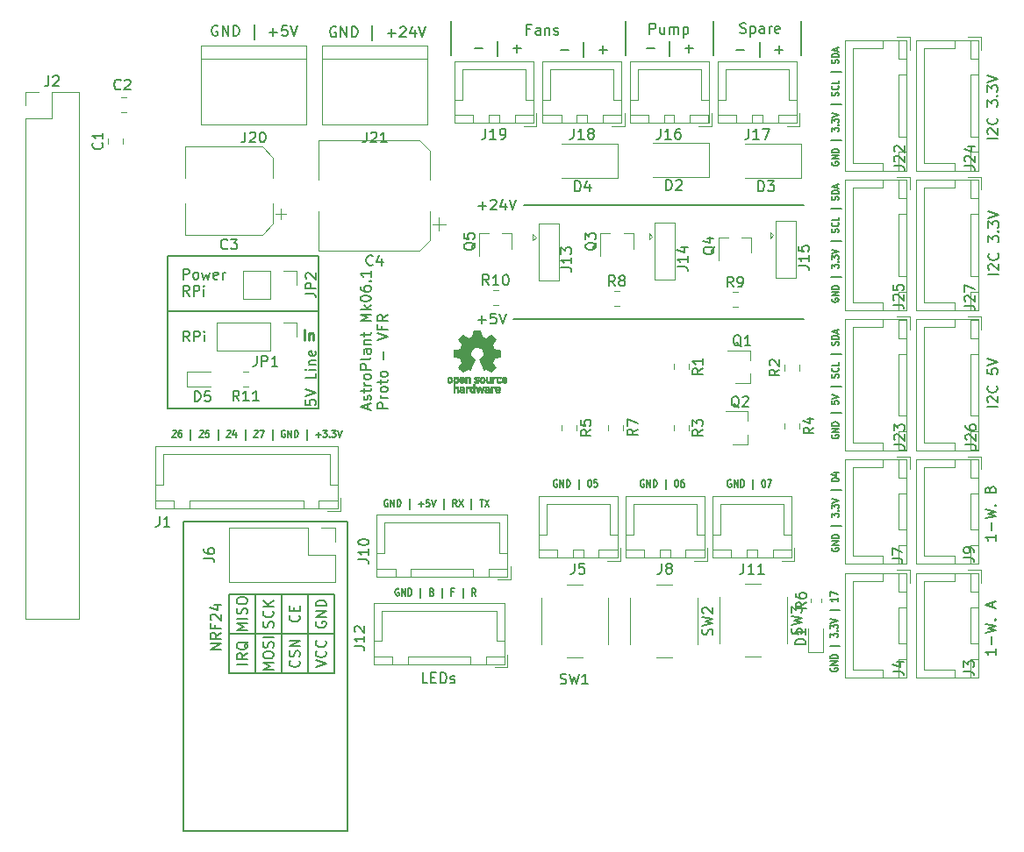
<source format=gbr>
G04 #@! TF.GenerationSoftware,KiCad,Pcbnew,7.0.7*
G04 #@! TF.CreationDate,2023-10-12T15:34:55+02:00*
G04 #@! TF.ProjectId,Astroplant_VFR,41737472-6f70-46c6-916e-745f5646522e,0.5*
G04 #@! TF.SameCoordinates,Original*
G04 #@! TF.FileFunction,Legend,Top*
G04 #@! TF.FilePolarity,Positive*
%FSLAX46Y46*%
G04 Gerber Fmt 4.6, Leading zero omitted, Abs format (unit mm)*
G04 Created by KiCad (PCBNEW 7.0.7) date 2023-10-12 15:34:55*
%MOMM*%
%LPD*%
G01*
G04 APERTURE LIST*
%ADD10C,0.200000*%
%ADD11C,0.130000*%
%ADD12C,0.250000*%
%ADD13C,0.150000*%
%ADD14C,0.010000*%
%ADD15C,0.120000*%
G04 APERTURE END LIST*
D10*
X142000000Y-38500000D02*
X142000000Y-35250000D01*
X175775000Y-38500000D02*
X175775000Y-35220000D01*
X158850000Y-38500000D02*
X158850000Y-35250000D01*
X167300000Y-38500000D02*
X167300000Y-35250000D01*
X129200000Y-72600000D02*
X114700000Y-72600000D01*
X129200000Y-63200000D02*
X114700000Y-63200000D01*
X148000000Y-64000000D02*
X176000000Y-64000000D01*
X114700000Y-57900000D02*
X129200000Y-57900000D01*
X149000000Y-53000000D02*
X176000000Y-53000000D01*
X114700000Y-72600000D02*
X114700000Y-57900000D01*
X129200000Y-57900000D02*
X129200000Y-72600000D01*
X130899999Y-35799838D02*
X130804761Y-35752219D01*
X130804761Y-35752219D02*
X130661904Y-35752219D01*
X130661904Y-35752219D02*
X130519047Y-35799838D01*
X130519047Y-35799838D02*
X130423809Y-35895076D01*
X130423809Y-35895076D02*
X130376190Y-35990314D01*
X130376190Y-35990314D02*
X130328571Y-36180790D01*
X130328571Y-36180790D02*
X130328571Y-36323647D01*
X130328571Y-36323647D02*
X130376190Y-36514123D01*
X130376190Y-36514123D02*
X130423809Y-36609361D01*
X130423809Y-36609361D02*
X130519047Y-36704600D01*
X130519047Y-36704600D02*
X130661904Y-36752219D01*
X130661904Y-36752219D02*
X130757142Y-36752219D01*
X130757142Y-36752219D02*
X130899999Y-36704600D01*
X130899999Y-36704600D02*
X130947618Y-36656980D01*
X130947618Y-36656980D02*
X130947618Y-36323647D01*
X130947618Y-36323647D02*
X130757142Y-36323647D01*
X131376190Y-36752219D02*
X131376190Y-35752219D01*
X131376190Y-35752219D02*
X131947618Y-36752219D01*
X131947618Y-36752219D02*
X131947618Y-35752219D01*
X132423809Y-36752219D02*
X132423809Y-35752219D01*
X132423809Y-35752219D02*
X132661904Y-35752219D01*
X132661904Y-35752219D02*
X132804761Y-35799838D01*
X132804761Y-35799838D02*
X132899999Y-35895076D01*
X132899999Y-35895076D02*
X132947618Y-35990314D01*
X132947618Y-35990314D02*
X132995237Y-36180790D01*
X132995237Y-36180790D02*
X132995237Y-36323647D01*
X132995237Y-36323647D02*
X132947618Y-36514123D01*
X132947618Y-36514123D02*
X132899999Y-36609361D01*
X132899999Y-36609361D02*
X132804761Y-36704600D01*
X132804761Y-36704600D02*
X132661904Y-36752219D01*
X132661904Y-36752219D02*
X132423809Y-36752219D01*
X134423809Y-37085552D02*
X134423809Y-35656980D01*
X135900000Y-36371266D02*
X136661905Y-36371266D01*
X136280952Y-36752219D02*
X136280952Y-35990314D01*
X137090476Y-35847457D02*
X137138095Y-35799838D01*
X137138095Y-35799838D02*
X137233333Y-35752219D01*
X137233333Y-35752219D02*
X137471428Y-35752219D01*
X137471428Y-35752219D02*
X137566666Y-35799838D01*
X137566666Y-35799838D02*
X137614285Y-35847457D01*
X137614285Y-35847457D02*
X137661904Y-35942695D01*
X137661904Y-35942695D02*
X137661904Y-36037933D01*
X137661904Y-36037933D02*
X137614285Y-36180790D01*
X137614285Y-36180790D02*
X137042857Y-36752219D01*
X137042857Y-36752219D02*
X137661904Y-36752219D01*
X138519047Y-36085552D02*
X138519047Y-36752219D01*
X138280952Y-35704600D02*
X138042857Y-36418885D01*
X138042857Y-36418885D02*
X138661904Y-36418885D01*
X138900000Y-35752219D02*
X139233333Y-36752219D01*
X139233333Y-36752219D02*
X139566666Y-35752219D01*
X144614286Y-64071266D02*
X145376191Y-64071266D01*
X144995238Y-64452219D02*
X144995238Y-63690314D01*
X146328571Y-63452219D02*
X145852381Y-63452219D01*
X145852381Y-63452219D02*
X145804762Y-63928409D01*
X145804762Y-63928409D02*
X145852381Y-63880790D01*
X145852381Y-63880790D02*
X145947619Y-63833171D01*
X145947619Y-63833171D02*
X146185714Y-63833171D01*
X146185714Y-63833171D02*
X146280952Y-63880790D01*
X146280952Y-63880790D02*
X146328571Y-63928409D01*
X146328571Y-63928409D02*
X146376190Y-64023647D01*
X146376190Y-64023647D02*
X146376190Y-64261742D01*
X146376190Y-64261742D02*
X146328571Y-64356980D01*
X146328571Y-64356980D02*
X146280952Y-64404600D01*
X146280952Y-64404600D02*
X146185714Y-64452219D01*
X146185714Y-64452219D02*
X145947619Y-64452219D01*
X145947619Y-64452219D02*
X145852381Y-64404600D01*
X145852381Y-64404600D02*
X145804762Y-64356980D01*
X146661905Y-63452219D02*
X146995238Y-64452219D01*
X146995238Y-64452219D02*
X147328571Y-63452219D01*
D11*
X135899998Y-81450406D02*
X135842856Y-81417073D01*
X135842856Y-81417073D02*
X135757141Y-81417073D01*
X135757141Y-81417073D02*
X135671427Y-81450406D01*
X135671427Y-81450406D02*
X135614284Y-81517073D01*
X135614284Y-81517073D02*
X135585713Y-81583740D01*
X135585713Y-81583740D02*
X135557141Y-81717073D01*
X135557141Y-81717073D02*
X135557141Y-81817073D01*
X135557141Y-81817073D02*
X135585713Y-81950406D01*
X135585713Y-81950406D02*
X135614284Y-82017073D01*
X135614284Y-82017073D02*
X135671427Y-82083740D01*
X135671427Y-82083740D02*
X135757141Y-82117073D01*
X135757141Y-82117073D02*
X135814284Y-82117073D01*
X135814284Y-82117073D02*
X135899998Y-82083740D01*
X135899998Y-82083740D02*
X135928570Y-82050406D01*
X135928570Y-82050406D02*
X135928570Y-81817073D01*
X135928570Y-81817073D02*
X135814284Y-81817073D01*
X136185713Y-82117073D02*
X136185713Y-81417073D01*
X136185713Y-81417073D02*
X136528570Y-82117073D01*
X136528570Y-82117073D02*
X136528570Y-81417073D01*
X136814284Y-82117073D02*
X136814284Y-81417073D01*
X136814284Y-81417073D02*
X136957141Y-81417073D01*
X136957141Y-81417073D02*
X137042855Y-81450406D01*
X137042855Y-81450406D02*
X137099998Y-81517073D01*
X137099998Y-81517073D02*
X137128569Y-81583740D01*
X137128569Y-81583740D02*
X137157141Y-81717073D01*
X137157141Y-81717073D02*
X137157141Y-81817073D01*
X137157141Y-81817073D02*
X137128569Y-81950406D01*
X137128569Y-81950406D02*
X137099998Y-82017073D01*
X137099998Y-82017073D02*
X137042855Y-82083740D01*
X137042855Y-82083740D02*
X136957141Y-82117073D01*
X136957141Y-82117073D02*
X136814284Y-82117073D01*
X138014284Y-82350406D02*
X138014284Y-81350406D01*
X138899999Y-81850406D02*
X139357142Y-81850406D01*
X139128570Y-82117073D02*
X139128570Y-81583740D01*
X139928570Y-81417073D02*
X139642856Y-81417073D01*
X139642856Y-81417073D02*
X139614284Y-81750406D01*
X139614284Y-81750406D02*
X139642856Y-81717073D01*
X139642856Y-81717073D02*
X139699999Y-81683740D01*
X139699999Y-81683740D02*
X139842856Y-81683740D01*
X139842856Y-81683740D02*
X139899999Y-81717073D01*
X139899999Y-81717073D02*
X139928570Y-81750406D01*
X139928570Y-81750406D02*
X139957141Y-81817073D01*
X139957141Y-81817073D02*
X139957141Y-81983740D01*
X139957141Y-81983740D02*
X139928570Y-82050406D01*
X139928570Y-82050406D02*
X139899999Y-82083740D01*
X139899999Y-82083740D02*
X139842856Y-82117073D01*
X139842856Y-82117073D02*
X139699999Y-82117073D01*
X139699999Y-82117073D02*
X139642856Y-82083740D01*
X139642856Y-82083740D02*
X139614284Y-82050406D01*
X140128570Y-81417073D02*
X140328570Y-82117073D01*
X140328570Y-82117073D02*
X140528570Y-81417073D01*
X141328571Y-82350406D02*
X141328571Y-81350406D01*
X142557143Y-82117073D02*
X142357143Y-81783740D01*
X142214286Y-82117073D02*
X142214286Y-81417073D01*
X142214286Y-81417073D02*
X142442857Y-81417073D01*
X142442857Y-81417073D02*
X142500000Y-81450406D01*
X142500000Y-81450406D02*
X142528571Y-81483740D01*
X142528571Y-81483740D02*
X142557143Y-81550406D01*
X142557143Y-81550406D02*
X142557143Y-81650406D01*
X142557143Y-81650406D02*
X142528571Y-81717073D01*
X142528571Y-81717073D02*
X142500000Y-81750406D01*
X142500000Y-81750406D02*
X142442857Y-81783740D01*
X142442857Y-81783740D02*
X142214286Y-81783740D01*
X142757143Y-81417073D02*
X143157143Y-82117073D01*
X143157143Y-81417073D02*
X142757143Y-82117073D01*
X143985715Y-82350406D02*
X143985715Y-81350406D01*
X144785715Y-81417073D02*
X145128573Y-81417073D01*
X144957144Y-82117073D02*
X144957144Y-81417073D01*
X145271430Y-81417073D02*
X145671430Y-82117073D01*
X145671430Y-81417073D02*
X145271430Y-82117073D01*
X136957141Y-90050406D02*
X136899999Y-90017073D01*
X136899999Y-90017073D02*
X136814284Y-90017073D01*
X136814284Y-90017073D02*
X136728570Y-90050406D01*
X136728570Y-90050406D02*
X136671427Y-90117073D01*
X136671427Y-90117073D02*
X136642856Y-90183740D01*
X136642856Y-90183740D02*
X136614284Y-90317073D01*
X136614284Y-90317073D02*
X136614284Y-90417073D01*
X136614284Y-90417073D02*
X136642856Y-90550406D01*
X136642856Y-90550406D02*
X136671427Y-90617073D01*
X136671427Y-90617073D02*
X136728570Y-90683740D01*
X136728570Y-90683740D02*
X136814284Y-90717073D01*
X136814284Y-90717073D02*
X136871427Y-90717073D01*
X136871427Y-90717073D02*
X136957141Y-90683740D01*
X136957141Y-90683740D02*
X136985713Y-90650406D01*
X136985713Y-90650406D02*
X136985713Y-90417073D01*
X136985713Y-90417073D02*
X136871427Y-90417073D01*
X137242856Y-90717073D02*
X137242856Y-90017073D01*
X137242856Y-90017073D02*
X137585713Y-90717073D01*
X137585713Y-90717073D02*
X137585713Y-90017073D01*
X137871427Y-90717073D02*
X137871427Y-90017073D01*
X137871427Y-90017073D02*
X138014284Y-90017073D01*
X138014284Y-90017073D02*
X138099998Y-90050406D01*
X138099998Y-90050406D02*
X138157141Y-90117073D01*
X138157141Y-90117073D02*
X138185712Y-90183740D01*
X138185712Y-90183740D02*
X138214284Y-90317073D01*
X138214284Y-90317073D02*
X138214284Y-90417073D01*
X138214284Y-90417073D02*
X138185712Y-90550406D01*
X138185712Y-90550406D02*
X138157141Y-90617073D01*
X138157141Y-90617073D02*
X138099998Y-90683740D01*
X138099998Y-90683740D02*
X138014284Y-90717073D01*
X138014284Y-90717073D02*
X137871427Y-90717073D01*
X139071427Y-90950406D02*
X139071427Y-89950406D01*
X140157142Y-90350406D02*
X140242856Y-90383740D01*
X140242856Y-90383740D02*
X140271427Y-90417073D01*
X140271427Y-90417073D02*
X140299999Y-90483740D01*
X140299999Y-90483740D02*
X140299999Y-90583740D01*
X140299999Y-90583740D02*
X140271427Y-90650406D01*
X140271427Y-90650406D02*
X140242856Y-90683740D01*
X140242856Y-90683740D02*
X140185713Y-90717073D01*
X140185713Y-90717073D02*
X139957142Y-90717073D01*
X139957142Y-90717073D02*
X139957142Y-90017073D01*
X139957142Y-90017073D02*
X140157142Y-90017073D01*
X140157142Y-90017073D02*
X140214285Y-90050406D01*
X140214285Y-90050406D02*
X140242856Y-90083740D01*
X140242856Y-90083740D02*
X140271427Y-90150406D01*
X140271427Y-90150406D02*
X140271427Y-90217073D01*
X140271427Y-90217073D02*
X140242856Y-90283740D01*
X140242856Y-90283740D02*
X140214285Y-90317073D01*
X140214285Y-90317073D02*
X140157142Y-90350406D01*
X140157142Y-90350406D02*
X139957142Y-90350406D01*
X141157142Y-90950406D02*
X141157142Y-89950406D01*
X142242857Y-90350406D02*
X142042857Y-90350406D01*
X142042857Y-90717073D02*
X142042857Y-90017073D01*
X142042857Y-90017073D02*
X142328571Y-90017073D01*
X143157143Y-90950406D02*
X143157143Y-89950406D01*
X144385715Y-90717073D02*
X144185715Y-90383740D01*
X144042858Y-90717073D02*
X144042858Y-90017073D01*
X144042858Y-90017073D02*
X144271429Y-90017073D01*
X144271429Y-90017073D02*
X144328572Y-90050406D01*
X144328572Y-90050406D02*
X144357143Y-90083740D01*
X144357143Y-90083740D02*
X144385715Y-90150406D01*
X144385715Y-90150406D02*
X144385715Y-90250406D01*
X144385715Y-90250406D02*
X144357143Y-90317073D01*
X144357143Y-90317073D02*
X144328572Y-90350406D01*
X144328572Y-90350406D02*
X144271429Y-90383740D01*
X144271429Y-90383740D02*
X144042858Y-90383740D01*
X152228570Y-79550406D02*
X152171428Y-79517073D01*
X152171428Y-79517073D02*
X152085713Y-79517073D01*
X152085713Y-79517073D02*
X151999999Y-79550406D01*
X151999999Y-79550406D02*
X151942856Y-79617073D01*
X151942856Y-79617073D02*
X151914285Y-79683740D01*
X151914285Y-79683740D02*
X151885713Y-79817073D01*
X151885713Y-79817073D02*
X151885713Y-79917073D01*
X151885713Y-79917073D02*
X151914285Y-80050406D01*
X151914285Y-80050406D02*
X151942856Y-80117073D01*
X151942856Y-80117073D02*
X151999999Y-80183740D01*
X151999999Y-80183740D02*
X152085713Y-80217073D01*
X152085713Y-80217073D02*
X152142856Y-80217073D01*
X152142856Y-80217073D02*
X152228570Y-80183740D01*
X152228570Y-80183740D02*
X152257142Y-80150406D01*
X152257142Y-80150406D02*
X152257142Y-79917073D01*
X152257142Y-79917073D02*
X152142856Y-79917073D01*
X152514285Y-80217073D02*
X152514285Y-79517073D01*
X152514285Y-79517073D02*
X152857142Y-80217073D01*
X152857142Y-80217073D02*
X152857142Y-79517073D01*
X153142856Y-80217073D02*
X153142856Y-79517073D01*
X153142856Y-79517073D02*
X153285713Y-79517073D01*
X153285713Y-79517073D02*
X153371427Y-79550406D01*
X153371427Y-79550406D02*
X153428570Y-79617073D01*
X153428570Y-79617073D02*
X153457141Y-79683740D01*
X153457141Y-79683740D02*
X153485713Y-79817073D01*
X153485713Y-79817073D02*
X153485713Y-79917073D01*
X153485713Y-79917073D02*
X153457141Y-80050406D01*
X153457141Y-80050406D02*
X153428570Y-80117073D01*
X153428570Y-80117073D02*
X153371427Y-80183740D01*
X153371427Y-80183740D02*
X153285713Y-80217073D01*
X153285713Y-80217073D02*
X153142856Y-80217073D01*
X154342856Y-80450406D02*
X154342856Y-79450406D01*
X155342856Y-79517073D02*
X155399999Y-79517073D01*
X155399999Y-79517073D02*
X155457142Y-79550406D01*
X155457142Y-79550406D02*
X155485714Y-79583740D01*
X155485714Y-79583740D02*
X155514285Y-79650406D01*
X155514285Y-79650406D02*
X155542856Y-79783740D01*
X155542856Y-79783740D02*
X155542856Y-79950406D01*
X155542856Y-79950406D02*
X155514285Y-80083740D01*
X155514285Y-80083740D02*
X155485714Y-80150406D01*
X155485714Y-80150406D02*
X155457142Y-80183740D01*
X155457142Y-80183740D02*
X155399999Y-80217073D01*
X155399999Y-80217073D02*
X155342856Y-80217073D01*
X155342856Y-80217073D02*
X155285714Y-80183740D01*
X155285714Y-80183740D02*
X155257142Y-80150406D01*
X155257142Y-80150406D02*
X155228571Y-80083740D01*
X155228571Y-80083740D02*
X155199999Y-79950406D01*
X155199999Y-79950406D02*
X155199999Y-79783740D01*
X155199999Y-79783740D02*
X155228571Y-79650406D01*
X155228571Y-79650406D02*
X155257142Y-79583740D01*
X155257142Y-79583740D02*
X155285714Y-79550406D01*
X155285714Y-79550406D02*
X155342856Y-79517073D01*
X156085714Y-79517073D02*
X155800000Y-79517073D01*
X155800000Y-79517073D02*
X155771428Y-79850406D01*
X155771428Y-79850406D02*
X155800000Y-79817073D01*
X155800000Y-79817073D02*
X155857143Y-79783740D01*
X155857143Y-79783740D02*
X156000000Y-79783740D01*
X156000000Y-79783740D02*
X156057143Y-79817073D01*
X156057143Y-79817073D02*
X156085714Y-79850406D01*
X156085714Y-79850406D02*
X156114285Y-79917073D01*
X156114285Y-79917073D02*
X156114285Y-80083740D01*
X156114285Y-80083740D02*
X156085714Y-80150406D01*
X156085714Y-80150406D02*
X156057143Y-80183740D01*
X156057143Y-80183740D02*
X156000000Y-80217073D01*
X156000000Y-80217073D02*
X155857143Y-80217073D01*
X155857143Y-80217073D02*
X155800000Y-80183740D01*
X155800000Y-80183740D02*
X155771428Y-80150406D01*
D10*
X194552219Y-95852380D02*
X194552219Y-96423808D01*
X194552219Y-96138094D02*
X193552219Y-96138094D01*
X193552219Y-96138094D02*
X193695076Y-96233332D01*
X193695076Y-96233332D02*
X193790314Y-96328570D01*
X193790314Y-96328570D02*
X193837933Y-96423808D01*
X194171266Y-95423808D02*
X194171266Y-94661904D01*
X193552219Y-94280951D02*
X194552219Y-94042856D01*
X194552219Y-94042856D02*
X193837933Y-93852380D01*
X193837933Y-93852380D02*
X194552219Y-93661904D01*
X194552219Y-93661904D02*
X193552219Y-93423809D01*
X194456980Y-93042856D02*
X194504600Y-92995237D01*
X194504600Y-92995237D02*
X194552219Y-93042856D01*
X194552219Y-93042856D02*
X194504600Y-93090475D01*
X194504600Y-93090475D02*
X194456980Y-93042856D01*
X194456980Y-93042856D02*
X194552219Y-93042856D01*
X194266504Y-91852380D02*
X194266504Y-91376190D01*
X194552219Y-91947618D02*
X193552219Y-91614285D01*
X193552219Y-91614285D02*
X194552219Y-91280952D01*
D11*
X160628570Y-79550406D02*
X160571428Y-79517073D01*
X160571428Y-79517073D02*
X160485713Y-79517073D01*
X160485713Y-79517073D02*
X160399999Y-79550406D01*
X160399999Y-79550406D02*
X160342856Y-79617073D01*
X160342856Y-79617073D02*
X160314285Y-79683740D01*
X160314285Y-79683740D02*
X160285713Y-79817073D01*
X160285713Y-79817073D02*
X160285713Y-79917073D01*
X160285713Y-79917073D02*
X160314285Y-80050406D01*
X160314285Y-80050406D02*
X160342856Y-80117073D01*
X160342856Y-80117073D02*
X160399999Y-80183740D01*
X160399999Y-80183740D02*
X160485713Y-80217073D01*
X160485713Y-80217073D02*
X160542856Y-80217073D01*
X160542856Y-80217073D02*
X160628570Y-80183740D01*
X160628570Y-80183740D02*
X160657142Y-80150406D01*
X160657142Y-80150406D02*
X160657142Y-79917073D01*
X160657142Y-79917073D02*
X160542856Y-79917073D01*
X160914285Y-80217073D02*
X160914285Y-79517073D01*
X160914285Y-79517073D02*
X161257142Y-80217073D01*
X161257142Y-80217073D02*
X161257142Y-79517073D01*
X161542856Y-80217073D02*
X161542856Y-79517073D01*
X161542856Y-79517073D02*
X161685713Y-79517073D01*
X161685713Y-79517073D02*
X161771427Y-79550406D01*
X161771427Y-79550406D02*
X161828570Y-79617073D01*
X161828570Y-79617073D02*
X161857141Y-79683740D01*
X161857141Y-79683740D02*
X161885713Y-79817073D01*
X161885713Y-79817073D02*
X161885713Y-79917073D01*
X161885713Y-79917073D02*
X161857141Y-80050406D01*
X161857141Y-80050406D02*
X161828570Y-80117073D01*
X161828570Y-80117073D02*
X161771427Y-80183740D01*
X161771427Y-80183740D02*
X161685713Y-80217073D01*
X161685713Y-80217073D02*
X161542856Y-80217073D01*
X162742856Y-80450406D02*
X162742856Y-79450406D01*
X163742856Y-79517073D02*
X163799999Y-79517073D01*
X163799999Y-79517073D02*
X163857142Y-79550406D01*
X163857142Y-79550406D02*
X163885714Y-79583740D01*
X163885714Y-79583740D02*
X163914285Y-79650406D01*
X163914285Y-79650406D02*
X163942856Y-79783740D01*
X163942856Y-79783740D02*
X163942856Y-79950406D01*
X163942856Y-79950406D02*
X163914285Y-80083740D01*
X163914285Y-80083740D02*
X163885714Y-80150406D01*
X163885714Y-80150406D02*
X163857142Y-80183740D01*
X163857142Y-80183740D02*
X163799999Y-80217073D01*
X163799999Y-80217073D02*
X163742856Y-80217073D01*
X163742856Y-80217073D02*
X163685714Y-80183740D01*
X163685714Y-80183740D02*
X163657142Y-80150406D01*
X163657142Y-80150406D02*
X163628571Y-80083740D01*
X163628571Y-80083740D02*
X163599999Y-79950406D01*
X163599999Y-79950406D02*
X163599999Y-79783740D01*
X163599999Y-79783740D02*
X163628571Y-79650406D01*
X163628571Y-79650406D02*
X163657142Y-79583740D01*
X163657142Y-79583740D02*
X163685714Y-79550406D01*
X163685714Y-79550406D02*
X163742856Y-79517073D01*
X164457143Y-79517073D02*
X164342857Y-79517073D01*
X164342857Y-79517073D02*
X164285714Y-79550406D01*
X164285714Y-79550406D02*
X164257143Y-79583740D01*
X164257143Y-79583740D02*
X164200000Y-79683740D01*
X164200000Y-79683740D02*
X164171428Y-79817073D01*
X164171428Y-79817073D02*
X164171428Y-80083740D01*
X164171428Y-80083740D02*
X164200000Y-80150406D01*
X164200000Y-80150406D02*
X164228571Y-80183740D01*
X164228571Y-80183740D02*
X164285714Y-80217073D01*
X164285714Y-80217073D02*
X164400000Y-80217073D01*
X164400000Y-80217073D02*
X164457143Y-80183740D01*
X164457143Y-80183740D02*
X164485714Y-80150406D01*
X164485714Y-80150406D02*
X164514285Y-80083740D01*
X164514285Y-80083740D02*
X164514285Y-79917073D01*
X164514285Y-79917073D02*
X164485714Y-79850406D01*
X164485714Y-79850406D02*
X164457143Y-79817073D01*
X164457143Y-79817073D02*
X164400000Y-79783740D01*
X164400000Y-79783740D02*
X164285714Y-79783740D01*
X164285714Y-79783740D02*
X164228571Y-79817073D01*
X164228571Y-79817073D02*
X164200000Y-79850406D01*
X164200000Y-79850406D02*
X164171428Y-79917073D01*
X169028570Y-79550406D02*
X168971428Y-79517073D01*
X168971428Y-79517073D02*
X168885713Y-79517073D01*
X168885713Y-79517073D02*
X168799999Y-79550406D01*
X168799999Y-79550406D02*
X168742856Y-79617073D01*
X168742856Y-79617073D02*
X168714285Y-79683740D01*
X168714285Y-79683740D02*
X168685713Y-79817073D01*
X168685713Y-79817073D02*
X168685713Y-79917073D01*
X168685713Y-79917073D02*
X168714285Y-80050406D01*
X168714285Y-80050406D02*
X168742856Y-80117073D01*
X168742856Y-80117073D02*
X168799999Y-80183740D01*
X168799999Y-80183740D02*
X168885713Y-80217073D01*
X168885713Y-80217073D02*
X168942856Y-80217073D01*
X168942856Y-80217073D02*
X169028570Y-80183740D01*
X169028570Y-80183740D02*
X169057142Y-80150406D01*
X169057142Y-80150406D02*
X169057142Y-79917073D01*
X169057142Y-79917073D02*
X168942856Y-79917073D01*
X169314285Y-80217073D02*
X169314285Y-79517073D01*
X169314285Y-79517073D02*
X169657142Y-80217073D01*
X169657142Y-80217073D02*
X169657142Y-79517073D01*
X169942856Y-80217073D02*
X169942856Y-79517073D01*
X169942856Y-79517073D02*
X170085713Y-79517073D01*
X170085713Y-79517073D02*
X170171427Y-79550406D01*
X170171427Y-79550406D02*
X170228570Y-79617073D01*
X170228570Y-79617073D02*
X170257141Y-79683740D01*
X170257141Y-79683740D02*
X170285713Y-79817073D01*
X170285713Y-79817073D02*
X170285713Y-79917073D01*
X170285713Y-79917073D02*
X170257141Y-80050406D01*
X170257141Y-80050406D02*
X170228570Y-80117073D01*
X170228570Y-80117073D02*
X170171427Y-80183740D01*
X170171427Y-80183740D02*
X170085713Y-80217073D01*
X170085713Y-80217073D02*
X169942856Y-80217073D01*
X171142856Y-80450406D02*
X171142856Y-79450406D01*
X172142856Y-79517073D02*
X172199999Y-79517073D01*
X172199999Y-79517073D02*
X172257142Y-79550406D01*
X172257142Y-79550406D02*
X172285714Y-79583740D01*
X172285714Y-79583740D02*
X172314285Y-79650406D01*
X172314285Y-79650406D02*
X172342856Y-79783740D01*
X172342856Y-79783740D02*
X172342856Y-79950406D01*
X172342856Y-79950406D02*
X172314285Y-80083740D01*
X172314285Y-80083740D02*
X172285714Y-80150406D01*
X172285714Y-80150406D02*
X172257142Y-80183740D01*
X172257142Y-80183740D02*
X172199999Y-80217073D01*
X172199999Y-80217073D02*
X172142856Y-80217073D01*
X172142856Y-80217073D02*
X172085714Y-80183740D01*
X172085714Y-80183740D02*
X172057142Y-80150406D01*
X172057142Y-80150406D02*
X172028571Y-80083740D01*
X172028571Y-80083740D02*
X171999999Y-79950406D01*
X171999999Y-79950406D02*
X171999999Y-79783740D01*
X171999999Y-79783740D02*
X172028571Y-79650406D01*
X172028571Y-79650406D02*
X172057142Y-79583740D01*
X172057142Y-79583740D02*
X172085714Y-79550406D01*
X172085714Y-79550406D02*
X172142856Y-79517073D01*
X172542857Y-79517073D02*
X172942857Y-79517073D01*
X172942857Y-79517073D02*
X172685714Y-80217073D01*
X178650406Y-97685715D02*
X178617073Y-97742858D01*
X178617073Y-97742858D02*
X178617073Y-97828572D01*
X178617073Y-97828572D02*
X178650406Y-97914286D01*
X178650406Y-97914286D02*
X178717073Y-97971429D01*
X178717073Y-97971429D02*
X178783740Y-98000000D01*
X178783740Y-98000000D02*
X178917073Y-98028572D01*
X178917073Y-98028572D02*
X179017073Y-98028572D01*
X179017073Y-98028572D02*
X179150406Y-98000000D01*
X179150406Y-98000000D02*
X179217073Y-97971429D01*
X179217073Y-97971429D02*
X179283740Y-97914286D01*
X179283740Y-97914286D02*
X179317073Y-97828572D01*
X179317073Y-97828572D02*
X179317073Y-97771429D01*
X179317073Y-97771429D02*
X179283740Y-97685715D01*
X179283740Y-97685715D02*
X179250406Y-97657143D01*
X179250406Y-97657143D02*
X179017073Y-97657143D01*
X179017073Y-97657143D02*
X179017073Y-97771429D01*
X179317073Y-97400000D02*
X178617073Y-97400000D01*
X178617073Y-97400000D02*
X179317073Y-97057143D01*
X179317073Y-97057143D02*
X178617073Y-97057143D01*
X179317073Y-96771429D02*
X178617073Y-96771429D01*
X178617073Y-96771429D02*
X178617073Y-96628572D01*
X178617073Y-96628572D02*
X178650406Y-96542858D01*
X178650406Y-96542858D02*
X178717073Y-96485715D01*
X178717073Y-96485715D02*
X178783740Y-96457144D01*
X178783740Y-96457144D02*
X178917073Y-96428572D01*
X178917073Y-96428572D02*
X179017073Y-96428572D01*
X179017073Y-96428572D02*
X179150406Y-96457144D01*
X179150406Y-96457144D02*
X179217073Y-96485715D01*
X179217073Y-96485715D02*
X179283740Y-96542858D01*
X179283740Y-96542858D02*
X179317073Y-96628572D01*
X179317073Y-96628572D02*
X179317073Y-96771429D01*
X179550406Y-95571429D02*
X178550406Y-95571429D01*
X178617073Y-94742857D02*
X178617073Y-94371429D01*
X178617073Y-94371429D02*
X178883740Y-94571429D01*
X178883740Y-94571429D02*
X178883740Y-94485714D01*
X178883740Y-94485714D02*
X178917073Y-94428572D01*
X178917073Y-94428572D02*
X178950406Y-94400000D01*
X178950406Y-94400000D02*
X179017073Y-94371429D01*
X179017073Y-94371429D02*
X179183740Y-94371429D01*
X179183740Y-94371429D02*
X179250406Y-94400000D01*
X179250406Y-94400000D02*
X179283740Y-94428572D01*
X179283740Y-94428572D02*
X179317073Y-94485714D01*
X179317073Y-94485714D02*
X179317073Y-94657143D01*
X179317073Y-94657143D02*
X179283740Y-94714286D01*
X179283740Y-94714286D02*
X179250406Y-94742857D01*
X179250406Y-94114285D02*
X179283740Y-94085714D01*
X179283740Y-94085714D02*
X179317073Y-94114285D01*
X179317073Y-94114285D02*
X179283740Y-94142857D01*
X179283740Y-94142857D02*
X179250406Y-94114285D01*
X179250406Y-94114285D02*
X179317073Y-94114285D01*
X178617073Y-93885714D02*
X178617073Y-93514286D01*
X178617073Y-93514286D02*
X178883740Y-93714286D01*
X178883740Y-93714286D02*
X178883740Y-93628571D01*
X178883740Y-93628571D02*
X178917073Y-93571429D01*
X178917073Y-93571429D02*
X178950406Y-93542857D01*
X178950406Y-93542857D02*
X179017073Y-93514286D01*
X179017073Y-93514286D02*
X179183740Y-93514286D01*
X179183740Y-93514286D02*
X179250406Y-93542857D01*
X179250406Y-93542857D02*
X179283740Y-93571429D01*
X179283740Y-93571429D02*
X179317073Y-93628571D01*
X179317073Y-93628571D02*
X179317073Y-93800000D01*
X179317073Y-93800000D02*
X179283740Y-93857143D01*
X179283740Y-93857143D02*
X179250406Y-93885714D01*
X178617073Y-93342857D02*
X179317073Y-93142857D01*
X179317073Y-93142857D02*
X178617073Y-92942857D01*
X179550406Y-92142856D02*
X178550406Y-92142856D01*
X179317073Y-90942856D02*
X179317073Y-91285713D01*
X179317073Y-91114284D02*
X178617073Y-91114284D01*
X178617073Y-91114284D02*
X178717073Y-91171427D01*
X178717073Y-91171427D02*
X178783740Y-91228570D01*
X178783740Y-91228570D02*
X178817073Y-91285713D01*
X178617073Y-90742855D02*
X178617073Y-90342855D01*
X178617073Y-90342855D02*
X179317073Y-90599998D01*
X178750406Y-86085715D02*
X178717073Y-86142858D01*
X178717073Y-86142858D02*
X178717073Y-86228572D01*
X178717073Y-86228572D02*
X178750406Y-86314286D01*
X178750406Y-86314286D02*
X178817073Y-86371429D01*
X178817073Y-86371429D02*
X178883740Y-86400000D01*
X178883740Y-86400000D02*
X179017073Y-86428572D01*
X179017073Y-86428572D02*
X179117073Y-86428572D01*
X179117073Y-86428572D02*
X179250406Y-86400000D01*
X179250406Y-86400000D02*
X179317073Y-86371429D01*
X179317073Y-86371429D02*
X179383740Y-86314286D01*
X179383740Y-86314286D02*
X179417073Y-86228572D01*
X179417073Y-86228572D02*
X179417073Y-86171429D01*
X179417073Y-86171429D02*
X179383740Y-86085715D01*
X179383740Y-86085715D02*
X179350406Y-86057143D01*
X179350406Y-86057143D02*
X179117073Y-86057143D01*
X179117073Y-86057143D02*
X179117073Y-86171429D01*
X179417073Y-85800000D02*
X178717073Y-85800000D01*
X178717073Y-85800000D02*
X179417073Y-85457143D01*
X179417073Y-85457143D02*
X178717073Y-85457143D01*
X179417073Y-85171429D02*
X178717073Y-85171429D01*
X178717073Y-85171429D02*
X178717073Y-85028572D01*
X178717073Y-85028572D02*
X178750406Y-84942858D01*
X178750406Y-84942858D02*
X178817073Y-84885715D01*
X178817073Y-84885715D02*
X178883740Y-84857144D01*
X178883740Y-84857144D02*
X179017073Y-84828572D01*
X179017073Y-84828572D02*
X179117073Y-84828572D01*
X179117073Y-84828572D02*
X179250406Y-84857144D01*
X179250406Y-84857144D02*
X179317073Y-84885715D01*
X179317073Y-84885715D02*
X179383740Y-84942858D01*
X179383740Y-84942858D02*
X179417073Y-85028572D01*
X179417073Y-85028572D02*
X179417073Y-85171429D01*
X179650406Y-83971429D02*
X178650406Y-83971429D01*
X178717073Y-83142857D02*
X178717073Y-82771429D01*
X178717073Y-82771429D02*
X178983740Y-82971429D01*
X178983740Y-82971429D02*
X178983740Y-82885714D01*
X178983740Y-82885714D02*
X179017073Y-82828572D01*
X179017073Y-82828572D02*
X179050406Y-82800000D01*
X179050406Y-82800000D02*
X179117073Y-82771429D01*
X179117073Y-82771429D02*
X179283740Y-82771429D01*
X179283740Y-82771429D02*
X179350406Y-82800000D01*
X179350406Y-82800000D02*
X179383740Y-82828572D01*
X179383740Y-82828572D02*
X179417073Y-82885714D01*
X179417073Y-82885714D02*
X179417073Y-83057143D01*
X179417073Y-83057143D02*
X179383740Y-83114286D01*
X179383740Y-83114286D02*
X179350406Y-83142857D01*
X179350406Y-82514285D02*
X179383740Y-82485714D01*
X179383740Y-82485714D02*
X179417073Y-82514285D01*
X179417073Y-82514285D02*
X179383740Y-82542857D01*
X179383740Y-82542857D02*
X179350406Y-82514285D01*
X179350406Y-82514285D02*
X179417073Y-82514285D01*
X178717073Y-82285714D02*
X178717073Y-81914286D01*
X178717073Y-81914286D02*
X178983740Y-82114286D01*
X178983740Y-82114286D02*
X178983740Y-82028571D01*
X178983740Y-82028571D02*
X179017073Y-81971429D01*
X179017073Y-81971429D02*
X179050406Y-81942857D01*
X179050406Y-81942857D02*
X179117073Y-81914286D01*
X179117073Y-81914286D02*
X179283740Y-81914286D01*
X179283740Y-81914286D02*
X179350406Y-81942857D01*
X179350406Y-81942857D02*
X179383740Y-81971429D01*
X179383740Y-81971429D02*
X179417073Y-82028571D01*
X179417073Y-82028571D02*
X179417073Y-82200000D01*
X179417073Y-82200000D02*
X179383740Y-82257143D01*
X179383740Y-82257143D02*
X179350406Y-82285714D01*
X178717073Y-81742857D02*
X179417073Y-81542857D01*
X179417073Y-81542857D02*
X178717073Y-81342857D01*
X179650406Y-80542856D02*
X178650406Y-80542856D01*
X178717073Y-79542856D02*
X178717073Y-79485713D01*
X178717073Y-79485713D02*
X178750406Y-79428570D01*
X178750406Y-79428570D02*
X178783740Y-79399999D01*
X178783740Y-79399999D02*
X178850406Y-79371427D01*
X178850406Y-79371427D02*
X178983740Y-79342856D01*
X178983740Y-79342856D02*
X179150406Y-79342856D01*
X179150406Y-79342856D02*
X179283740Y-79371427D01*
X179283740Y-79371427D02*
X179350406Y-79399999D01*
X179350406Y-79399999D02*
X179383740Y-79428570D01*
X179383740Y-79428570D02*
X179417073Y-79485713D01*
X179417073Y-79485713D02*
X179417073Y-79542856D01*
X179417073Y-79542856D02*
X179383740Y-79599999D01*
X179383740Y-79599999D02*
X179350406Y-79628570D01*
X179350406Y-79628570D02*
X179283740Y-79657141D01*
X179283740Y-79657141D02*
X179150406Y-79685713D01*
X179150406Y-79685713D02*
X178983740Y-79685713D01*
X178983740Y-79685713D02*
X178850406Y-79657141D01*
X178850406Y-79657141D02*
X178783740Y-79628570D01*
X178783740Y-79628570D02*
X178750406Y-79599999D01*
X178750406Y-79599999D02*
X178717073Y-79542856D01*
X178950406Y-78828570D02*
X179417073Y-78828570D01*
X178683740Y-78971427D02*
X179183740Y-79114284D01*
X179183740Y-79114284D02*
X179183740Y-78742855D01*
X178750406Y-75200001D02*
X178717073Y-75257144D01*
X178717073Y-75257144D02*
X178717073Y-75342858D01*
X178717073Y-75342858D02*
X178750406Y-75428572D01*
X178750406Y-75428572D02*
X178817073Y-75485715D01*
X178817073Y-75485715D02*
X178883740Y-75514286D01*
X178883740Y-75514286D02*
X179017073Y-75542858D01*
X179017073Y-75542858D02*
X179117073Y-75542858D01*
X179117073Y-75542858D02*
X179250406Y-75514286D01*
X179250406Y-75514286D02*
X179317073Y-75485715D01*
X179317073Y-75485715D02*
X179383740Y-75428572D01*
X179383740Y-75428572D02*
X179417073Y-75342858D01*
X179417073Y-75342858D02*
X179417073Y-75285715D01*
X179417073Y-75285715D02*
X179383740Y-75200001D01*
X179383740Y-75200001D02*
X179350406Y-75171429D01*
X179350406Y-75171429D02*
X179117073Y-75171429D01*
X179117073Y-75171429D02*
X179117073Y-75285715D01*
X179417073Y-74914286D02*
X178717073Y-74914286D01*
X178717073Y-74914286D02*
X179417073Y-74571429D01*
X179417073Y-74571429D02*
X178717073Y-74571429D01*
X179417073Y-74285715D02*
X178717073Y-74285715D01*
X178717073Y-74285715D02*
X178717073Y-74142858D01*
X178717073Y-74142858D02*
X178750406Y-74057144D01*
X178750406Y-74057144D02*
X178817073Y-74000001D01*
X178817073Y-74000001D02*
X178883740Y-73971430D01*
X178883740Y-73971430D02*
X179017073Y-73942858D01*
X179017073Y-73942858D02*
X179117073Y-73942858D01*
X179117073Y-73942858D02*
X179250406Y-73971430D01*
X179250406Y-73971430D02*
X179317073Y-74000001D01*
X179317073Y-74000001D02*
X179383740Y-74057144D01*
X179383740Y-74057144D02*
X179417073Y-74142858D01*
X179417073Y-74142858D02*
X179417073Y-74285715D01*
X179650406Y-73085715D02*
X178650406Y-73085715D01*
X178717073Y-71914286D02*
X178717073Y-72200000D01*
X178717073Y-72200000D02*
X179050406Y-72228572D01*
X179050406Y-72228572D02*
X179017073Y-72200000D01*
X179017073Y-72200000D02*
X178983740Y-72142858D01*
X178983740Y-72142858D02*
X178983740Y-72000000D01*
X178983740Y-72000000D02*
X179017073Y-71942858D01*
X179017073Y-71942858D02*
X179050406Y-71914286D01*
X179050406Y-71914286D02*
X179117073Y-71885715D01*
X179117073Y-71885715D02*
X179283740Y-71885715D01*
X179283740Y-71885715D02*
X179350406Y-71914286D01*
X179350406Y-71914286D02*
X179383740Y-71942858D01*
X179383740Y-71942858D02*
X179417073Y-72000000D01*
X179417073Y-72000000D02*
X179417073Y-72142858D01*
X179417073Y-72142858D02*
X179383740Y-72200000D01*
X179383740Y-72200000D02*
X179350406Y-72228572D01*
X178717073Y-71714286D02*
X179417073Y-71514286D01*
X179417073Y-71514286D02*
X178717073Y-71314286D01*
X179650406Y-70514285D02*
X178650406Y-70514285D01*
X179383740Y-69657142D02*
X179417073Y-69571428D01*
X179417073Y-69571428D02*
X179417073Y-69428570D01*
X179417073Y-69428570D02*
X179383740Y-69371428D01*
X179383740Y-69371428D02*
X179350406Y-69342856D01*
X179350406Y-69342856D02*
X179283740Y-69314285D01*
X179283740Y-69314285D02*
X179217073Y-69314285D01*
X179217073Y-69314285D02*
X179150406Y-69342856D01*
X179150406Y-69342856D02*
X179117073Y-69371428D01*
X179117073Y-69371428D02*
X179083740Y-69428570D01*
X179083740Y-69428570D02*
X179050406Y-69542856D01*
X179050406Y-69542856D02*
X179017073Y-69599999D01*
X179017073Y-69599999D02*
X178983740Y-69628570D01*
X178983740Y-69628570D02*
X178917073Y-69657142D01*
X178917073Y-69657142D02*
X178850406Y-69657142D01*
X178850406Y-69657142D02*
X178783740Y-69628570D01*
X178783740Y-69628570D02*
X178750406Y-69599999D01*
X178750406Y-69599999D02*
X178717073Y-69542856D01*
X178717073Y-69542856D02*
X178717073Y-69399999D01*
X178717073Y-69399999D02*
X178750406Y-69314285D01*
X179350406Y-68714284D02*
X179383740Y-68742856D01*
X179383740Y-68742856D02*
X179417073Y-68828570D01*
X179417073Y-68828570D02*
X179417073Y-68885713D01*
X179417073Y-68885713D02*
X179383740Y-68971427D01*
X179383740Y-68971427D02*
X179317073Y-69028570D01*
X179317073Y-69028570D02*
X179250406Y-69057141D01*
X179250406Y-69057141D02*
X179117073Y-69085713D01*
X179117073Y-69085713D02*
X179017073Y-69085713D01*
X179017073Y-69085713D02*
X178883740Y-69057141D01*
X178883740Y-69057141D02*
X178817073Y-69028570D01*
X178817073Y-69028570D02*
X178750406Y-68971427D01*
X178750406Y-68971427D02*
X178717073Y-68885713D01*
X178717073Y-68885713D02*
X178717073Y-68828570D01*
X178717073Y-68828570D02*
X178750406Y-68742856D01*
X178750406Y-68742856D02*
X178783740Y-68714284D01*
X179417073Y-68171427D02*
X179417073Y-68457141D01*
X179417073Y-68457141D02*
X178717073Y-68457141D01*
X179650406Y-67371427D02*
X178650406Y-67371427D01*
X179383740Y-66514284D02*
X179417073Y-66428570D01*
X179417073Y-66428570D02*
X179417073Y-66285712D01*
X179417073Y-66285712D02*
X179383740Y-66228570D01*
X179383740Y-66228570D02*
X179350406Y-66199998D01*
X179350406Y-66199998D02*
X179283740Y-66171427D01*
X179283740Y-66171427D02*
X179217073Y-66171427D01*
X179217073Y-66171427D02*
X179150406Y-66199998D01*
X179150406Y-66199998D02*
X179117073Y-66228570D01*
X179117073Y-66228570D02*
X179083740Y-66285712D01*
X179083740Y-66285712D02*
X179050406Y-66399998D01*
X179050406Y-66399998D02*
X179017073Y-66457141D01*
X179017073Y-66457141D02*
X178983740Y-66485712D01*
X178983740Y-66485712D02*
X178917073Y-66514284D01*
X178917073Y-66514284D02*
X178850406Y-66514284D01*
X178850406Y-66514284D02*
X178783740Y-66485712D01*
X178783740Y-66485712D02*
X178750406Y-66457141D01*
X178750406Y-66457141D02*
X178717073Y-66399998D01*
X178717073Y-66399998D02*
X178717073Y-66257141D01*
X178717073Y-66257141D02*
X178750406Y-66171427D01*
X179417073Y-65914283D02*
X178717073Y-65914283D01*
X178717073Y-65914283D02*
X178717073Y-65771426D01*
X178717073Y-65771426D02*
X178750406Y-65685712D01*
X178750406Y-65685712D02*
X178817073Y-65628569D01*
X178817073Y-65628569D02*
X178883740Y-65599998D01*
X178883740Y-65599998D02*
X179017073Y-65571426D01*
X179017073Y-65571426D02*
X179117073Y-65571426D01*
X179117073Y-65571426D02*
X179250406Y-65599998D01*
X179250406Y-65599998D02*
X179317073Y-65628569D01*
X179317073Y-65628569D02*
X179383740Y-65685712D01*
X179383740Y-65685712D02*
X179417073Y-65771426D01*
X179417073Y-65771426D02*
X179417073Y-65914283D01*
X179217073Y-65342855D02*
X179217073Y-65057141D01*
X179417073Y-65399998D02*
X178717073Y-65199998D01*
X178717073Y-65199998D02*
X179417073Y-64999998D01*
X178750406Y-62028573D02*
X178717073Y-62085716D01*
X178717073Y-62085716D02*
X178717073Y-62171430D01*
X178717073Y-62171430D02*
X178750406Y-62257144D01*
X178750406Y-62257144D02*
X178817073Y-62314287D01*
X178817073Y-62314287D02*
X178883740Y-62342858D01*
X178883740Y-62342858D02*
X179017073Y-62371430D01*
X179017073Y-62371430D02*
X179117073Y-62371430D01*
X179117073Y-62371430D02*
X179250406Y-62342858D01*
X179250406Y-62342858D02*
X179317073Y-62314287D01*
X179317073Y-62314287D02*
X179383740Y-62257144D01*
X179383740Y-62257144D02*
X179417073Y-62171430D01*
X179417073Y-62171430D02*
X179417073Y-62114287D01*
X179417073Y-62114287D02*
X179383740Y-62028573D01*
X179383740Y-62028573D02*
X179350406Y-62000001D01*
X179350406Y-62000001D02*
X179117073Y-62000001D01*
X179117073Y-62000001D02*
X179117073Y-62114287D01*
X179417073Y-61742858D02*
X178717073Y-61742858D01*
X178717073Y-61742858D02*
X179417073Y-61400001D01*
X179417073Y-61400001D02*
X178717073Y-61400001D01*
X179417073Y-61114287D02*
X178717073Y-61114287D01*
X178717073Y-61114287D02*
X178717073Y-60971430D01*
X178717073Y-60971430D02*
X178750406Y-60885716D01*
X178750406Y-60885716D02*
X178817073Y-60828573D01*
X178817073Y-60828573D02*
X178883740Y-60800002D01*
X178883740Y-60800002D02*
X179017073Y-60771430D01*
X179017073Y-60771430D02*
X179117073Y-60771430D01*
X179117073Y-60771430D02*
X179250406Y-60800002D01*
X179250406Y-60800002D02*
X179317073Y-60828573D01*
X179317073Y-60828573D02*
X179383740Y-60885716D01*
X179383740Y-60885716D02*
X179417073Y-60971430D01*
X179417073Y-60971430D02*
X179417073Y-61114287D01*
X179650406Y-59914287D02*
X178650406Y-59914287D01*
X178717073Y-59085715D02*
X178717073Y-58714287D01*
X178717073Y-58714287D02*
X178983740Y-58914287D01*
X178983740Y-58914287D02*
X178983740Y-58828572D01*
X178983740Y-58828572D02*
X179017073Y-58771430D01*
X179017073Y-58771430D02*
X179050406Y-58742858D01*
X179050406Y-58742858D02*
X179117073Y-58714287D01*
X179117073Y-58714287D02*
X179283740Y-58714287D01*
X179283740Y-58714287D02*
X179350406Y-58742858D01*
X179350406Y-58742858D02*
X179383740Y-58771430D01*
X179383740Y-58771430D02*
X179417073Y-58828572D01*
X179417073Y-58828572D02*
X179417073Y-59000001D01*
X179417073Y-59000001D02*
X179383740Y-59057144D01*
X179383740Y-59057144D02*
X179350406Y-59085715D01*
X179350406Y-58457143D02*
X179383740Y-58428572D01*
X179383740Y-58428572D02*
X179417073Y-58457143D01*
X179417073Y-58457143D02*
X179383740Y-58485715D01*
X179383740Y-58485715D02*
X179350406Y-58457143D01*
X179350406Y-58457143D02*
X179417073Y-58457143D01*
X178717073Y-58228572D02*
X178717073Y-57857144D01*
X178717073Y-57857144D02*
X178983740Y-58057144D01*
X178983740Y-58057144D02*
X178983740Y-57971429D01*
X178983740Y-57971429D02*
X179017073Y-57914287D01*
X179017073Y-57914287D02*
X179050406Y-57885715D01*
X179050406Y-57885715D02*
X179117073Y-57857144D01*
X179117073Y-57857144D02*
X179283740Y-57857144D01*
X179283740Y-57857144D02*
X179350406Y-57885715D01*
X179350406Y-57885715D02*
X179383740Y-57914287D01*
X179383740Y-57914287D02*
X179417073Y-57971429D01*
X179417073Y-57971429D02*
X179417073Y-58142858D01*
X179417073Y-58142858D02*
X179383740Y-58200001D01*
X179383740Y-58200001D02*
X179350406Y-58228572D01*
X178717073Y-57685715D02*
X179417073Y-57485715D01*
X179417073Y-57485715D02*
X178717073Y-57285715D01*
X179650406Y-56485714D02*
X178650406Y-56485714D01*
X179383740Y-55628571D02*
X179417073Y-55542857D01*
X179417073Y-55542857D02*
X179417073Y-55399999D01*
X179417073Y-55399999D02*
X179383740Y-55342857D01*
X179383740Y-55342857D02*
X179350406Y-55314285D01*
X179350406Y-55314285D02*
X179283740Y-55285714D01*
X179283740Y-55285714D02*
X179217073Y-55285714D01*
X179217073Y-55285714D02*
X179150406Y-55314285D01*
X179150406Y-55314285D02*
X179117073Y-55342857D01*
X179117073Y-55342857D02*
X179083740Y-55399999D01*
X179083740Y-55399999D02*
X179050406Y-55514285D01*
X179050406Y-55514285D02*
X179017073Y-55571428D01*
X179017073Y-55571428D02*
X178983740Y-55599999D01*
X178983740Y-55599999D02*
X178917073Y-55628571D01*
X178917073Y-55628571D02*
X178850406Y-55628571D01*
X178850406Y-55628571D02*
X178783740Y-55599999D01*
X178783740Y-55599999D02*
X178750406Y-55571428D01*
X178750406Y-55571428D02*
X178717073Y-55514285D01*
X178717073Y-55514285D02*
X178717073Y-55371428D01*
X178717073Y-55371428D02*
X178750406Y-55285714D01*
X179350406Y-54685713D02*
X179383740Y-54714285D01*
X179383740Y-54714285D02*
X179417073Y-54799999D01*
X179417073Y-54799999D02*
X179417073Y-54857142D01*
X179417073Y-54857142D02*
X179383740Y-54942856D01*
X179383740Y-54942856D02*
X179317073Y-54999999D01*
X179317073Y-54999999D02*
X179250406Y-55028570D01*
X179250406Y-55028570D02*
X179117073Y-55057142D01*
X179117073Y-55057142D02*
X179017073Y-55057142D01*
X179017073Y-55057142D02*
X178883740Y-55028570D01*
X178883740Y-55028570D02*
X178817073Y-54999999D01*
X178817073Y-54999999D02*
X178750406Y-54942856D01*
X178750406Y-54942856D02*
X178717073Y-54857142D01*
X178717073Y-54857142D02*
X178717073Y-54799999D01*
X178717073Y-54799999D02*
X178750406Y-54714285D01*
X178750406Y-54714285D02*
X178783740Y-54685713D01*
X179417073Y-54142856D02*
X179417073Y-54428570D01*
X179417073Y-54428570D02*
X178717073Y-54428570D01*
X179650406Y-53342856D02*
X178650406Y-53342856D01*
X179383740Y-52485713D02*
X179417073Y-52399999D01*
X179417073Y-52399999D02*
X179417073Y-52257141D01*
X179417073Y-52257141D02*
X179383740Y-52199999D01*
X179383740Y-52199999D02*
X179350406Y-52171427D01*
X179350406Y-52171427D02*
X179283740Y-52142856D01*
X179283740Y-52142856D02*
X179217073Y-52142856D01*
X179217073Y-52142856D02*
X179150406Y-52171427D01*
X179150406Y-52171427D02*
X179117073Y-52199999D01*
X179117073Y-52199999D02*
X179083740Y-52257141D01*
X179083740Y-52257141D02*
X179050406Y-52371427D01*
X179050406Y-52371427D02*
X179017073Y-52428570D01*
X179017073Y-52428570D02*
X178983740Y-52457141D01*
X178983740Y-52457141D02*
X178917073Y-52485713D01*
X178917073Y-52485713D02*
X178850406Y-52485713D01*
X178850406Y-52485713D02*
X178783740Y-52457141D01*
X178783740Y-52457141D02*
X178750406Y-52428570D01*
X178750406Y-52428570D02*
X178717073Y-52371427D01*
X178717073Y-52371427D02*
X178717073Y-52228570D01*
X178717073Y-52228570D02*
X178750406Y-52142856D01*
X179417073Y-51885712D02*
X178717073Y-51885712D01*
X178717073Y-51885712D02*
X178717073Y-51742855D01*
X178717073Y-51742855D02*
X178750406Y-51657141D01*
X178750406Y-51657141D02*
X178817073Y-51599998D01*
X178817073Y-51599998D02*
X178883740Y-51571427D01*
X178883740Y-51571427D02*
X179017073Y-51542855D01*
X179017073Y-51542855D02*
X179117073Y-51542855D01*
X179117073Y-51542855D02*
X179250406Y-51571427D01*
X179250406Y-51571427D02*
X179317073Y-51599998D01*
X179317073Y-51599998D02*
X179383740Y-51657141D01*
X179383740Y-51657141D02*
X179417073Y-51742855D01*
X179417073Y-51742855D02*
X179417073Y-51885712D01*
X179217073Y-51314284D02*
X179217073Y-51028570D01*
X179417073Y-51371427D02*
X178717073Y-51171427D01*
X178717073Y-51171427D02*
X179417073Y-50971427D01*
X178750406Y-48828573D02*
X178717073Y-48885716D01*
X178717073Y-48885716D02*
X178717073Y-48971430D01*
X178717073Y-48971430D02*
X178750406Y-49057144D01*
X178750406Y-49057144D02*
X178817073Y-49114287D01*
X178817073Y-49114287D02*
X178883740Y-49142858D01*
X178883740Y-49142858D02*
X179017073Y-49171430D01*
X179017073Y-49171430D02*
X179117073Y-49171430D01*
X179117073Y-49171430D02*
X179250406Y-49142858D01*
X179250406Y-49142858D02*
X179317073Y-49114287D01*
X179317073Y-49114287D02*
X179383740Y-49057144D01*
X179383740Y-49057144D02*
X179417073Y-48971430D01*
X179417073Y-48971430D02*
X179417073Y-48914287D01*
X179417073Y-48914287D02*
X179383740Y-48828573D01*
X179383740Y-48828573D02*
X179350406Y-48800001D01*
X179350406Y-48800001D02*
X179117073Y-48800001D01*
X179117073Y-48800001D02*
X179117073Y-48914287D01*
X179417073Y-48542858D02*
X178717073Y-48542858D01*
X178717073Y-48542858D02*
X179417073Y-48200001D01*
X179417073Y-48200001D02*
X178717073Y-48200001D01*
X179417073Y-47914287D02*
X178717073Y-47914287D01*
X178717073Y-47914287D02*
X178717073Y-47771430D01*
X178717073Y-47771430D02*
X178750406Y-47685716D01*
X178750406Y-47685716D02*
X178817073Y-47628573D01*
X178817073Y-47628573D02*
X178883740Y-47600002D01*
X178883740Y-47600002D02*
X179017073Y-47571430D01*
X179017073Y-47571430D02*
X179117073Y-47571430D01*
X179117073Y-47571430D02*
X179250406Y-47600002D01*
X179250406Y-47600002D02*
X179317073Y-47628573D01*
X179317073Y-47628573D02*
X179383740Y-47685716D01*
X179383740Y-47685716D02*
X179417073Y-47771430D01*
X179417073Y-47771430D02*
X179417073Y-47914287D01*
X179650406Y-46714287D02*
X178650406Y-46714287D01*
X178717073Y-45885715D02*
X178717073Y-45514287D01*
X178717073Y-45514287D02*
X178983740Y-45714287D01*
X178983740Y-45714287D02*
X178983740Y-45628572D01*
X178983740Y-45628572D02*
X179017073Y-45571430D01*
X179017073Y-45571430D02*
X179050406Y-45542858D01*
X179050406Y-45542858D02*
X179117073Y-45514287D01*
X179117073Y-45514287D02*
X179283740Y-45514287D01*
X179283740Y-45514287D02*
X179350406Y-45542858D01*
X179350406Y-45542858D02*
X179383740Y-45571430D01*
X179383740Y-45571430D02*
X179417073Y-45628572D01*
X179417073Y-45628572D02*
X179417073Y-45800001D01*
X179417073Y-45800001D02*
X179383740Y-45857144D01*
X179383740Y-45857144D02*
X179350406Y-45885715D01*
X179350406Y-45257143D02*
X179383740Y-45228572D01*
X179383740Y-45228572D02*
X179417073Y-45257143D01*
X179417073Y-45257143D02*
X179383740Y-45285715D01*
X179383740Y-45285715D02*
X179350406Y-45257143D01*
X179350406Y-45257143D02*
X179417073Y-45257143D01*
X178717073Y-45028572D02*
X178717073Y-44657144D01*
X178717073Y-44657144D02*
X178983740Y-44857144D01*
X178983740Y-44857144D02*
X178983740Y-44771429D01*
X178983740Y-44771429D02*
X179017073Y-44714287D01*
X179017073Y-44714287D02*
X179050406Y-44685715D01*
X179050406Y-44685715D02*
X179117073Y-44657144D01*
X179117073Y-44657144D02*
X179283740Y-44657144D01*
X179283740Y-44657144D02*
X179350406Y-44685715D01*
X179350406Y-44685715D02*
X179383740Y-44714287D01*
X179383740Y-44714287D02*
X179417073Y-44771429D01*
X179417073Y-44771429D02*
X179417073Y-44942858D01*
X179417073Y-44942858D02*
X179383740Y-45000001D01*
X179383740Y-45000001D02*
X179350406Y-45028572D01*
X178717073Y-44485715D02*
X179417073Y-44285715D01*
X179417073Y-44285715D02*
X178717073Y-44085715D01*
X179650406Y-43285714D02*
X178650406Y-43285714D01*
X179383740Y-42428571D02*
X179417073Y-42342857D01*
X179417073Y-42342857D02*
X179417073Y-42199999D01*
X179417073Y-42199999D02*
X179383740Y-42142857D01*
X179383740Y-42142857D02*
X179350406Y-42114285D01*
X179350406Y-42114285D02*
X179283740Y-42085714D01*
X179283740Y-42085714D02*
X179217073Y-42085714D01*
X179217073Y-42085714D02*
X179150406Y-42114285D01*
X179150406Y-42114285D02*
X179117073Y-42142857D01*
X179117073Y-42142857D02*
X179083740Y-42199999D01*
X179083740Y-42199999D02*
X179050406Y-42314285D01*
X179050406Y-42314285D02*
X179017073Y-42371428D01*
X179017073Y-42371428D02*
X178983740Y-42399999D01*
X178983740Y-42399999D02*
X178917073Y-42428571D01*
X178917073Y-42428571D02*
X178850406Y-42428571D01*
X178850406Y-42428571D02*
X178783740Y-42399999D01*
X178783740Y-42399999D02*
X178750406Y-42371428D01*
X178750406Y-42371428D02*
X178717073Y-42314285D01*
X178717073Y-42314285D02*
X178717073Y-42171428D01*
X178717073Y-42171428D02*
X178750406Y-42085714D01*
X179350406Y-41485713D02*
X179383740Y-41514285D01*
X179383740Y-41514285D02*
X179417073Y-41599999D01*
X179417073Y-41599999D02*
X179417073Y-41657142D01*
X179417073Y-41657142D02*
X179383740Y-41742856D01*
X179383740Y-41742856D02*
X179317073Y-41799999D01*
X179317073Y-41799999D02*
X179250406Y-41828570D01*
X179250406Y-41828570D02*
X179117073Y-41857142D01*
X179117073Y-41857142D02*
X179017073Y-41857142D01*
X179017073Y-41857142D02*
X178883740Y-41828570D01*
X178883740Y-41828570D02*
X178817073Y-41799999D01*
X178817073Y-41799999D02*
X178750406Y-41742856D01*
X178750406Y-41742856D02*
X178717073Y-41657142D01*
X178717073Y-41657142D02*
X178717073Y-41599999D01*
X178717073Y-41599999D02*
X178750406Y-41514285D01*
X178750406Y-41514285D02*
X178783740Y-41485713D01*
X179417073Y-40942856D02*
X179417073Y-41228570D01*
X179417073Y-41228570D02*
X178717073Y-41228570D01*
X179650406Y-40142856D02*
X178650406Y-40142856D01*
X179383740Y-39285713D02*
X179417073Y-39199999D01*
X179417073Y-39199999D02*
X179417073Y-39057141D01*
X179417073Y-39057141D02*
X179383740Y-38999999D01*
X179383740Y-38999999D02*
X179350406Y-38971427D01*
X179350406Y-38971427D02*
X179283740Y-38942856D01*
X179283740Y-38942856D02*
X179217073Y-38942856D01*
X179217073Y-38942856D02*
X179150406Y-38971427D01*
X179150406Y-38971427D02*
X179117073Y-38999999D01*
X179117073Y-38999999D02*
X179083740Y-39057141D01*
X179083740Y-39057141D02*
X179050406Y-39171427D01*
X179050406Y-39171427D02*
X179017073Y-39228570D01*
X179017073Y-39228570D02*
X178983740Y-39257141D01*
X178983740Y-39257141D02*
X178917073Y-39285713D01*
X178917073Y-39285713D02*
X178850406Y-39285713D01*
X178850406Y-39285713D02*
X178783740Y-39257141D01*
X178783740Y-39257141D02*
X178750406Y-39228570D01*
X178750406Y-39228570D02*
X178717073Y-39171427D01*
X178717073Y-39171427D02*
X178717073Y-39028570D01*
X178717073Y-39028570D02*
X178750406Y-38942856D01*
X179417073Y-38685712D02*
X178717073Y-38685712D01*
X178717073Y-38685712D02*
X178717073Y-38542855D01*
X178717073Y-38542855D02*
X178750406Y-38457141D01*
X178750406Y-38457141D02*
X178817073Y-38399998D01*
X178817073Y-38399998D02*
X178883740Y-38371427D01*
X178883740Y-38371427D02*
X179017073Y-38342855D01*
X179017073Y-38342855D02*
X179117073Y-38342855D01*
X179117073Y-38342855D02*
X179250406Y-38371427D01*
X179250406Y-38371427D02*
X179317073Y-38399998D01*
X179317073Y-38399998D02*
X179383740Y-38457141D01*
X179383740Y-38457141D02*
X179417073Y-38542855D01*
X179417073Y-38542855D02*
X179417073Y-38685712D01*
X179217073Y-38114284D02*
X179217073Y-37828570D01*
X179417073Y-38171427D02*
X178717073Y-37971427D01*
X178717073Y-37971427D02*
X179417073Y-37771427D01*
D10*
X139752380Y-99152219D02*
X139276190Y-99152219D01*
X139276190Y-99152219D02*
X139276190Y-98152219D01*
X140085714Y-98628409D02*
X140419047Y-98628409D01*
X140561904Y-99152219D02*
X140085714Y-99152219D01*
X140085714Y-99152219D02*
X140085714Y-98152219D01*
X140085714Y-98152219D02*
X140561904Y-98152219D01*
X140990476Y-99152219D02*
X140990476Y-98152219D01*
X140990476Y-98152219D02*
X141228571Y-98152219D01*
X141228571Y-98152219D02*
X141371428Y-98199838D01*
X141371428Y-98199838D02*
X141466666Y-98295076D01*
X141466666Y-98295076D02*
X141514285Y-98390314D01*
X141514285Y-98390314D02*
X141561904Y-98580790D01*
X141561904Y-98580790D02*
X141561904Y-98723647D01*
X141561904Y-98723647D02*
X141514285Y-98914123D01*
X141514285Y-98914123D02*
X141466666Y-99009361D01*
X141466666Y-99009361D02*
X141371428Y-99104600D01*
X141371428Y-99104600D02*
X141228571Y-99152219D01*
X141228571Y-99152219D02*
X140990476Y-99152219D01*
X141942857Y-99104600D02*
X142038095Y-99152219D01*
X142038095Y-99152219D02*
X142228571Y-99152219D01*
X142228571Y-99152219D02*
X142323809Y-99104600D01*
X142323809Y-99104600D02*
X142371428Y-99009361D01*
X142371428Y-99009361D02*
X142371428Y-98961742D01*
X142371428Y-98961742D02*
X142323809Y-98866504D01*
X142323809Y-98866504D02*
X142228571Y-98818885D01*
X142228571Y-98818885D02*
X142085714Y-98818885D01*
X142085714Y-98818885D02*
X141990476Y-98771266D01*
X141990476Y-98771266D02*
X141942857Y-98676028D01*
X141942857Y-98676028D02*
X141942857Y-98628409D01*
X141942857Y-98628409D02*
X141990476Y-98533171D01*
X141990476Y-98533171D02*
X142085714Y-98485552D01*
X142085714Y-98485552D02*
X142228571Y-98485552D01*
X142228571Y-98485552D02*
X142323809Y-98533171D01*
X169896428Y-36329600D02*
X170039285Y-36377219D01*
X170039285Y-36377219D02*
X170277380Y-36377219D01*
X170277380Y-36377219D02*
X170372618Y-36329600D01*
X170372618Y-36329600D02*
X170420237Y-36281980D01*
X170420237Y-36281980D02*
X170467856Y-36186742D01*
X170467856Y-36186742D02*
X170467856Y-36091504D01*
X170467856Y-36091504D02*
X170420237Y-35996266D01*
X170420237Y-35996266D02*
X170372618Y-35948647D01*
X170372618Y-35948647D02*
X170277380Y-35901028D01*
X170277380Y-35901028D02*
X170086904Y-35853409D01*
X170086904Y-35853409D02*
X169991666Y-35805790D01*
X169991666Y-35805790D02*
X169944047Y-35758171D01*
X169944047Y-35758171D02*
X169896428Y-35662933D01*
X169896428Y-35662933D02*
X169896428Y-35567695D01*
X169896428Y-35567695D02*
X169944047Y-35472457D01*
X169944047Y-35472457D02*
X169991666Y-35424838D01*
X169991666Y-35424838D02*
X170086904Y-35377219D01*
X170086904Y-35377219D02*
X170324999Y-35377219D01*
X170324999Y-35377219D02*
X170467856Y-35424838D01*
X170896428Y-35710552D02*
X170896428Y-36710552D01*
X170896428Y-35758171D02*
X170991666Y-35710552D01*
X170991666Y-35710552D02*
X171182142Y-35710552D01*
X171182142Y-35710552D02*
X171277380Y-35758171D01*
X171277380Y-35758171D02*
X171324999Y-35805790D01*
X171324999Y-35805790D02*
X171372618Y-35901028D01*
X171372618Y-35901028D02*
X171372618Y-36186742D01*
X171372618Y-36186742D02*
X171324999Y-36281980D01*
X171324999Y-36281980D02*
X171277380Y-36329600D01*
X171277380Y-36329600D02*
X171182142Y-36377219D01*
X171182142Y-36377219D02*
X170991666Y-36377219D01*
X170991666Y-36377219D02*
X170896428Y-36329600D01*
X172229761Y-36377219D02*
X172229761Y-35853409D01*
X172229761Y-35853409D02*
X172182142Y-35758171D01*
X172182142Y-35758171D02*
X172086904Y-35710552D01*
X172086904Y-35710552D02*
X171896428Y-35710552D01*
X171896428Y-35710552D02*
X171801190Y-35758171D01*
X172229761Y-36329600D02*
X172134523Y-36377219D01*
X172134523Y-36377219D02*
X171896428Y-36377219D01*
X171896428Y-36377219D02*
X171801190Y-36329600D01*
X171801190Y-36329600D02*
X171753571Y-36234361D01*
X171753571Y-36234361D02*
X171753571Y-36139123D01*
X171753571Y-36139123D02*
X171801190Y-36043885D01*
X171801190Y-36043885D02*
X171896428Y-35996266D01*
X171896428Y-35996266D02*
X172134523Y-35996266D01*
X172134523Y-35996266D02*
X172229761Y-35948647D01*
X172705952Y-36377219D02*
X172705952Y-35710552D01*
X172705952Y-35901028D02*
X172753571Y-35805790D01*
X172753571Y-35805790D02*
X172801190Y-35758171D01*
X172801190Y-35758171D02*
X172896428Y-35710552D01*
X172896428Y-35710552D02*
X172991666Y-35710552D01*
X173705952Y-36329600D02*
X173610714Y-36377219D01*
X173610714Y-36377219D02*
X173420238Y-36377219D01*
X173420238Y-36377219D02*
X173325000Y-36329600D01*
X173325000Y-36329600D02*
X173277381Y-36234361D01*
X173277381Y-36234361D02*
X173277381Y-35853409D01*
X173277381Y-35853409D02*
X173325000Y-35758171D01*
X173325000Y-35758171D02*
X173420238Y-35710552D01*
X173420238Y-35710552D02*
X173610714Y-35710552D01*
X173610714Y-35710552D02*
X173705952Y-35758171D01*
X173705952Y-35758171D02*
X173753571Y-35853409D01*
X173753571Y-35853409D02*
X173753571Y-35948647D01*
X173753571Y-35948647D02*
X173277381Y-36043885D01*
X194552219Y-84823809D02*
X194552219Y-85395237D01*
X194552219Y-85109523D02*
X193552219Y-85109523D01*
X193552219Y-85109523D02*
X193695076Y-85204761D01*
X193695076Y-85204761D02*
X193790314Y-85299999D01*
X193790314Y-85299999D02*
X193837933Y-85395237D01*
X194171266Y-84395237D02*
X194171266Y-83633333D01*
X193552219Y-83252380D02*
X194552219Y-83014285D01*
X194552219Y-83014285D02*
X193837933Y-82823809D01*
X193837933Y-82823809D02*
X194552219Y-82633333D01*
X194552219Y-82633333D02*
X193552219Y-82395238D01*
X194456980Y-82014285D02*
X194504600Y-81966666D01*
X194504600Y-81966666D02*
X194552219Y-82014285D01*
X194552219Y-82014285D02*
X194504600Y-82061904D01*
X194504600Y-82061904D02*
X194456980Y-82014285D01*
X194456980Y-82014285D02*
X194552219Y-82014285D01*
X194028409Y-80442857D02*
X194076028Y-80300000D01*
X194076028Y-80300000D02*
X194123647Y-80252381D01*
X194123647Y-80252381D02*
X194218885Y-80204762D01*
X194218885Y-80204762D02*
X194361742Y-80204762D01*
X194361742Y-80204762D02*
X194456980Y-80252381D01*
X194456980Y-80252381D02*
X194504600Y-80300000D01*
X194504600Y-80300000D02*
X194552219Y-80395238D01*
X194552219Y-80395238D02*
X194552219Y-80776190D01*
X194552219Y-80776190D02*
X193552219Y-80776190D01*
X193552219Y-80776190D02*
X193552219Y-80442857D01*
X193552219Y-80442857D02*
X193599838Y-80347619D01*
X193599838Y-80347619D02*
X193647457Y-80300000D01*
X193647457Y-80300000D02*
X193742695Y-80252381D01*
X193742695Y-80252381D02*
X193837933Y-80252381D01*
X193837933Y-80252381D02*
X193933171Y-80300000D01*
X193933171Y-80300000D02*
X193980790Y-80347619D01*
X193980790Y-80347619D02*
X194028409Y-80442857D01*
X194028409Y-80442857D02*
X194028409Y-80776190D01*
X194752219Y-72461904D02*
X193752219Y-72461904D01*
X193847457Y-72033333D02*
X193799838Y-71985714D01*
X193799838Y-71985714D02*
X193752219Y-71890476D01*
X193752219Y-71890476D02*
X193752219Y-71652381D01*
X193752219Y-71652381D02*
X193799838Y-71557143D01*
X193799838Y-71557143D02*
X193847457Y-71509524D01*
X193847457Y-71509524D02*
X193942695Y-71461905D01*
X193942695Y-71461905D02*
X194037933Y-71461905D01*
X194037933Y-71461905D02*
X194180790Y-71509524D01*
X194180790Y-71509524D02*
X194752219Y-72080952D01*
X194752219Y-72080952D02*
X194752219Y-71461905D01*
X194656980Y-70461905D02*
X194704600Y-70509524D01*
X194704600Y-70509524D02*
X194752219Y-70652381D01*
X194752219Y-70652381D02*
X194752219Y-70747619D01*
X194752219Y-70747619D02*
X194704600Y-70890476D01*
X194704600Y-70890476D02*
X194609361Y-70985714D01*
X194609361Y-70985714D02*
X194514123Y-71033333D01*
X194514123Y-71033333D02*
X194323647Y-71080952D01*
X194323647Y-71080952D02*
X194180790Y-71080952D01*
X194180790Y-71080952D02*
X193990314Y-71033333D01*
X193990314Y-71033333D02*
X193895076Y-70985714D01*
X193895076Y-70985714D02*
X193799838Y-70890476D01*
X193799838Y-70890476D02*
X193752219Y-70747619D01*
X193752219Y-70747619D02*
X193752219Y-70652381D01*
X193752219Y-70652381D02*
X193799838Y-70509524D01*
X193799838Y-70509524D02*
X193847457Y-70461905D01*
X193752219Y-68795238D02*
X193752219Y-69271428D01*
X193752219Y-69271428D02*
X194228409Y-69319047D01*
X194228409Y-69319047D02*
X194180790Y-69271428D01*
X194180790Y-69271428D02*
X194133171Y-69176190D01*
X194133171Y-69176190D02*
X194133171Y-68938095D01*
X194133171Y-68938095D02*
X194180790Y-68842857D01*
X194180790Y-68842857D02*
X194228409Y-68795238D01*
X194228409Y-68795238D02*
X194323647Y-68747619D01*
X194323647Y-68747619D02*
X194561742Y-68747619D01*
X194561742Y-68747619D02*
X194656980Y-68795238D01*
X194656980Y-68795238D02*
X194704600Y-68842857D01*
X194704600Y-68842857D02*
X194752219Y-68938095D01*
X194752219Y-68938095D02*
X194752219Y-69176190D01*
X194752219Y-69176190D02*
X194704600Y-69271428D01*
X194704600Y-69271428D02*
X194656980Y-69319047D01*
X193752219Y-68461904D02*
X194752219Y-68128571D01*
X194752219Y-68128571D02*
X193752219Y-67795238D01*
X194852219Y-59676189D02*
X193852219Y-59676189D01*
X193947457Y-59247618D02*
X193899838Y-59199999D01*
X193899838Y-59199999D02*
X193852219Y-59104761D01*
X193852219Y-59104761D02*
X193852219Y-58866666D01*
X193852219Y-58866666D02*
X193899838Y-58771428D01*
X193899838Y-58771428D02*
X193947457Y-58723809D01*
X193947457Y-58723809D02*
X194042695Y-58676190D01*
X194042695Y-58676190D02*
X194137933Y-58676190D01*
X194137933Y-58676190D02*
X194280790Y-58723809D01*
X194280790Y-58723809D02*
X194852219Y-59295237D01*
X194852219Y-59295237D02*
X194852219Y-58676190D01*
X194756980Y-57676190D02*
X194804600Y-57723809D01*
X194804600Y-57723809D02*
X194852219Y-57866666D01*
X194852219Y-57866666D02*
X194852219Y-57961904D01*
X194852219Y-57961904D02*
X194804600Y-58104761D01*
X194804600Y-58104761D02*
X194709361Y-58199999D01*
X194709361Y-58199999D02*
X194614123Y-58247618D01*
X194614123Y-58247618D02*
X194423647Y-58295237D01*
X194423647Y-58295237D02*
X194280790Y-58295237D01*
X194280790Y-58295237D02*
X194090314Y-58247618D01*
X194090314Y-58247618D02*
X193995076Y-58199999D01*
X193995076Y-58199999D02*
X193899838Y-58104761D01*
X193899838Y-58104761D02*
X193852219Y-57961904D01*
X193852219Y-57961904D02*
X193852219Y-57866666D01*
X193852219Y-57866666D02*
X193899838Y-57723809D01*
X193899838Y-57723809D02*
X193947457Y-57676190D01*
X193852219Y-56580951D02*
X193852219Y-55961904D01*
X193852219Y-55961904D02*
X194233171Y-56295237D01*
X194233171Y-56295237D02*
X194233171Y-56152380D01*
X194233171Y-56152380D02*
X194280790Y-56057142D01*
X194280790Y-56057142D02*
X194328409Y-56009523D01*
X194328409Y-56009523D02*
X194423647Y-55961904D01*
X194423647Y-55961904D02*
X194661742Y-55961904D01*
X194661742Y-55961904D02*
X194756980Y-56009523D01*
X194756980Y-56009523D02*
X194804600Y-56057142D01*
X194804600Y-56057142D02*
X194852219Y-56152380D01*
X194852219Y-56152380D02*
X194852219Y-56438094D01*
X194852219Y-56438094D02*
X194804600Y-56533332D01*
X194804600Y-56533332D02*
X194756980Y-56580951D01*
X194756980Y-55533332D02*
X194804600Y-55485713D01*
X194804600Y-55485713D02*
X194852219Y-55533332D01*
X194852219Y-55533332D02*
X194804600Y-55580951D01*
X194804600Y-55580951D02*
X194756980Y-55533332D01*
X194756980Y-55533332D02*
X194852219Y-55533332D01*
X193852219Y-55152380D02*
X193852219Y-54533333D01*
X193852219Y-54533333D02*
X194233171Y-54866666D01*
X194233171Y-54866666D02*
X194233171Y-54723809D01*
X194233171Y-54723809D02*
X194280790Y-54628571D01*
X194280790Y-54628571D02*
X194328409Y-54580952D01*
X194328409Y-54580952D02*
X194423647Y-54533333D01*
X194423647Y-54533333D02*
X194661742Y-54533333D01*
X194661742Y-54533333D02*
X194756980Y-54580952D01*
X194756980Y-54580952D02*
X194804600Y-54628571D01*
X194804600Y-54628571D02*
X194852219Y-54723809D01*
X194852219Y-54723809D02*
X194852219Y-55009523D01*
X194852219Y-55009523D02*
X194804600Y-55104761D01*
X194804600Y-55104761D02*
X194756980Y-55152380D01*
X193852219Y-54247618D02*
X194852219Y-53914285D01*
X194852219Y-53914285D02*
X193852219Y-53580952D01*
X194752219Y-46576189D02*
X193752219Y-46576189D01*
X193847457Y-46147618D02*
X193799838Y-46099999D01*
X193799838Y-46099999D02*
X193752219Y-46004761D01*
X193752219Y-46004761D02*
X193752219Y-45766666D01*
X193752219Y-45766666D02*
X193799838Y-45671428D01*
X193799838Y-45671428D02*
X193847457Y-45623809D01*
X193847457Y-45623809D02*
X193942695Y-45576190D01*
X193942695Y-45576190D02*
X194037933Y-45576190D01*
X194037933Y-45576190D02*
X194180790Y-45623809D01*
X194180790Y-45623809D02*
X194752219Y-46195237D01*
X194752219Y-46195237D02*
X194752219Y-45576190D01*
X194656980Y-44576190D02*
X194704600Y-44623809D01*
X194704600Y-44623809D02*
X194752219Y-44766666D01*
X194752219Y-44766666D02*
X194752219Y-44861904D01*
X194752219Y-44861904D02*
X194704600Y-45004761D01*
X194704600Y-45004761D02*
X194609361Y-45099999D01*
X194609361Y-45099999D02*
X194514123Y-45147618D01*
X194514123Y-45147618D02*
X194323647Y-45195237D01*
X194323647Y-45195237D02*
X194180790Y-45195237D01*
X194180790Y-45195237D02*
X193990314Y-45147618D01*
X193990314Y-45147618D02*
X193895076Y-45099999D01*
X193895076Y-45099999D02*
X193799838Y-45004761D01*
X193799838Y-45004761D02*
X193752219Y-44861904D01*
X193752219Y-44861904D02*
X193752219Y-44766666D01*
X193752219Y-44766666D02*
X193799838Y-44623809D01*
X193799838Y-44623809D02*
X193847457Y-44576190D01*
X193752219Y-43480951D02*
X193752219Y-42861904D01*
X193752219Y-42861904D02*
X194133171Y-43195237D01*
X194133171Y-43195237D02*
X194133171Y-43052380D01*
X194133171Y-43052380D02*
X194180790Y-42957142D01*
X194180790Y-42957142D02*
X194228409Y-42909523D01*
X194228409Y-42909523D02*
X194323647Y-42861904D01*
X194323647Y-42861904D02*
X194561742Y-42861904D01*
X194561742Y-42861904D02*
X194656980Y-42909523D01*
X194656980Y-42909523D02*
X194704600Y-42957142D01*
X194704600Y-42957142D02*
X194752219Y-43052380D01*
X194752219Y-43052380D02*
X194752219Y-43338094D01*
X194752219Y-43338094D02*
X194704600Y-43433332D01*
X194704600Y-43433332D02*
X194656980Y-43480951D01*
X194656980Y-42433332D02*
X194704600Y-42385713D01*
X194704600Y-42385713D02*
X194752219Y-42433332D01*
X194752219Y-42433332D02*
X194704600Y-42480951D01*
X194704600Y-42480951D02*
X194656980Y-42433332D01*
X194656980Y-42433332D02*
X194752219Y-42433332D01*
X193752219Y-42052380D02*
X193752219Y-41433333D01*
X193752219Y-41433333D02*
X194133171Y-41766666D01*
X194133171Y-41766666D02*
X194133171Y-41623809D01*
X194133171Y-41623809D02*
X194180790Y-41528571D01*
X194180790Y-41528571D02*
X194228409Y-41480952D01*
X194228409Y-41480952D02*
X194323647Y-41433333D01*
X194323647Y-41433333D02*
X194561742Y-41433333D01*
X194561742Y-41433333D02*
X194656980Y-41480952D01*
X194656980Y-41480952D02*
X194704600Y-41528571D01*
X194704600Y-41528571D02*
X194752219Y-41623809D01*
X194752219Y-41623809D02*
X194752219Y-41909523D01*
X194752219Y-41909523D02*
X194704600Y-42004761D01*
X194704600Y-42004761D02*
X194656980Y-42052380D01*
X193752219Y-41147618D02*
X194752219Y-40814285D01*
X194752219Y-40814285D02*
X193752219Y-40480952D01*
X127952219Y-71795238D02*
X127952219Y-72271428D01*
X127952219Y-72271428D02*
X128428409Y-72319047D01*
X128428409Y-72319047D02*
X128380790Y-72271428D01*
X128380790Y-72271428D02*
X128333171Y-72176190D01*
X128333171Y-72176190D02*
X128333171Y-71938095D01*
X128333171Y-71938095D02*
X128380790Y-71842857D01*
X128380790Y-71842857D02*
X128428409Y-71795238D01*
X128428409Y-71795238D02*
X128523647Y-71747619D01*
X128523647Y-71747619D02*
X128761742Y-71747619D01*
X128761742Y-71747619D02*
X128856980Y-71795238D01*
X128856980Y-71795238D02*
X128904600Y-71842857D01*
X128904600Y-71842857D02*
X128952219Y-71938095D01*
X128952219Y-71938095D02*
X128952219Y-72176190D01*
X128952219Y-72176190D02*
X128904600Y-72271428D01*
X128904600Y-72271428D02*
X128856980Y-72319047D01*
X127952219Y-71461904D02*
X128952219Y-71128571D01*
X128952219Y-71128571D02*
X127952219Y-70795238D01*
X128952219Y-69223809D02*
X128952219Y-69699999D01*
X128952219Y-69699999D02*
X127952219Y-69699999D01*
X128952219Y-68890475D02*
X128285552Y-68890475D01*
X127952219Y-68890475D02*
X127999838Y-68938094D01*
X127999838Y-68938094D02*
X128047457Y-68890475D01*
X128047457Y-68890475D02*
X127999838Y-68842856D01*
X127999838Y-68842856D02*
X127952219Y-68890475D01*
X127952219Y-68890475D02*
X128047457Y-68890475D01*
X128285552Y-68414285D02*
X128952219Y-68414285D01*
X128380790Y-68414285D02*
X128333171Y-68366666D01*
X128333171Y-68366666D02*
X128285552Y-68271428D01*
X128285552Y-68271428D02*
X128285552Y-68128571D01*
X128285552Y-68128571D02*
X128333171Y-68033333D01*
X128333171Y-68033333D02*
X128428409Y-67985714D01*
X128428409Y-67985714D02*
X128952219Y-67985714D01*
X128904600Y-67128571D02*
X128952219Y-67223809D01*
X128952219Y-67223809D02*
X128952219Y-67414285D01*
X128952219Y-67414285D02*
X128904600Y-67509523D01*
X128904600Y-67509523D02*
X128809361Y-67557142D01*
X128809361Y-67557142D02*
X128428409Y-67557142D01*
X128428409Y-67557142D02*
X128333171Y-67509523D01*
X128333171Y-67509523D02*
X128285552Y-67414285D01*
X128285552Y-67414285D02*
X128285552Y-67223809D01*
X128285552Y-67223809D02*
X128333171Y-67128571D01*
X128333171Y-67128571D02*
X128428409Y-67080952D01*
X128428409Y-67080952D02*
X128523647Y-67080952D01*
X128523647Y-67080952D02*
X128618885Y-67557142D01*
X149658333Y-36003409D02*
X149325000Y-36003409D01*
X149325000Y-36527219D02*
X149325000Y-35527219D01*
X149325000Y-35527219D02*
X149801190Y-35527219D01*
X150610714Y-36527219D02*
X150610714Y-36003409D01*
X150610714Y-36003409D02*
X150563095Y-35908171D01*
X150563095Y-35908171D02*
X150467857Y-35860552D01*
X150467857Y-35860552D02*
X150277381Y-35860552D01*
X150277381Y-35860552D02*
X150182143Y-35908171D01*
X150610714Y-36479600D02*
X150515476Y-36527219D01*
X150515476Y-36527219D02*
X150277381Y-36527219D01*
X150277381Y-36527219D02*
X150182143Y-36479600D01*
X150182143Y-36479600D02*
X150134524Y-36384361D01*
X150134524Y-36384361D02*
X150134524Y-36289123D01*
X150134524Y-36289123D02*
X150182143Y-36193885D01*
X150182143Y-36193885D02*
X150277381Y-36146266D01*
X150277381Y-36146266D02*
X150515476Y-36146266D01*
X150515476Y-36146266D02*
X150610714Y-36098647D01*
X151086905Y-35860552D02*
X151086905Y-36527219D01*
X151086905Y-35955790D02*
X151134524Y-35908171D01*
X151134524Y-35908171D02*
X151229762Y-35860552D01*
X151229762Y-35860552D02*
X151372619Y-35860552D01*
X151372619Y-35860552D02*
X151467857Y-35908171D01*
X151467857Y-35908171D02*
X151515476Y-36003409D01*
X151515476Y-36003409D02*
X151515476Y-36527219D01*
X151944048Y-36479600D02*
X152039286Y-36527219D01*
X152039286Y-36527219D02*
X152229762Y-36527219D01*
X152229762Y-36527219D02*
X152325000Y-36479600D01*
X152325000Y-36479600D02*
X152372619Y-36384361D01*
X152372619Y-36384361D02*
X152372619Y-36336742D01*
X152372619Y-36336742D02*
X152325000Y-36241504D01*
X152325000Y-36241504D02*
X152229762Y-36193885D01*
X152229762Y-36193885D02*
X152086905Y-36193885D01*
X152086905Y-36193885D02*
X151991667Y-36146266D01*
X151991667Y-36146266D02*
X151944048Y-36051028D01*
X151944048Y-36051028D02*
X151944048Y-36003409D01*
X151944048Y-36003409D02*
X151991667Y-35908171D01*
X151991667Y-35908171D02*
X152086905Y-35860552D01*
X152086905Y-35860552D02*
X152229762Y-35860552D01*
X152229762Y-35860552D02*
X152325000Y-35908171D01*
X119476190Y-35699838D02*
X119380952Y-35652219D01*
X119380952Y-35652219D02*
X119238095Y-35652219D01*
X119238095Y-35652219D02*
X119095238Y-35699838D01*
X119095238Y-35699838D02*
X119000000Y-35795076D01*
X119000000Y-35795076D02*
X118952381Y-35890314D01*
X118952381Y-35890314D02*
X118904762Y-36080790D01*
X118904762Y-36080790D02*
X118904762Y-36223647D01*
X118904762Y-36223647D02*
X118952381Y-36414123D01*
X118952381Y-36414123D02*
X119000000Y-36509361D01*
X119000000Y-36509361D02*
X119095238Y-36604600D01*
X119095238Y-36604600D02*
X119238095Y-36652219D01*
X119238095Y-36652219D02*
X119333333Y-36652219D01*
X119333333Y-36652219D02*
X119476190Y-36604600D01*
X119476190Y-36604600D02*
X119523809Y-36556980D01*
X119523809Y-36556980D02*
X119523809Y-36223647D01*
X119523809Y-36223647D02*
X119333333Y-36223647D01*
X119952381Y-36652219D02*
X119952381Y-35652219D01*
X119952381Y-35652219D02*
X120523809Y-36652219D01*
X120523809Y-36652219D02*
X120523809Y-35652219D01*
X121000000Y-36652219D02*
X121000000Y-35652219D01*
X121000000Y-35652219D02*
X121238095Y-35652219D01*
X121238095Y-35652219D02*
X121380952Y-35699838D01*
X121380952Y-35699838D02*
X121476190Y-35795076D01*
X121476190Y-35795076D02*
X121523809Y-35890314D01*
X121523809Y-35890314D02*
X121571428Y-36080790D01*
X121571428Y-36080790D02*
X121571428Y-36223647D01*
X121571428Y-36223647D02*
X121523809Y-36414123D01*
X121523809Y-36414123D02*
X121476190Y-36509361D01*
X121476190Y-36509361D02*
X121380952Y-36604600D01*
X121380952Y-36604600D02*
X121238095Y-36652219D01*
X121238095Y-36652219D02*
X121000000Y-36652219D01*
X123000000Y-36985552D02*
X123000000Y-35556980D01*
X124476191Y-36271266D02*
X125238096Y-36271266D01*
X124857143Y-36652219D02*
X124857143Y-35890314D01*
X126190476Y-35652219D02*
X125714286Y-35652219D01*
X125714286Y-35652219D02*
X125666667Y-36128409D01*
X125666667Y-36128409D02*
X125714286Y-36080790D01*
X125714286Y-36080790D02*
X125809524Y-36033171D01*
X125809524Y-36033171D02*
X126047619Y-36033171D01*
X126047619Y-36033171D02*
X126142857Y-36080790D01*
X126142857Y-36080790D02*
X126190476Y-36128409D01*
X126190476Y-36128409D02*
X126238095Y-36223647D01*
X126238095Y-36223647D02*
X126238095Y-36461742D01*
X126238095Y-36461742D02*
X126190476Y-36556980D01*
X126190476Y-36556980D02*
X126142857Y-36604600D01*
X126142857Y-36604600D02*
X126047619Y-36652219D01*
X126047619Y-36652219D02*
X125809524Y-36652219D01*
X125809524Y-36652219D02*
X125714286Y-36604600D01*
X125714286Y-36604600D02*
X125666667Y-36556980D01*
X126523810Y-35652219D02*
X126857143Y-36652219D01*
X126857143Y-36652219D02*
X127190476Y-35652219D01*
X160861905Y-37871266D02*
X161623810Y-37871266D01*
X163100000Y-38585552D02*
X163100000Y-37156980D01*
X164576191Y-37871266D02*
X165338096Y-37871266D01*
X164957143Y-38252219D02*
X164957143Y-37490314D01*
X144638095Y-53071266D02*
X145400000Y-53071266D01*
X145019047Y-53452219D02*
X145019047Y-52690314D01*
X145828571Y-52547457D02*
X145876190Y-52499838D01*
X145876190Y-52499838D02*
X145971428Y-52452219D01*
X145971428Y-52452219D02*
X146209523Y-52452219D01*
X146209523Y-52452219D02*
X146304761Y-52499838D01*
X146304761Y-52499838D02*
X146352380Y-52547457D01*
X146352380Y-52547457D02*
X146399999Y-52642695D01*
X146399999Y-52642695D02*
X146399999Y-52737933D01*
X146399999Y-52737933D02*
X146352380Y-52880790D01*
X146352380Y-52880790D02*
X145780952Y-53452219D01*
X145780952Y-53452219D02*
X146399999Y-53452219D01*
X147257142Y-52785552D02*
X147257142Y-53452219D01*
X147019047Y-52404600D02*
X146780952Y-53118885D01*
X146780952Y-53118885D02*
X147399999Y-53118885D01*
X147638095Y-52452219D02*
X147971428Y-53452219D01*
X147971428Y-53452219D02*
X148304761Y-52452219D01*
X161166667Y-36452219D02*
X161166667Y-35452219D01*
X161166667Y-35452219D02*
X161547619Y-35452219D01*
X161547619Y-35452219D02*
X161642857Y-35499838D01*
X161642857Y-35499838D02*
X161690476Y-35547457D01*
X161690476Y-35547457D02*
X161738095Y-35642695D01*
X161738095Y-35642695D02*
X161738095Y-35785552D01*
X161738095Y-35785552D02*
X161690476Y-35880790D01*
X161690476Y-35880790D02*
X161642857Y-35928409D01*
X161642857Y-35928409D02*
X161547619Y-35976028D01*
X161547619Y-35976028D02*
X161166667Y-35976028D01*
X162595238Y-35785552D02*
X162595238Y-36452219D01*
X162166667Y-35785552D02*
X162166667Y-36309361D01*
X162166667Y-36309361D02*
X162214286Y-36404600D01*
X162214286Y-36404600D02*
X162309524Y-36452219D01*
X162309524Y-36452219D02*
X162452381Y-36452219D01*
X162452381Y-36452219D02*
X162547619Y-36404600D01*
X162547619Y-36404600D02*
X162595238Y-36356980D01*
X163071429Y-36452219D02*
X163071429Y-35785552D01*
X163071429Y-35880790D02*
X163119048Y-35833171D01*
X163119048Y-35833171D02*
X163214286Y-35785552D01*
X163214286Y-35785552D02*
X163357143Y-35785552D01*
X163357143Y-35785552D02*
X163452381Y-35833171D01*
X163452381Y-35833171D02*
X163500000Y-35928409D01*
X163500000Y-35928409D02*
X163500000Y-36452219D01*
X163500000Y-35928409D02*
X163547619Y-35833171D01*
X163547619Y-35833171D02*
X163642857Y-35785552D01*
X163642857Y-35785552D02*
X163785714Y-35785552D01*
X163785714Y-35785552D02*
X163880953Y-35833171D01*
X163880953Y-35833171D02*
X163928572Y-35928409D01*
X163928572Y-35928409D02*
X163928572Y-36452219D01*
X164404762Y-35785552D02*
X164404762Y-36785552D01*
X164404762Y-35833171D02*
X164500000Y-35785552D01*
X164500000Y-35785552D02*
X164690476Y-35785552D01*
X164690476Y-35785552D02*
X164785714Y-35833171D01*
X164785714Y-35833171D02*
X164833333Y-35880790D01*
X164833333Y-35880790D02*
X164880952Y-35976028D01*
X164880952Y-35976028D02*
X164880952Y-36261742D01*
X164880952Y-36261742D02*
X164833333Y-36356980D01*
X164833333Y-36356980D02*
X164785714Y-36404600D01*
X164785714Y-36404600D02*
X164690476Y-36452219D01*
X164690476Y-36452219D02*
X164500000Y-36452219D01*
X164500000Y-36452219D02*
X164404762Y-36404600D01*
D12*
X127847619Y-66049619D02*
X127847619Y-65049619D01*
X128323809Y-65382952D02*
X128323809Y-66049619D01*
X128323809Y-65478190D02*
X128371428Y-65430571D01*
X128371428Y-65430571D02*
X128466666Y-65382952D01*
X128466666Y-65382952D02*
X128609523Y-65382952D01*
X128609523Y-65382952D02*
X128704761Y-65430571D01*
X128704761Y-65430571D02*
X128752380Y-65525809D01*
X128752380Y-65525809D02*
X128752380Y-66049619D01*
D10*
X116771428Y-66152219D02*
X116438095Y-65676028D01*
X116200000Y-66152219D02*
X116200000Y-65152219D01*
X116200000Y-65152219D02*
X116580952Y-65152219D01*
X116580952Y-65152219D02*
X116676190Y-65199838D01*
X116676190Y-65199838D02*
X116723809Y-65247457D01*
X116723809Y-65247457D02*
X116771428Y-65342695D01*
X116771428Y-65342695D02*
X116771428Y-65485552D01*
X116771428Y-65485552D02*
X116723809Y-65580790D01*
X116723809Y-65580790D02*
X116676190Y-65628409D01*
X116676190Y-65628409D02*
X116580952Y-65676028D01*
X116580952Y-65676028D02*
X116200000Y-65676028D01*
X117200000Y-66152219D02*
X117200000Y-65152219D01*
X117200000Y-65152219D02*
X117580952Y-65152219D01*
X117580952Y-65152219D02*
X117676190Y-65199838D01*
X117676190Y-65199838D02*
X117723809Y-65247457D01*
X117723809Y-65247457D02*
X117771428Y-65342695D01*
X117771428Y-65342695D02*
X117771428Y-65485552D01*
X117771428Y-65485552D02*
X117723809Y-65580790D01*
X117723809Y-65580790D02*
X117676190Y-65628409D01*
X117676190Y-65628409D02*
X117580952Y-65676028D01*
X117580952Y-65676028D02*
X117200000Y-65676028D01*
X118200000Y-66152219D02*
X118200000Y-65485552D01*
X118200000Y-65152219D02*
X118152381Y-65199838D01*
X118152381Y-65199838D02*
X118200000Y-65247457D01*
X118200000Y-65247457D02*
X118247619Y-65199838D01*
X118247619Y-65199838D02*
X118200000Y-65152219D01*
X118200000Y-65152219D02*
X118200000Y-65247457D01*
X152561905Y-37971266D02*
X153323810Y-37971266D01*
X154800000Y-38685552D02*
X154800000Y-37256980D01*
X156276191Y-37971266D02*
X157038096Y-37971266D01*
X156657143Y-38352219D02*
X156657143Y-37590314D01*
X116169673Y-60147219D02*
X116169673Y-59147219D01*
X116169673Y-59147219D02*
X116550625Y-59147219D01*
X116550625Y-59147219D02*
X116645863Y-59194838D01*
X116645863Y-59194838D02*
X116693482Y-59242457D01*
X116693482Y-59242457D02*
X116741101Y-59337695D01*
X116741101Y-59337695D02*
X116741101Y-59480552D01*
X116741101Y-59480552D02*
X116693482Y-59575790D01*
X116693482Y-59575790D02*
X116645863Y-59623409D01*
X116645863Y-59623409D02*
X116550625Y-59671028D01*
X116550625Y-59671028D02*
X116169673Y-59671028D01*
X117312530Y-60147219D02*
X117217292Y-60099600D01*
X117217292Y-60099600D02*
X117169673Y-60051980D01*
X117169673Y-60051980D02*
X117122054Y-59956742D01*
X117122054Y-59956742D02*
X117122054Y-59671028D01*
X117122054Y-59671028D02*
X117169673Y-59575790D01*
X117169673Y-59575790D02*
X117217292Y-59528171D01*
X117217292Y-59528171D02*
X117312530Y-59480552D01*
X117312530Y-59480552D02*
X117455387Y-59480552D01*
X117455387Y-59480552D02*
X117550625Y-59528171D01*
X117550625Y-59528171D02*
X117598244Y-59575790D01*
X117598244Y-59575790D02*
X117645863Y-59671028D01*
X117645863Y-59671028D02*
X117645863Y-59956742D01*
X117645863Y-59956742D02*
X117598244Y-60051980D01*
X117598244Y-60051980D02*
X117550625Y-60099600D01*
X117550625Y-60099600D02*
X117455387Y-60147219D01*
X117455387Y-60147219D02*
X117312530Y-60147219D01*
X117979197Y-59480552D02*
X118169673Y-60147219D01*
X118169673Y-60147219D02*
X118360149Y-59671028D01*
X118360149Y-59671028D02*
X118550625Y-60147219D01*
X118550625Y-60147219D02*
X118741101Y-59480552D01*
X119503006Y-60099600D02*
X119407768Y-60147219D01*
X119407768Y-60147219D02*
X119217292Y-60147219D01*
X119217292Y-60147219D02*
X119122054Y-60099600D01*
X119122054Y-60099600D02*
X119074435Y-60004361D01*
X119074435Y-60004361D02*
X119074435Y-59623409D01*
X119074435Y-59623409D02*
X119122054Y-59528171D01*
X119122054Y-59528171D02*
X119217292Y-59480552D01*
X119217292Y-59480552D02*
X119407768Y-59480552D01*
X119407768Y-59480552D02*
X119503006Y-59528171D01*
X119503006Y-59528171D02*
X119550625Y-59623409D01*
X119550625Y-59623409D02*
X119550625Y-59718647D01*
X119550625Y-59718647D02*
X119074435Y-59813885D01*
X119979197Y-60147219D02*
X119979197Y-59480552D01*
X119979197Y-59671028D02*
X120026816Y-59575790D01*
X120026816Y-59575790D02*
X120074435Y-59528171D01*
X120074435Y-59528171D02*
X120169673Y-59480552D01*
X120169673Y-59480552D02*
X120264911Y-59480552D01*
X116741101Y-61757219D02*
X116407768Y-61281028D01*
X116169673Y-61757219D02*
X116169673Y-60757219D01*
X116169673Y-60757219D02*
X116550625Y-60757219D01*
X116550625Y-60757219D02*
X116645863Y-60804838D01*
X116645863Y-60804838D02*
X116693482Y-60852457D01*
X116693482Y-60852457D02*
X116741101Y-60947695D01*
X116741101Y-60947695D02*
X116741101Y-61090552D01*
X116741101Y-61090552D02*
X116693482Y-61185790D01*
X116693482Y-61185790D02*
X116645863Y-61233409D01*
X116645863Y-61233409D02*
X116550625Y-61281028D01*
X116550625Y-61281028D02*
X116169673Y-61281028D01*
X117169673Y-61757219D02*
X117169673Y-60757219D01*
X117169673Y-60757219D02*
X117550625Y-60757219D01*
X117550625Y-60757219D02*
X117645863Y-60804838D01*
X117645863Y-60804838D02*
X117693482Y-60852457D01*
X117693482Y-60852457D02*
X117741101Y-60947695D01*
X117741101Y-60947695D02*
X117741101Y-61090552D01*
X117741101Y-61090552D02*
X117693482Y-61185790D01*
X117693482Y-61185790D02*
X117645863Y-61233409D01*
X117645863Y-61233409D02*
X117550625Y-61281028D01*
X117550625Y-61281028D02*
X117169673Y-61281028D01*
X118169673Y-61757219D02*
X118169673Y-61090552D01*
X118169673Y-60757219D02*
X118122054Y-60804838D01*
X118122054Y-60804838D02*
X118169673Y-60852457D01*
X118169673Y-60852457D02*
X118217292Y-60804838D01*
X118217292Y-60804838D02*
X118169673Y-60757219D01*
X118169673Y-60757219D02*
X118169673Y-60852457D01*
X144261905Y-37871266D02*
X145023810Y-37871266D01*
X146500000Y-38585552D02*
X146500000Y-37156980D01*
X147976191Y-37871266D02*
X148738096Y-37871266D01*
X148357143Y-38252219D02*
X148357143Y-37490314D01*
X133981504Y-72677945D02*
X133981504Y-72201755D01*
X134267219Y-72773183D02*
X133267219Y-72439850D01*
X133267219Y-72439850D02*
X134267219Y-72106517D01*
X134219600Y-71820802D02*
X134267219Y-71725564D01*
X134267219Y-71725564D02*
X134267219Y-71535088D01*
X134267219Y-71535088D02*
X134219600Y-71439850D01*
X134219600Y-71439850D02*
X134124361Y-71392231D01*
X134124361Y-71392231D02*
X134076742Y-71392231D01*
X134076742Y-71392231D02*
X133981504Y-71439850D01*
X133981504Y-71439850D02*
X133933885Y-71535088D01*
X133933885Y-71535088D02*
X133933885Y-71677945D01*
X133933885Y-71677945D02*
X133886266Y-71773183D01*
X133886266Y-71773183D02*
X133791028Y-71820802D01*
X133791028Y-71820802D02*
X133743409Y-71820802D01*
X133743409Y-71820802D02*
X133648171Y-71773183D01*
X133648171Y-71773183D02*
X133600552Y-71677945D01*
X133600552Y-71677945D02*
X133600552Y-71535088D01*
X133600552Y-71535088D02*
X133648171Y-71439850D01*
X133600552Y-71106516D02*
X133600552Y-70725564D01*
X133267219Y-70963659D02*
X134124361Y-70963659D01*
X134124361Y-70963659D02*
X134219600Y-70916040D01*
X134219600Y-70916040D02*
X134267219Y-70820802D01*
X134267219Y-70820802D02*
X134267219Y-70725564D01*
X134267219Y-70392230D02*
X133600552Y-70392230D01*
X133791028Y-70392230D02*
X133695790Y-70344611D01*
X133695790Y-70344611D02*
X133648171Y-70296992D01*
X133648171Y-70296992D02*
X133600552Y-70201754D01*
X133600552Y-70201754D02*
X133600552Y-70106516D01*
X134267219Y-69630325D02*
X134219600Y-69725563D01*
X134219600Y-69725563D02*
X134171980Y-69773182D01*
X134171980Y-69773182D02*
X134076742Y-69820801D01*
X134076742Y-69820801D02*
X133791028Y-69820801D01*
X133791028Y-69820801D02*
X133695790Y-69773182D01*
X133695790Y-69773182D02*
X133648171Y-69725563D01*
X133648171Y-69725563D02*
X133600552Y-69630325D01*
X133600552Y-69630325D02*
X133600552Y-69487468D01*
X133600552Y-69487468D02*
X133648171Y-69392230D01*
X133648171Y-69392230D02*
X133695790Y-69344611D01*
X133695790Y-69344611D02*
X133791028Y-69296992D01*
X133791028Y-69296992D02*
X134076742Y-69296992D01*
X134076742Y-69296992D02*
X134171980Y-69344611D01*
X134171980Y-69344611D02*
X134219600Y-69392230D01*
X134219600Y-69392230D02*
X134267219Y-69487468D01*
X134267219Y-69487468D02*
X134267219Y-69630325D01*
X134267219Y-68868420D02*
X133267219Y-68868420D01*
X133267219Y-68868420D02*
X133267219Y-68487468D01*
X133267219Y-68487468D02*
X133314838Y-68392230D01*
X133314838Y-68392230D02*
X133362457Y-68344611D01*
X133362457Y-68344611D02*
X133457695Y-68296992D01*
X133457695Y-68296992D02*
X133600552Y-68296992D01*
X133600552Y-68296992D02*
X133695790Y-68344611D01*
X133695790Y-68344611D02*
X133743409Y-68392230D01*
X133743409Y-68392230D02*
X133791028Y-68487468D01*
X133791028Y-68487468D02*
X133791028Y-68868420D01*
X134267219Y-67725563D02*
X134219600Y-67820801D01*
X134219600Y-67820801D02*
X134124361Y-67868420D01*
X134124361Y-67868420D02*
X133267219Y-67868420D01*
X134267219Y-66916039D02*
X133743409Y-66916039D01*
X133743409Y-66916039D02*
X133648171Y-66963658D01*
X133648171Y-66963658D02*
X133600552Y-67058896D01*
X133600552Y-67058896D02*
X133600552Y-67249372D01*
X133600552Y-67249372D02*
X133648171Y-67344610D01*
X134219600Y-66916039D02*
X134267219Y-67011277D01*
X134267219Y-67011277D02*
X134267219Y-67249372D01*
X134267219Y-67249372D02*
X134219600Y-67344610D01*
X134219600Y-67344610D02*
X134124361Y-67392229D01*
X134124361Y-67392229D02*
X134029123Y-67392229D01*
X134029123Y-67392229D02*
X133933885Y-67344610D01*
X133933885Y-67344610D02*
X133886266Y-67249372D01*
X133886266Y-67249372D02*
X133886266Y-67011277D01*
X133886266Y-67011277D02*
X133838647Y-66916039D01*
X133600552Y-66439848D02*
X134267219Y-66439848D01*
X133695790Y-66439848D02*
X133648171Y-66392229D01*
X133648171Y-66392229D02*
X133600552Y-66296991D01*
X133600552Y-66296991D02*
X133600552Y-66154134D01*
X133600552Y-66154134D02*
X133648171Y-66058896D01*
X133648171Y-66058896D02*
X133743409Y-66011277D01*
X133743409Y-66011277D02*
X134267219Y-66011277D01*
X133600552Y-65677943D02*
X133600552Y-65296991D01*
X133267219Y-65535086D02*
X134124361Y-65535086D01*
X134124361Y-65535086D02*
X134219600Y-65487467D01*
X134219600Y-65487467D02*
X134267219Y-65392229D01*
X134267219Y-65392229D02*
X134267219Y-65296991D01*
X134267219Y-64201752D02*
X133267219Y-64201752D01*
X133267219Y-64201752D02*
X133981504Y-63868419D01*
X133981504Y-63868419D02*
X133267219Y-63535086D01*
X133267219Y-63535086D02*
X134267219Y-63535086D01*
X134267219Y-63058895D02*
X133267219Y-63058895D01*
X133886266Y-62963657D02*
X134267219Y-62677943D01*
X133600552Y-62677943D02*
X133981504Y-63058895D01*
X133267219Y-62058895D02*
X133267219Y-61963657D01*
X133267219Y-61963657D02*
X133314838Y-61868419D01*
X133314838Y-61868419D02*
X133362457Y-61820800D01*
X133362457Y-61820800D02*
X133457695Y-61773181D01*
X133457695Y-61773181D02*
X133648171Y-61725562D01*
X133648171Y-61725562D02*
X133886266Y-61725562D01*
X133886266Y-61725562D02*
X134076742Y-61773181D01*
X134076742Y-61773181D02*
X134171980Y-61820800D01*
X134171980Y-61820800D02*
X134219600Y-61868419D01*
X134219600Y-61868419D02*
X134267219Y-61963657D01*
X134267219Y-61963657D02*
X134267219Y-62058895D01*
X134267219Y-62058895D02*
X134219600Y-62154133D01*
X134219600Y-62154133D02*
X134171980Y-62201752D01*
X134171980Y-62201752D02*
X134076742Y-62249371D01*
X134076742Y-62249371D02*
X133886266Y-62296990D01*
X133886266Y-62296990D02*
X133648171Y-62296990D01*
X133648171Y-62296990D02*
X133457695Y-62249371D01*
X133457695Y-62249371D02*
X133362457Y-62201752D01*
X133362457Y-62201752D02*
X133314838Y-62154133D01*
X133314838Y-62154133D02*
X133267219Y-62058895D01*
X133267219Y-60868419D02*
X133267219Y-61058895D01*
X133267219Y-61058895D02*
X133314838Y-61154133D01*
X133314838Y-61154133D02*
X133362457Y-61201752D01*
X133362457Y-61201752D02*
X133505314Y-61296990D01*
X133505314Y-61296990D02*
X133695790Y-61344609D01*
X133695790Y-61344609D02*
X134076742Y-61344609D01*
X134076742Y-61344609D02*
X134171980Y-61296990D01*
X134171980Y-61296990D02*
X134219600Y-61249371D01*
X134219600Y-61249371D02*
X134267219Y-61154133D01*
X134267219Y-61154133D02*
X134267219Y-60963657D01*
X134267219Y-60963657D02*
X134219600Y-60868419D01*
X134219600Y-60868419D02*
X134171980Y-60820800D01*
X134171980Y-60820800D02*
X134076742Y-60773181D01*
X134076742Y-60773181D02*
X133838647Y-60773181D01*
X133838647Y-60773181D02*
X133743409Y-60820800D01*
X133743409Y-60820800D02*
X133695790Y-60868419D01*
X133695790Y-60868419D02*
X133648171Y-60963657D01*
X133648171Y-60963657D02*
X133648171Y-61154133D01*
X133648171Y-61154133D02*
X133695790Y-61249371D01*
X133695790Y-61249371D02*
X133743409Y-61296990D01*
X133743409Y-61296990D02*
X133838647Y-61344609D01*
X134171980Y-60344609D02*
X134219600Y-60296990D01*
X134219600Y-60296990D02*
X134267219Y-60344609D01*
X134267219Y-60344609D02*
X134219600Y-60392228D01*
X134219600Y-60392228D02*
X134171980Y-60344609D01*
X134171980Y-60344609D02*
X134267219Y-60344609D01*
X134267219Y-59344610D02*
X134267219Y-59916038D01*
X134267219Y-59630324D02*
X133267219Y-59630324D01*
X133267219Y-59630324D02*
X133410076Y-59725562D01*
X133410076Y-59725562D02*
X133505314Y-59820800D01*
X133505314Y-59820800D02*
X133552933Y-59916038D01*
X135877219Y-72630326D02*
X134877219Y-72630326D01*
X134877219Y-72630326D02*
X134877219Y-72249374D01*
X134877219Y-72249374D02*
X134924838Y-72154136D01*
X134924838Y-72154136D02*
X134972457Y-72106517D01*
X134972457Y-72106517D02*
X135067695Y-72058898D01*
X135067695Y-72058898D02*
X135210552Y-72058898D01*
X135210552Y-72058898D02*
X135305790Y-72106517D01*
X135305790Y-72106517D02*
X135353409Y-72154136D01*
X135353409Y-72154136D02*
X135401028Y-72249374D01*
X135401028Y-72249374D02*
X135401028Y-72630326D01*
X135877219Y-71630326D02*
X135210552Y-71630326D01*
X135401028Y-71630326D02*
X135305790Y-71582707D01*
X135305790Y-71582707D02*
X135258171Y-71535088D01*
X135258171Y-71535088D02*
X135210552Y-71439850D01*
X135210552Y-71439850D02*
X135210552Y-71344612D01*
X135877219Y-70868421D02*
X135829600Y-70963659D01*
X135829600Y-70963659D02*
X135781980Y-71011278D01*
X135781980Y-71011278D02*
X135686742Y-71058897D01*
X135686742Y-71058897D02*
X135401028Y-71058897D01*
X135401028Y-71058897D02*
X135305790Y-71011278D01*
X135305790Y-71011278D02*
X135258171Y-70963659D01*
X135258171Y-70963659D02*
X135210552Y-70868421D01*
X135210552Y-70868421D02*
X135210552Y-70725564D01*
X135210552Y-70725564D02*
X135258171Y-70630326D01*
X135258171Y-70630326D02*
X135305790Y-70582707D01*
X135305790Y-70582707D02*
X135401028Y-70535088D01*
X135401028Y-70535088D02*
X135686742Y-70535088D01*
X135686742Y-70535088D02*
X135781980Y-70582707D01*
X135781980Y-70582707D02*
X135829600Y-70630326D01*
X135829600Y-70630326D02*
X135877219Y-70725564D01*
X135877219Y-70725564D02*
X135877219Y-70868421D01*
X135210552Y-70249373D02*
X135210552Y-69868421D01*
X134877219Y-70106516D02*
X135734361Y-70106516D01*
X135734361Y-70106516D02*
X135829600Y-70058897D01*
X135829600Y-70058897D02*
X135877219Y-69963659D01*
X135877219Y-69963659D02*
X135877219Y-69868421D01*
X135877219Y-69392230D02*
X135829600Y-69487468D01*
X135829600Y-69487468D02*
X135781980Y-69535087D01*
X135781980Y-69535087D02*
X135686742Y-69582706D01*
X135686742Y-69582706D02*
X135401028Y-69582706D01*
X135401028Y-69582706D02*
X135305790Y-69535087D01*
X135305790Y-69535087D02*
X135258171Y-69487468D01*
X135258171Y-69487468D02*
X135210552Y-69392230D01*
X135210552Y-69392230D02*
X135210552Y-69249373D01*
X135210552Y-69249373D02*
X135258171Y-69154135D01*
X135258171Y-69154135D02*
X135305790Y-69106516D01*
X135305790Y-69106516D02*
X135401028Y-69058897D01*
X135401028Y-69058897D02*
X135686742Y-69058897D01*
X135686742Y-69058897D02*
X135781980Y-69106516D01*
X135781980Y-69106516D02*
X135829600Y-69154135D01*
X135829600Y-69154135D02*
X135877219Y-69249373D01*
X135877219Y-69249373D02*
X135877219Y-69392230D01*
X135496266Y-67868420D02*
X135496266Y-67106516D01*
X134877219Y-66011277D02*
X135877219Y-65677944D01*
X135877219Y-65677944D02*
X134877219Y-65344611D01*
X135353409Y-64677944D02*
X135353409Y-65011277D01*
X135877219Y-65011277D02*
X134877219Y-65011277D01*
X134877219Y-65011277D02*
X134877219Y-64535087D01*
X135877219Y-63582706D02*
X135401028Y-63916039D01*
X135877219Y-64154134D02*
X134877219Y-64154134D01*
X134877219Y-64154134D02*
X134877219Y-63773182D01*
X134877219Y-63773182D02*
X134924838Y-63677944D01*
X134924838Y-63677944D02*
X134972457Y-63630325D01*
X134972457Y-63630325D02*
X135067695Y-63582706D01*
X135067695Y-63582706D02*
X135210552Y-63582706D01*
X135210552Y-63582706D02*
X135305790Y-63630325D01*
X135305790Y-63630325D02*
X135353409Y-63677944D01*
X135353409Y-63677944D02*
X135401028Y-63773182D01*
X135401028Y-63773182D02*
X135401028Y-64154134D01*
X169561905Y-37971266D02*
X170323810Y-37971266D01*
X171800000Y-38685552D02*
X171800000Y-37256980D01*
X173276191Y-37971266D02*
X174038096Y-37971266D01*
X173657143Y-38352219D02*
X173657143Y-37590314D01*
D11*
X115128567Y-74783740D02*
X115157139Y-74750406D01*
X115157139Y-74750406D02*
X115214282Y-74717073D01*
X115214282Y-74717073D02*
X115357139Y-74717073D01*
X115357139Y-74717073D02*
X115414282Y-74750406D01*
X115414282Y-74750406D02*
X115442853Y-74783740D01*
X115442853Y-74783740D02*
X115471424Y-74850406D01*
X115471424Y-74850406D02*
X115471424Y-74917073D01*
X115471424Y-74917073D02*
X115442853Y-75017073D01*
X115442853Y-75017073D02*
X115099996Y-75417073D01*
X115099996Y-75417073D02*
X115471424Y-75417073D01*
X115985711Y-74717073D02*
X115871425Y-74717073D01*
X115871425Y-74717073D02*
X115814282Y-74750406D01*
X115814282Y-74750406D02*
X115785711Y-74783740D01*
X115785711Y-74783740D02*
X115728568Y-74883740D01*
X115728568Y-74883740D02*
X115699996Y-75017073D01*
X115699996Y-75017073D02*
X115699996Y-75283740D01*
X115699996Y-75283740D02*
X115728568Y-75350406D01*
X115728568Y-75350406D02*
X115757139Y-75383740D01*
X115757139Y-75383740D02*
X115814282Y-75417073D01*
X115814282Y-75417073D02*
X115928568Y-75417073D01*
X115928568Y-75417073D02*
X115985711Y-75383740D01*
X115985711Y-75383740D02*
X116014282Y-75350406D01*
X116014282Y-75350406D02*
X116042853Y-75283740D01*
X116042853Y-75283740D02*
X116042853Y-75117073D01*
X116042853Y-75117073D02*
X116014282Y-75050406D01*
X116014282Y-75050406D02*
X115985711Y-75017073D01*
X115985711Y-75017073D02*
X115928568Y-74983740D01*
X115928568Y-74983740D02*
X115814282Y-74983740D01*
X115814282Y-74983740D02*
X115757139Y-75017073D01*
X115757139Y-75017073D02*
X115728568Y-75050406D01*
X115728568Y-75050406D02*
X115699996Y-75117073D01*
X116899997Y-75650406D02*
X116899997Y-74650406D01*
X117757140Y-74783740D02*
X117785712Y-74750406D01*
X117785712Y-74750406D02*
X117842855Y-74717073D01*
X117842855Y-74717073D02*
X117985712Y-74717073D01*
X117985712Y-74717073D02*
X118042855Y-74750406D01*
X118042855Y-74750406D02*
X118071426Y-74783740D01*
X118071426Y-74783740D02*
X118099997Y-74850406D01*
X118099997Y-74850406D02*
X118099997Y-74917073D01*
X118099997Y-74917073D02*
X118071426Y-75017073D01*
X118071426Y-75017073D02*
X117728569Y-75417073D01*
X117728569Y-75417073D02*
X118099997Y-75417073D01*
X118642855Y-74717073D02*
X118357141Y-74717073D01*
X118357141Y-74717073D02*
X118328569Y-75050406D01*
X118328569Y-75050406D02*
X118357141Y-75017073D01*
X118357141Y-75017073D02*
X118414284Y-74983740D01*
X118414284Y-74983740D02*
X118557141Y-74983740D01*
X118557141Y-74983740D02*
X118614284Y-75017073D01*
X118614284Y-75017073D02*
X118642855Y-75050406D01*
X118642855Y-75050406D02*
X118671426Y-75117073D01*
X118671426Y-75117073D02*
X118671426Y-75283740D01*
X118671426Y-75283740D02*
X118642855Y-75350406D01*
X118642855Y-75350406D02*
X118614284Y-75383740D01*
X118614284Y-75383740D02*
X118557141Y-75417073D01*
X118557141Y-75417073D02*
X118414284Y-75417073D01*
X118414284Y-75417073D02*
X118357141Y-75383740D01*
X118357141Y-75383740D02*
X118328569Y-75350406D01*
X119528570Y-75650406D02*
X119528570Y-74650406D01*
X120385713Y-74783740D02*
X120414285Y-74750406D01*
X120414285Y-74750406D02*
X120471428Y-74717073D01*
X120471428Y-74717073D02*
X120614285Y-74717073D01*
X120614285Y-74717073D02*
X120671428Y-74750406D01*
X120671428Y-74750406D02*
X120699999Y-74783740D01*
X120699999Y-74783740D02*
X120728570Y-74850406D01*
X120728570Y-74850406D02*
X120728570Y-74917073D01*
X120728570Y-74917073D02*
X120699999Y-75017073D01*
X120699999Y-75017073D02*
X120357142Y-75417073D01*
X120357142Y-75417073D02*
X120728570Y-75417073D01*
X121242857Y-74950406D02*
X121242857Y-75417073D01*
X121099999Y-74683740D02*
X120957142Y-75183740D01*
X120957142Y-75183740D02*
X121328571Y-75183740D01*
X122157143Y-75650406D02*
X122157143Y-74650406D01*
X123014286Y-74783740D02*
X123042858Y-74750406D01*
X123042858Y-74750406D02*
X123100001Y-74717073D01*
X123100001Y-74717073D02*
X123242858Y-74717073D01*
X123242858Y-74717073D02*
X123300001Y-74750406D01*
X123300001Y-74750406D02*
X123328572Y-74783740D01*
X123328572Y-74783740D02*
X123357143Y-74850406D01*
X123357143Y-74850406D02*
X123357143Y-74917073D01*
X123357143Y-74917073D02*
X123328572Y-75017073D01*
X123328572Y-75017073D02*
X122985715Y-75417073D01*
X122985715Y-75417073D02*
X123357143Y-75417073D01*
X123557144Y-74717073D02*
X123957144Y-74717073D01*
X123957144Y-74717073D02*
X123700001Y-75417073D01*
X124785716Y-75650406D02*
X124785716Y-74650406D01*
X125985716Y-74750406D02*
X125928574Y-74717073D01*
X125928574Y-74717073D02*
X125842859Y-74717073D01*
X125842859Y-74717073D02*
X125757145Y-74750406D01*
X125757145Y-74750406D02*
X125700002Y-74817073D01*
X125700002Y-74817073D02*
X125671431Y-74883740D01*
X125671431Y-74883740D02*
X125642859Y-75017073D01*
X125642859Y-75017073D02*
X125642859Y-75117073D01*
X125642859Y-75117073D02*
X125671431Y-75250406D01*
X125671431Y-75250406D02*
X125700002Y-75317073D01*
X125700002Y-75317073D02*
X125757145Y-75383740D01*
X125757145Y-75383740D02*
X125842859Y-75417073D01*
X125842859Y-75417073D02*
X125900002Y-75417073D01*
X125900002Y-75417073D02*
X125985716Y-75383740D01*
X125985716Y-75383740D02*
X126014288Y-75350406D01*
X126014288Y-75350406D02*
X126014288Y-75117073D01*
X126014288Y-75117073D02*
X125900002Y-75117073D01*
X126271431Y-75417073D02*
X126271431Y-74717073D01*
X126271431Y-74717073D02*
X126614288Y-75417073D01*
X126614288Y-75417073D02*
X126614288Y-74717073D01*
X126900002Y-75417073D02*
X126900002Y-74717073D01*
X126900002Y-74717073D02*
X127042859Y-74717073D01*
X127042859Y-74717073D02*
X127128573Y-74750406D01*
X127128573Y-74750406D02*
X127185716Y-74817073D01*
X127185716Y-74817073D02*
X127214287Y-74883740D01*
X127214287Y-74883740D02*
X127242859Y-75017073D01*
X127242859Y-75017073D02*
X127242859Y-75117073D01*
X127242859Y-75117073D02*
X127214287Y-75250406D01*
X127214287Y-75250406D02*
X127185716Y-75317073D01*
X127185716Y-75317073D02*
X127128573Y-75383740D01*
X127128573Y-75383740D02*
X127042859Y-75417073D01*
X127042859Y-75417073D02*
X126900002Y-75417073D01*
X128100002Y-75650406D02*
X128100002Y-74650406D01*
X128985717Y-75150406D02*
X129442860Y-75150406D01*
X129214288Y-75417073D02*
X129214288Y-74883740D01*
X129671431Y-74717073D02*
X130042859Y-74717073D01*
X130042859Y-74717073D02*
X129842859Y-74983740D01*
X129842859Y-74983740D02*
X129928574Y-74983740D01*
X129928574Y-74983740D02*
X129985717Y-75017073D01*
X129985717Y-75017073D02*
X130014288Y-75050406D01*
X130014288Y-75050406D02*
X130042859Y-75117073D01*
X130042859Y-75117073D02*
X130042859Y-75283740D01*
X130042859Y-75283740D02*
X130014288Y-75350406D01*
X130014288Y-75350406D02*
X129985717Y-75383740D01*
X129985717Y-75383740D02*
X129928574Y-75417073D01*
X129928574Y-75417073D02*
X129757145Y-75417073D01*
X129757145Y-75417073D02*
X129700002Y-75383740D01*
X129700002Y-75383740D02*
X129671431Y-75350406D01*
X130300003Y-75350406D02*
X130328574Y-75383740D01*
X130328574Y-75383740D02*
X130300003Y-75417073D01*
X130300003Y-75417073D02*
X130271431Y-75383740D01*
X130271431Y-75383740D02*
X130300003Y-75350406D01*
X130300003Y-75350406D02*
X130300003Y-75417073D01*
X130528574Y-74717073D02*
X130900002Y-74717073D01*
X130900002Y-74717073D02*
X130700002Y-74983740D01*
X130700002Y-74983740D02*
X130785717Y-74983740D01*
X130785717Y-74983740D02*
X130842860Y-75017073D01*
X130842860Y-75017073D02*
X130871431Y-75050406D01*
X130871431Y-75050406D02*
X130900002Y-75117073D01*
X130900002Y-75117073D02*
X130900002Y-75283740D01*
X130900002Y-75283740D02*
X130871431Y-75350406D01*
X130871431Y-75350406D02*
X130842860Y-75383740D01*
X130842860Y-75383740D02*
X130785717Y-75417073D01*
X130785717Y-75417073D02*
X130614288Y-75417073D01*
X130614288Y-75417073D02*
X130557145Y-75383740D01*
X130557145Y-75383740D02*
X130528574Y-75350406D01*
X131071431Y-74717073D02*
X131271431Y-75417073D01*
X131271431Y-75417073D02*
X131471431Y-74717073D01*
D13*
X134453333Y-58729580D02*
X134405714Y-58777200D01*
X134405714Y-58777200D02*
X134262857Y-58824819D01*
X134262857Y-58824819D02*
X134167619Y-58824819D01*
X134167619Y-58824819D02*
X134024762Y-58777200D01*
X134024762Y-58777200D02*
X133929524Y-58681961D01*
X133929524Y-58681961D02*
X133881905Y-58586723D01*
X133881905Y-58586723D02*
X133834286Y-58396247D01*
X133834286Y-58396247D02*
X133834286Y-58253390D01*
X133834286Y-58253390D02*
X133881905Y-58062914D01*
X133881905Y-58062914D02*
X133929524Y-57967676D01*
X133929524Y-57967676D02*
X134024762Y-57872438D01*
X134024762Y-57872438D02*
X134167619Y-57824819D01*
X134167619Y-57824819D02*
X134262857Y-57824819D01*
X134262857Y-57824819D02*
X134405714Y-57872438D01*
X134405714Y-57872438D02*
X134453333Y-57920057D01*
X135310476Y-58158152D02*
X135310476Y-58824819D01*
X135072381Y-57777200D02*
X134834286Y-58491485D01*
X134834286Y-58491485D02*
X135453333Y-58491485D01*
X108309580Y-46966666D02*
X108357200Y-47014285D01*
X108357200Y-47014285D02*
X108404819Y-47157142D01*
X108404819Y-47157142D02*
X108404819Y-47252380D01*
X108404819Y-47252380D02*
X108357200Y-47395237D01*
X108357200Y-47395237D02*
X108261961Y-47490475D01*
X108261961Y-47490475D02*
X108166723Y-47538094D01*
X108166723Y-47538094D02*
X107976247Y-47585713D01*
X107976247Y-47585713D02*
X107833390Y-47585713D01*
X107833390Y-47585713D02*
X107642914Y-47538094D01*
X107642914Y-47538094D02*
X107547676Y-47490475D01*
X107547676Y-47490475D02*
X107452438Y-47395237D01*
X107452438Y-47395237D02*
X107404819Y-47252380D01*
X107404819Y-47252380D02*
X107404819Y-47157142D01*
X107404819Y-47157142D02*
X107452438Y-47014285D01*
X107452438Y-47014285D02*
X107500057Y-46966666D01*
X108404819Y-46014285D02*
X108404819Y-46585713D01*
X108404819Y-46299999D02*
X107404819Y-46299999D01*
X107404819Y-46299999D02*
X107547676Y-46395237D01*
X107547676Y-46395237D02*
X107642914Y-46490475D01*
X107642914Y-46490475D02*
X107690533Y-46585713D01*
X110133333Y-41759580D02*
X110085714Y-41807200D01*
X110085714Y-41807200D02*
X109942857Y-41854819D01*
X109942857Y-41854819D02*
X109847619Y-41854819D01*
X109847619Y-41854819D02*
X109704762Y-41807200D01*
X109704762Y-41807200D02*
X109609524Y-41711961D01*
X109609524Y-41711961D02*
X109561905Y-41616723D01*
X109561905Y-41616723D02*
X109514286Y-41426247D01*
X109514286Y-41426247D02*
X109514286Y-41283390D01*
X109514286Y-41283390D02*
X109561905Y-41092914D01*
X109561905Y-41092914D02*
X109609524Y-40997676D01*
X109609524Y-40997676D02*
X109704762Y-40902438D01*
X109704762Y-40902438D02*
X109847619Y-40854819D01*
X109847619Y-40854819D02*
X109942857Y-40854819D01*
X109942857Y-40854819D02*
X110085714Y-40902438D01*
X110085714Y-40902438D02*
X110133333Y-40950057D01*
X110514286Y-40950057D02*
X110561905Y-40902438D01*
X110561905Y-40902438D02*
X110657143Y-40854819D01*
X110657143Y-40854819D02*
X110895238Y-40854819D01*
X110895238Y-40854819D02*
X110990476Y-40902438D01*
X110990476Y-40902438D02*
X111038095Y-40950057D01*
X111038095Y-40950057D02*
X111085714Y-41045295D01*
X111085714Y-41045295D02*
X111085714Y-41140533D01*
X111085714Y-41140533D02*
X111038095Y-41283390D01*
X111038095Y-41283390D02*
X110466667Y-41854819D01*
X110466667Y-41854819D02*
X111085714Y-41854819D01*
X120433333Y-57159580D02*
X120385714Y-57207200D01*
X120385714Y-57207200D02*
X120242857Y-57254819D01*
X120242857Y-57254819D02*
X120147619Y-57254819D01*
X120147619Y-57254819D02*
X120004762Y-57207200D01*
X120004762Y-57207200D02*
X119909524Y-57111961D01*
X119909524Y-57111961D02*
X119861905Y-57016723D01*
X119861905Y-57016723D02*
X119814286Y-56826247D01*
X119814286Y-56826247D02*
X119814286Y-56683390D01*
X119814286Y-56683390D02*
X119861905Y-56492914D01*
X119861905Y-56492914D02*
X119909524Y-56397676D01*
X119909524Y-56397676D02*
X120004762Y-56302438D01*
X120004762Y-56302438D02*
X120147619Y-56254819D01*
X120147619Y-56254819D02*
X120242857Y-56254819D01*
X120242857Y-56254819D02*
X120385714Y-56302438D01*
X120385714Y-56302438D02*
X120433333Y-56350057D01*
X120766667Y-56254819D02*
X121385714Y-56254819D01*
X121385714Y-56254819D02*
X121052381Y-56635771D01*
X121052381Y-56635771D02*
X121195238Y-56635771D01*
X121195238Y-56635771D02*
X121290476Y-56683390D01*
X121290476Y-56683390D02*
X121338095Y-56731009D01*
X121338095Y-56731009D02*
X121385714Y-56826247D01*
X121385714Y-56826247D02*
X121385714Y-57064342D01*
X121385714Y-57064342D02*
X121338095Y-57159580D01*
X121338095Y-57159580D02*
X121290476Y-57207200D01*
X121290476Y-57207200D02*
X121195238Y-57254819D01*
X121195238Y-57254819D02*
X120909524Y-57254819D01*
X120909524Y-57254819D02*
X120814286Y-57207200D01*
X120814286Y-57207200D02*
X120766667Y-57159580D01*
X176224819Y-95438094D02*
X175224819Y-95438094D01*
X175224819Y-95438094D02*
X175224819Y-95199999D01*
X175224819Y-95199999D02*
X175272438Y-95057142D01*
X175272438Y-95057142D02*
X175367676Y-94961904D01*
X175367676Y-94961904D02*
X175462914Y-94914285D01*
X175462914Y-94914285D02*
X175653390Y-94866666D01*
X175653390Y-94866666D02*
X175796247Y-94866666D01*
X175796247Y-94866666D02*
X175986723Y-94914285D01*
X175986723Y-94914285D02*
X176081961Y-94961904D01*
X176081961Y-94961904D02*
X176177200Y-95057142D01*
X176177200Y-95057142D02*
X176224819Y-95199999D01*
X176224819Y-95199999D02*
X176224819Y-95438094D01*
X176224819Y-93914285D02*
X176224819Y-94485713D01*
X176224819Y-94199999D02*
X175224819Y-94199999D01*
X175224819Y-94199999D02*
X175367676Y-94295237D01*
X175367676Y-94295237D02*
X175462914Y-94390475D01*
X175462914Y-94390475D02*
X175510533Y-94485713D01*
X162761905Y-51554819D02*
X162761905Y-50554819D01*
X162761905Y-50554819D02*
X163000000Y-50554819D01*
X163000000Y-50554819D02*
X163142857Y-50602438D01*
X163142857Y-50602438D02*
X163238095Y-50697676D01*
X163238095Y-50697676D02*
X163285714Y-50792914D01*
X163285714Y-50792914D02*
X163333333Y-50983390D01*
X163333333Y-50983390D02*
X163333333Y-51126247D01*
X163333333Y-51126247D02*
X163285714Y-51316723D01*
X163285714Y-51316723D02*
X163238095Y-51411961D01*
X163238095Y-51411961D02*
X163142857Y-51507200D01*
X163142857Y-51507200D02*
X163000000Y-51554819D01*
X163000000Y-51554819D02*
X162761905Y-51554819D01*
X163714286Y-50650057D02*
X163761905Y-50602438D01*
X163761905Y-50602438D02*
X163857143Y-50554819D01*
X163857143Y-50554819D02*
X164095238Y-50554819D01*
X164095238Y-50554819D02*
X164190476Y-50602438D01*
X164190476Y-50602438D02*
X164238095Y-50650057D01*
X164238095Y-50650057D02*
X164285714Y-50745295D01*
X164285714Y-50745295D02*
X164285714Y-50840533D01*
X164285714Y-50840533D02*
X164238095Y-50983390D01*
X164238095Y-50983390D02*
X163666667Y-51554819D01*
X163666667Y-51554819D02*
X164285714Y-51554819D01*
X171661905Y-51654819D02*
X171661905Y-50654819D01*
X171661905Y-50654819D02*
X171900000Y-50654819D01*
X171900000Y-50654819D02*
X172042857Y-50702438D01*
X172042857Y-50702438D02*
X172138095Y-50797676D01*
X172138095Y-50797676D02*
X172185714Y-50892914D01*
X172185714Y-50892914D02*
X172233333Y-51083390D01*
X172233333Y-51083390D02*
X172233333Y-51226247D01*
X172233333Y-51226247D02*
X172185714Y-51416723D01*
X172185714Y-51416723D02*
X172138095Y-51511961D01*
X172138095Y-51511961D02*
X172042857Y-51607200D01*
X172042857Y-51607200D02*
X171900000Y-51654819D01*
X171900000Y-51654819D02*
X171661905Y-51654819D01*
X172566667Y-50654819D02*
X173185714Y-50654819D01*
X173185714Y-50654819D02*
X172852381Y-51035771D01*
X172852381Y-51035771D02*
X172995238Y-51035771D01*
X172995238Y-51035771D02*
X173090476Y-51083390D01*
X173090476Y-51083390D02*
X173138095Y-51131009D01*
X173138095Y-51131009D02*
X173185714Y-51226247D01*
X173185714Y-51226247D02*
X173185714Y-51464342D01*
X173185714Y-51464342D02*
X173138095Y-51559580D01*
X173138095Y-51559580D02*
X173090476Y-51607200D01*
X173090476Y-51607200D02*
X172995238Y-51654819D01*
X172995238Y-51654819D02*
X172709524Y-51654819D01*
X172709524Y-51654819D02*
X172614286Y-51607200D01*
X172614286Y-51607200D02*
X172566667Y-51559580D01*
X153961905Y-51654819D02*
X153961905Y-50654819D01*
X153961905Y-50654819D02*
X154200000Y-50654819D01*
X154200000Y-50654819D02*
X154342857Y-50702438D01*
X154342857Y-50702438D02*
X154438095Y-50797676D01*
X154438095Y-50797676D02*
X154485714Y-50892914D01*
X154485714Y-50892914D02*
X154533333Y-51083390D01*
X154533333Y-51083390D02*
X154533333Y-51226247D01*
X154533333Y-51226247D02*
X154485714Y-51416723D01*
X154485714Y-51416723D02*
X154438095Y-51511961D01*
X154438095Y-51511961D02*
X154342857Y-51607200D01*
X154342857Y-51607200D02*
X154200000Y-51654819D01*
X154200000Y-51654819D02*
X153961905Y-51654819D01*
X155390476Y-50988152D02*
X155390476Y-51654819D01*
X155152381Y-50607200D02*
X154914286Y-51321485D01*
X154914286Y-51321485D02*
X155533333Y-51321485D01*
X117261905Y-71954819D02*
X117261905Y-70954819D01*
X117261905Y-70954819D02*
X117500000Y-70954819D01*
X117500000Y-70954819D02*
X117642857Y-71002438D01*
X117642857Y-71002438D02*
X117738095Y-71097676D01*
X117738095Y-71097676D02*
X117785714Y-71192914D01*
X117785714Y-71192914D02*
X117833333Y-71383390D01*
X117833333Y-71383390D02*
X117833333Y-71526247D01*
X117833333Y-71526247D02*
X117785714Y-71716723D01*
X117785714Y-71716723D02*
X117738095Y-71811961D01*
X117738095Y-71811961D02*
X117642857Y-71907200D01*
X117642857Y-71907200D02*
X117500000Y-71954819D01*
X117500000Y-71954819D02*
X117261905Y-71954819D01*
X118738095Y-70954819D02*
X118261905Y-70954819D01*
X118261905Y-70954819D02*
X118214286Y-71431009D01*
X118214286Y-71431009D02*
X118261905Y-71383390D01*
X118261905Y-71383390D02*
X118357143Y-71335771D01*
X118357143Y-71335771D02*
X118595238Y-71335771D01*
X118595238Y-71335771D02*
X118690476Y-71383390D01*
X118690476Y-71383390D02*
X118738095Y-71431009D01*
X118738095Y-71431009D02*
X118785714Y-71526247D01*
X118785714Y-71526247D02*
X118785714Y-71764342D01*
X118785714Y-71764342D02*
X118738095Y-71859580D01*
X118738095Y-71859580D02*
X118690476Y-71907200D01*
X118690476Y-71907200D02*
X118595238Y-71954819D01*
X118595238Y-71954819D02*
X118357143Y-71954819D01*
X118357143Y-71954819D02*
X118261905Y-71907200D01*
X118261905Y-71907200D02*
X118214286Y-71859580D01*
X113866666Y-83054819D02*
X113866666Y-83769104D01*
X113866666Y-83769104D02*
X113819047Y-83911961D01*
X113819047Y-83911961D02*
X113723809Y-84007200D01*
X113723809Y-84007200D02*
X113580952Y-84054819D01*
X113580952Y-84054819D02*
X113485714Y-84054819D01*
X114866666Y-84054819D02*
X114295238Y-84054819D01*
X114580952Y-84054819D02*
X114580952Y-83054819D01*
X114580952Y-83054819D02*
X114485714Y-83197676D01*
X114485714Y-83197676D02*
X114390476Y-83292914D01*
X114390476Y-83292914D02*
X114295238Y-83340533D01*
X103166666Y-40494819D02*
X103166666Y-41209104D01*
X103166666Y-41209104D02*
X103119047Y-41351961D01*
X103119047Y-41351961D02*
X103023809Y-41447200D01*
X103023809Y-41447200D02*
X102880952Y-41494819D01*
X102880952Y-41494819D02*
X102785714Y-41494819D01*
X103595238Y-40590057D02*
X103642857Y-40542438D01*
X103642857Y-40542438D02*
X103738095Y-40494819D01*
X103738095Y-40494819D02*
X103976190Y-40494819D01*
X103976190Y-40494819D02*
X104071428Y-40542438D01*
X104071428Y-40542438D02*
X104119047Y-40590057D01*
X104119047Y-40590057D02*
X104166666Y-40685295D01*
X104166666Y-40685295D02*
X104166666Y-40780533D01*
X104166666Y-40780533D02*
X104119047Y-40923390D01*
X104119047Y-40923390D02*
X103547619Y-41494819D01*
X103547619Y-41494819D02*
X104166666Y-41494819D01*
X191454819Y-98033333D02*
X192169104Y-98033333D01*
X192169104Y-98033333D02*
X192311961Y-98080952D01*
X192311961Y-98080952D02*
X192407200Y-98176190D01*
X192407200Y-98176190D02*
X192454819Y-98319047D01*
X192454819Y-98319047D02*
X192454819Y-98414285D01*
X191454819Y-97652380D02*
X191454819Y-97033333D01*
X191454819Y-97033333D02*
X191835771Y-97366666D01*
X191835771Y-97366666D02*
X191835771Y-97223809D01*
X191835771Y-97223809D02*
X191883390Y-97128571D01*
X191883390Y-97128571D02*
X191931009Y-97080952D01*
X191931009Y-97080952D02*
X192026247Y-97033333D01*
X192026247Y-97033333D02*
X192264342Y-97033333D01*
X192264342Y-97033333D02*
X192359580Y-97080952D01*
X192359580Y-97080952D02*
X192407200Y-97128571D01*
X192407200Y-97128571D02*
X192454819Y-97223809D01*
X192454819Y-97223809D02*
X192454819Y-97509523D01*
X192454819Y-97509523D02*
X192407200Y-97604761D01*
X192407200Y-97604761D02*
X192359580Y-97652380D01*
X184654819Y-98033333D02*
X185369104Y-98033333D01*
X185369104Y-98033333D02*
X185511961Y-98080952D01*
X185511961Y-98080952D02*
X185607200Y-98176190D01*
X185607200Y-98176190D02*
X185654819Y-98319047D01*
X185654819Y-98319047D02*
X185654819Y-98414285D01*
X184988152Y-97128571D02*
X185654819Y-97128571D01*
X184607200Y-97366666D02*
X185321485Y-97604761D01*
X185321485Y-97604761D02*
X185321485Y-96985714D01*
X153916666Y-87604819D02*
X153916666Y-88319104D01*
X153916666Y-88319104D02*
X153869047Y-88461961D01*
X153869047Y-88461961D02*
X153773809Y-88557200D01*
X153773809Y-88557200D02*
X153630952Y-88604819D01*
X153630952Y-88604819D02*
X153535714Y-88604819D01*
X154869047Y-87604819D02*
X154392857Y-87604819D01*
X154392857Y-87604819D02*
X154345238Y-88081009D01*
X154345238Y-88081009D02*
X154392857Y-88033390D01*
X154392857Y-88033390D02*
X154488095Y-87985771D01*
X154488095Y-87985771D02*
X154726190Y-87985771D01*
X154726190Y-87985771D02*
X154821428Y-88033390D01*
X154821428Y-88033390D02*
X154869047Y-88081009D01*
X154869047Y-88081009D02*
X154916666Y-88176247D01*
X154916666Y-88176247D02*
X154916666Y-88414342D01*
X154916666Y-88414342D02*
X154869047Y-88509580D01*
X154869047Y-88509580D02*
X154821428Y-88557200D01*
X154821428Y-88557200D02*
X154726190Y-88604819D01*
X154726190Y-88604819D02*
X154488095Y-88604819D01*
X154488095Y-88604819D02*
X154392857Y-88557200D01*
X154392857Y-88557200D02*
X154345238Y-88509580D01*
X118159819Y-87103333D02*
X118874104Y-87103333D01*
X118874104Y-87103333D02*
X119016961Y-87150952D01*
X119016961Y-87150952D02*
X119112200Y-87246190D01*
X119112200Y-87246190D02*
X119159819Y-87389047D01*
X119159819Y-87389047D02*
X119159819Y-87484285D01*
X118159819Y-86198571D02*
X118159819Y-86389047D01*
X118159819Y-86389047D02*
X118207438Y-86484285D01*
X118207438Y-86484285D02*
X118255057Y-86531904D01*
X118255057Y-86531904D02*
X118397914Y-86627142D01*
X118397914Y-86627142D02*
X118588390Y-86674761D01*
X118588390Y-86674761D02*
X118969342Y-86674761D01*
X118969342Y-86674761D02*
X119064580Y-86627142D01*
X119064580Y-86627142D02*
X119112200Y-86579523D01*
X119112200Y-86579523D02*
X119159819Y-86484285D01*
X119159819Y-86484285D02*
X119159819Y-86293809D01*
X119159819Y-86293809D02*
X119112200Y-86198571D01*
X119112200Y-86198571D02*
X119064580Y-86150952D01*
X119064580Y-86150952D02*
X118969342Y-86103333D01*
X118969342Y-86103333D02*
X118731247Y-86103333D01*
X118731247Y-86103333D02*
X118636009Y-86150952D01*
X118636009Y-86150952D02*
X118588390Y-86198571D01*
X118588390Y-86198571D02*
X118540771Y-86293809D01*
X118540771Y-86293809D02*
X118540771Y-86484285D01*
X118540771Y-86484285D02*
X118588390Y-86579523D01*
X118588390Y-86579523D02*
X118636009Y-86627142D01*
X118636009Y-86627142D02*
X118731247Y-86674761D01*
X124827200Y-93770713D02*
X124874819Y-93627856D01*
X124874819Y-93627856D02*
X124874819Y-93389761D01*
X124874819Y-93389761D02*
X124827200Y-93294523D01*
X124827200Y-93294523D02*
X124779580Y-93246904D01*
X124779580Y-93246904D02*
X124684342Y-93199285D01*
X124684342Y-93199285D02*
X124589104Y-93199285D01*
X124589104Y-93199285D02*
X124493866Y-93246904D01*
X124493866Y-93246904D02*
X124446247Y-93294523D01*
X124446247Y-93294523D02*
X124398628Y-93389761D01*
X124398628Y-93389761D02*
X124351009Y-93580237D01*
X124351009Y-93580237D02*
X124303390Y-93675475D01*
X124303390Y-93675475D02*
X124255771Y-93723094D01*
X124255771Y-93723094D02*
X124160533Y-93770713D01*
X124160533Y-93770713D02*
X124065295Y-93770713D01*
X124065295Y-93770713D02*
X123970057Y-93723094D01*
X123970057Y-93723094D02*
X123922438Y-93675475D01*
X123922438Y-93675475D02*
X123874819Y-93580237D01*
X123874819Y-93580237D02*
X123874819Y-93342142D01*
X123874819Y-93342142D02*
X123922438Y-93199285D01*
X124779580Y-92199285D02*
X124827200Y-92246904D01*
X124827200Y-92246904D02*
X124874819Y-92389761D01*
X124874819Y-92389761D02*
X124874819Y-92484999D01*
X124874819Y-92484999D02*
X124827200Y-92627856D01*
X124827200Y-92627856D02*
X124731961Y-92723094D01*
X124731961Y-92723094D02*
X124636723Y-92770713D01*
X124636723Y-92770713D02*
X124446247Y-92818332D01*
X124446247Y-92818332D02*
X124303390Y-92818332D01*
X124303390Y-92818332D02*
X124112914Y-92770713D01*
X124112914Y-92770713D02*
X124017676Y-92723094D01*
X124017676Y-92723094D02*
X123922438Y-92627856D01*
X123922438Y-92627856D02*
X123874819Y-92484999D01*
X123874819Y-92484999D02*
X123874819Y-92389761D01*
X123874819Y-92389761D02*
X123922438Y-92246904D01*
X123922438Y-92246904D02*
X123970057Y-92199285D01*
X124874819Y-91770713D02*
X123874819Y-91770713D01*
X124874819Y-91199285D02*
X124303390Y-91627856D01*
X123874819Y-91199285D02*
X124446247Y-91770713D01*
X127319580Y-92627857D02*
X127367200Y-92675476D01*
X127367200Y-92675476D02*
X127414819Y-92818333D01*
X127414819Y-92818333D02*
X127414819Y-92913571D01*
X127414819Y-92913571D02*
X127367200Y-93056428D01*
X127367200Y-93056428D02*
X127271961Y-93151666D01*
X127271961Y-93151666D02*
X127176723Y-93199285D01*
X127176723Y-93199285D02*
X126986247Y-93246904D01*
X126986247Y-93246904D02*
X126843390Y-93246904D01*
X126843390Y-93246904D02*
X126652914Y-93199285D01*
X126652914Y-93199285D02*
X126557676Y-93151666D01*
X126557676Y-93151666D02*
X126462438Y-93056428D01*
X126462438Y-93056428D02*
X126414819Y-92913571D01*
X126414819Y-92913571D02*
X126414819Y-92818333D01*
X126414819Y-92818333D02*
X126462438Y-92675476D01*
X126462438Y-92675476D02*
X126510057Y-92627857D01*
X126891009Y-92199285D02*
X126891009Y-91865952D01*
X127414819Y-91723095D02*
X127414819Y-92199285D01*
X127414819Y-92199285D02*
X126414819Y-92199285D01*
X126414819Y-92199285D02*
X126414819Y-91723095D01*
X128954819Y-97628332D02*
X129954819Y-97294999D01*
X129954819Y-97294999D02*
X128954819Y-96961666D01*
X129859580Y-96056904D02*
X129907200Y-96104523D01*
X129907200Y-96104523D02*
X129954819Y-96247380D01*
X129954819Y-96247380D02*
X129954819Y-96342618D01*
X129954819Y-96342618D02*
X129907200Y-96485475D01*
X129907200Y-96485475D02*
X129811961Y-96580713D01*
X129811961Y-96580713D02*
X129716723Y-96628332D01*
X129716723Y-96628332D02*
X129526247Y-96675951D01*
X129526247Y-96675951D02*
X129383390Y-96675951D01*
X129383390Y-96675951D02*
X129192914Y-96628332D01*
X129192914Y-96628332D02*
X129097676Y-96580713D01*
X129097676Y-96580713D02*
X129002438Y-96485475D01*
X129002438Y-96485475D02*
X128954819Y-96342618D01*
X128954819Y-96342618D02*
X128954819Y-96247380D01*
X128954819Y-96247380D02*
X129002438Y-96104523D01*
X129002438Y-96104523D02*
X129050057Y-96056904D01*
X129859580Y-95056904D02*
X129907200Y-95104523D01*
X129907200Y-95104523D02*
X129954819Y-95247380D01*
X129954819Y-95247380D02*
X129954819Y-95342618D01*
X129954819Y-95342618D02*
X129907200Y-95485475D01*
X129907200Y-95485475D02*
X129811961Y-95580713D01*
X129811961Y-95580713D02*
X129716723Y-95628332D01*
X129716723Y-95628332D02*
X129526247Y-95675951D01*
X129526247Y-95675951D02*
X129383390Y-95675951D01*
X129383390Y-95675951D02*
X129192914Y-95628332D01*
X129192914Y-95628332D02*
X129097676Y-95580713D01*
X129097676Y-95580713D02*
X129002438Y-95485475D01*
X129002438Y-95485475D02*
X128954819Y-95342618D01*
X128954819Y-95342618D02*
X128954819Y-95247380D01*
X128954819Y-95247380D02*
X129002438Y-95104523D01*
X129002438Y-95104523D02*
X129050057Y-95056904D01*
X119794819Y-95921666D02*
X118794819Y-95921666D01*
X118794819Y-95921666D02*
X119794819Y-95350238D01*
X119794819Y-95350238D02*
X118794819Y-95350238D01*
X119794819Y-94302619D02*
X119318628Y-94635952D01*
X119794819Y-94874047D02*
X118794819Y-94874047D01*
X118794819Y-94874047D02*
X118794819Y-94493095D01*
X118794819Y-94493095D02*
X118842438Y-94397857D01*
X118842438Y-94397857D02*
X118890057Y-94350238D01*
X118890057Y-94350238D02*
X118985295Y-94302619D01*
X118985295Y-94302619D02*
X119128152Y-94302619D01*
X119128152Y-94302619D02*
X119223390Y-94350238D01*
X119223390Y-94350238D02*
X119271009Y-94397857D01*
X119271009Y-94397857D02*
X119318628Y-94493095D01*
X119318628Y-94493095D02*
X119318628Y-94874047D01*
X119271009Y-93540714D02*
X119271009Y-93874047D01*
X119794819Y-93874047D02*
X118794819Y-93874047D01*
X118794819Y-93874047D02*
X118794819Y-93397857D01*
X118890057Y-93064523D02*
X118842438Y-93016904D01*
X118842438Y-93016904D02*
X118794819Y-92921666D01*
X118794819Y-92921666D02*
X118794819Y-92683571D01*
X118794819Y-92683571D02*
X118842438Y-92588333D01*
X118842438Y-92588333D02*
X118890057Y-92540714D01*
X118890057Y-92540714D02*
X118985295Y-92493095D01*
X118985295Y-92493095D02*
X119080533Y-92493095D01*
X119080533Y-92493095D02*
X119223390Y-92540714D01*
X119223390Y-92540714D02*
X119794819Y-93112142D01*
X119794819Y-93112142D02*
X119794819Y-92493095D01*
X119128152Y-91635952D02*
X119794819Y-91635952D01*
X118747200Y-91874047D02*
X119461485Y-92112142D01*
X119461485Y-92112142D02*
X119461485Y-91493095D01*
X122334819Y-97318808D02*
X121334819Y-97318808D01*
X122334819Y-96271190D02*
X121858628Y-96604523D01*
X122334819Y-96842618D02*
X121334819Y-96842618D01*
X121334819Y-96842618D02*
X121334819Y-96461666D01*
X121334819Y-96461666D02*
X121382438Y-96366428D01*
X121382438Y-96366428D02*
X121430057Y-96318809D01*
X121430057Y-96318809D02*
X121525295Y-96271190D01*
X121525295Y-96271190D02*
X121668152Y-96271190D01*
X121668152Y-96271190D02*
X121763390Y-96318809D01*
X121763390Y-96318809D02*
X121811009Y-96366428D01*
X121811009Y-96366428D02*
X121858628Y-96461666D01*
X121858628Y-96461666D02*
X121858628Y-96842618D01*
X122430057Y-95175952D02*
X122382438Y-95271190D01*
X122382438Y-95271190D02*
X122287200Y-95366428D01*
X122287200Y-95366428D02*
X122144342Y-95509285D01*
X122144342Y-95509285D02*
X122096723Y-95604523D01*
X122096723Y-95604523D02*
X122096723Y-95699761D01*
X122334819Y-95652142D02*
X122287200Y-95747380D01*
X122287200Y-95747380D02*
X122191961Y-95842618D01*
X122191961Y-95842618D02*
X122001485Y-95890237D01*
X122001485Y-95890237D02*
X121668152Y-95890237D01*
X121668152Y-95890237D02*
X121477676Y-95842618D01*
X121477676Y-95842618D02*
X121382438Y-95747380D01*
X121382438Y-95747380D02*
X121334819Y-95652142D01*
X121334819Y-95652142D02*
X121334819Y-95461666D01*
X121334819Y-95461666D02*
X121382438Y-95366428D01*
X121382438Y-95366428D02*
X121477676Y-95271190D01*
X121477676Y-95271190D02*
X121668152Y-95223571D01*
X121668152Y-95223571D02*
X122001485Y-95223571D01*
X122001485Y-95223571D02*
X122191961Y-95271190D01*
X122191961Y-95271190D02*
X122287200Y-95366428D01*
X122287200Y-95366428D02*
X122334819Y-95461666D01*
X122334819Y-95461666D02*
X122334819Y-95652142D01*
X127319580Y-96985476D02*
X127367200Y-97033095D01*
X127367200Y-97033095D02*
X127414819Y-97175952D01*
X127414819Y-97175952D02*
X127414819Y-97271190D01*
X127414819Y-97271190D02*
X127367200Y-97414047D01*
X127367200Y-97414047D02*
X127271961Y-97509285D01*
X127271961Y-97509285D02*
X127176723Y-97556904D01*
X127176723Y-97556904D02*
X126986247Y-97604523D01*
X126986247Y-97604523D02*
X126843390Y-97604523D01*
X126843390Y-97604523D02*
X126652914Y-97556904D01*
X126652914Y-97556904D02*
X126557676Y-97509285D01*
X126557676Y-97509285D02*
X126462438Y-97414047D01*
X126462438Y-97414047D02*
X126414819Y-97271190D01*
X126414819Y-97271190D02*
X126414819Y-97175952D01*
X126414819Y-97175952D02*
X126462438Y-97033095D01*
X126462438Y-97033095D02*
X126510057Y-96985476D01*
X127367200Y-96604523D02*
X127414819Y-96461666D01*
X127414819Y-96461666D02*
X127414819Y-96223571D01*
X127414819Y-96223571D02*
X127367200Y-96128333D01*
X127367200Y-96128333D02*
X127319580Y-96080714D01*
X127319580Y-96080714D02*
X127224342Y-96033095D01*
X127224342Y-96033095D02*
X127129104Y-96033095D01*
X127129104Y-96033095D02*
X127033866Y-96080714D01*
X127033866Y-96080714D02*
X126986247Y-96128333D01*
X126986247Y-96128333D02*
X126938628Y-96223571D01*
X126938628Y-96223571D02*
X126891009Y-96414047D01*
X126891009Y-96414047D02*
X126843390Y-96509285D01*
X126843390Y-96509285D02*
X126795771Y-96556904D01*
X126795771Y-96556904D02*
X126700533Y-96604523D01*
X126700533Y-96604523D02*
X126605295Y-96604523D01*
X126605295Y-96604523D02*
X126510057Y-96556904D01*
X126510057Y-96556904D02*
X126462438Y-96509285D01*
X126462438Y-96509285D02*
X126414819Y-96414047D01*
X126414819Y-96414047D02*
X126414819Y-96175952D01*
X126414819Y-96175952D02*
X126462438Y-96033095D01*
X127414819Y-95604523D02*
X126414819Y-95604523D01*
X126414819Y-95604523D02*
X127414819Y-95033095D01*
X127414819Y-95033095D02*
X126414819Y-95033095D01*
X124874819Y-97866427D02*
X123874819Y-97866427D01*
X123874819Y-97866427D02*
X124589104Y-97533094D01*
X124589104Y-97533094D02*
X123874819Y-97199761D01*
X123874819Y-97199761D02*
X124874819Y-97199761D01*
X123874819Y-96533094D02*
X123874819Y-96342618D01*
X123874819Y-96342618D02*
X123922438Y-96247380D01*
X123922438Y-96247380D02*
X124017676Y-96152142D01*
X124017676Y-96152142D02*
X124208152Y-96104523D01*
X124208152Y-96104523D02*
X124541485Y-96104523D01*
X124541485Y-96104523D02*
X124731961Y-96152142D01*
X124731961Y-96152142D02*
X124827200Y-96247380D01*
X124827200Y-96247380D02*
X124874819Y-96342618D01*
X124874819Y-96342618D02*
X124874819Y-96533094D01*
X124874819Y-96533094D02*
X124827200Y-96628332D01*
X124827200Y-96628332D02*
X124731961Y-96723570D01*
X124731961Y-96723570D02*
X124541485Y-96771189D01*
X124541485Y-96771189D02*
X124208152Y-96771189D01*
X124208152Y-96771189D02*
X124017676Y-96723570D01*
X124017676Y-96723570D02*
X123922438Y-96628332D01*
X123922438Y-96628332D02*
X123874819Y-96533094D01*
X124827200Y-95723570D02*
X124874819Y-95580713D01*
X124874819Y-95580713D02*
X124874819Y-95342618D01*
X124874819Y-95342618D02*
X124827200Y-95247380D01*
X124827200Y-95247380D02*
X124779580Y-95199761D01*
X124779580Y-95199761D02*
X124684342Y-95152142D01*
X124684342Y-95152142D02*
X124589104Y-95152142D01*
X124589104Y-95152142D02*
X124493866Y-95199761D01*
X124493866Y-95199761D02*
X124446247Y-95247380D01*
X124446247Y-95247380D02*
X124398628Y-95342618D01*
X124398628Y-95342618D02*
X124351009Y-95533094D01*
X124351009Y-95533094D02*
X124303390Y-95628332D01*
X124303390Y-95628332D02*
X124255771Y-95675951D01*
X124255771Y-95675951D02*
X124160533Y-95723570D01*
X124160533Y-95723570D02*
X124065295Y-95723570D01*
X124065295Y-95723570D02*
X123970057Y-95675951D01*
X123970057Y-95675951D02*
X123922438Y-95628332D01*
X123922438Y-95628332D02*
X123874819Y-95533094D01*
X123874819Y-95533094D02*
X123874819Y-95294999D01*
X123874819Y-95294999D02*
X123922438Y-95152142D01*
X124874819Y-94723570D02*
X123874819Y-94723570D01*
X122334819Y-94056427D02*
X121334819Y-94056427D01*
X121334819Y-94056427D02*
X122049104Y-93723094D01*
X122049104Y-93723094D02*
X121334819Y-93389761D01*
X121334819Y-93389761D02*
X122334819Y-93389761D01*
X122334819Y-92913570D02*
X121334819Y-92913570D01*
X122287200Y-92484999D02*
X122334819Y-92342142D01*
X122334819Y-92342142D02*
X122334819Y-92104047D01*
X122334819Y-92104047D02*
X122287200Y-92008809D01*
X122287200Y-92008809D02*
X122239580Y-91961190D01*
X122239580Y-91961190D02*
X122144342Y-91913571D01*
X122144342Y-91913571D02*
X122049104Y-91913571D01*
X122049104Y-91913571D02*
X121953866Y-91961190D01*
X121953866Y-91961190D02*
X121906247Y-92008809D01*
X121906247Y-92008809D02*
X121858628Y-92104047D01*
X121858628Y-92104047D02*
X121811009Y-92294523D01*
X121811009Y-92294523D02*
X121763390Y-92389761D01*
X121763390Y-92389761D02*
X121715771Y-92437380D01*
X121715771Y-92437380D02*
X121620533Y-92484999D01*
X121620533Y-92484999D02*
X121525295Y-92484999D01*
X121525295Y-92484999D02*
X121430057Y-92437380D01*
X121430057Y-92437380D02*
X121382438Y-92389761D01*
X121382438Y-92389761D02*
X121334819Y-92294523D01*
X121334819Y-92294523D02*
X121334819Y-92056428D01*
X121334819Y-92056428D02*
X121382438Y-91913571D01*
X121334819Y-91294523D02*
X121334819Y-91104047D01*
X121334819Y-91104047D02*
X121382438Y-91008809D01*
X121382438Y-91008809D02*
X121477676Y-90913571D01*
X121477676Y-90913571D02*
X121668152Y-90865952D01*
X121668152Y-90865952D02*
X122001485Y-90865952D01*
X122001485Y-90865952D02*
X122191961Y-90913571D01*
X122191961Y-90913571D02*
X122287200Y-91008809D01*
X122287200Y-91008809D02*
X122334819Y-91104047D01*
X122334819Y-91104047D02*
X122334819Y-91294523D01*
X122334819Y-91294523D02*
X122287200Y-91389761D01*
X122287200Y-91389761D02*
X122191961Y-91484999D01*
X122191961Y-91484999D02*
X122001485Y-91532618D01*
X122001485Y-91532618D02*
X121668152Y-91532618D01*
X121668152Y-91532618D02*
X121477676Y-91484999D01*
X121477676Y-91484999D02*
X121382438Y-91389761D01*
X121382438Y-91389761D02*
X121334819Y-91294523D01*
X129002438Y-93246904D02*
X128954819Y-93342142D01*
X128954819Y-93342142D02*
X128954819Y-93484999D01*
X128954819Y-93484999D02*
X129002438Y-93627856D01*
X129002438Y-93627856D02*
X129097676Y-93723094D01*
X129097676Y-93723094D02*
X129192914Y-93770713D01*
X129192914Y-93770713D02*
X129383390Y-93818332D01*
X129383390Y-93818332D02*
X129526247Y-93818332D01*
X129526247Y-93818332D02*
X129716723Y-93770713D01*
X129716723Y-93770713D02*
X129811961Y-93723094D01*
X129811961Y-93723094D02*
X129907200Y-93627856D01*
X129907200Y-93627856D02*
X129954819Y-93484999D01*
X129954819Y-93484999D02*
X129954819Y-93389761D01*
X129954819Y-93389761D02*
X129907200Y-93246904D01*
X129907200Y-93246904D02*
X129859580Y-93199285D01*
X129859580Y-93199285D02*
X129526247Y-93199285D01*
X129526247Y-93199285D02*
X129526247Y-93389761D01*
X129954819Y-92770713D02*
X128954819Y-92770713D01*
X128954819Y-92770713D02*
X129954819Y-92199285D01*
X129954819Y-92199285D02*
X128954819Y-92199285D01*
X129954819Y-91723094D02*
X128954819Y-91723094D01*
X128954819Y-91723094D02*
X128954819Y-91484999D01*
X128954819Y-91484999D02*
X129002438Y-91342142D01*
X129002438Y-91342142D02*
X129097676Y-91246904D01*
X129097676Y-91246904D02*
X129192914Y-91199285D01*
X129192914Y-91199285D02*
X129383390Y-91151666D01*
X129383390Y-91151666D02*
X129526247Y-91151666D01*
X129526247Y-91151666D02*
X129716723Y-91199285D01*
X129716723Y-91199285D02*
X129811961Y-91246904D01*
X129811961Y-91246904D02*
X129907200Y-91342142D01*
X129907200Y-91342142D02*
X129954819Y-91484999D01*
X129954819Y-91484999D02*
X129954819Y-91723094D01*
X184554819Y-87133333D02*
X185269104Y-87133333D01*
X185269104Y-87133333D02*
X185411961Y-87180952D01*
X185411961Y-87180952D02*
X185507200Y-87276190D01*
X185507200Y-87276190D02*
X185554819Y-87419047D01*
X185554819Y-87419047D02*
X185554819Y-87514285D01*
X184554819Y-86752380D02*
X184554819Y-86085714D01*
X184554819Y-86085714D02*
X185554819Y-86514285D01*
X162316666Y-87604819D02*
X162316666Y-88319104D01*
X162316666Y-88319104D02*
X162269047Y-88461961D01*
X162269047Y-88461961D02*
X162173809Y-88557200D01*
X162173809Y-88557200D02*
X162030952Y-88604819D01*
X162030952Y-88604819D02*
X161935714Y-88604819D01*
X162935714Y-88033390D02*
X162840476Y-87985771D01*
X162840476Y-87985771D02*
X162792857Y-87938152D01*
X162792857Y-87938152D02*
X162745238Y-87842914D01*
X162745238Y-87842914D02*
X162745238Y-87795295D01*
X162745238Y-87795295D02*
X162792857Y-87700057D01*
X162792857Y-87700057D02*
X162840476Y-87652438D01*
X162840476Y-87652438D02*
X162935714Y-87604819D01*
X162935714Y-87604819D02*
X163126190Y-87604819D01*
X163126190Y-87604819D02*
X163221428Y-87652438D01*
X163221428Y-87652438D02*
X163269047Y-87700057D01*
X163269047Y-87700057D02*
X163316666Y-87795295D01*
X163316666Y-87795295D02*
X163316666Y-87842914D01*
X163316666Y-87842914D02*
X163269047Y-87938152D01*
X163269047Y-87938152D02*
X163221428Y-87985771D01*
X163221428Y-87985771D02*
X163126190Y-88033390D01*
X163126190Y-88033390D02*
X162935714Y-88033390D01*
X162935714Y-88033390D02*
X162840476Y-88081009D01*
X162840476Y-88081009D02*
X162792857Y-88128628D01*
X162792857Y-88128628D02*
X162745238Y-88223866D01*
X162745238Y-88223866D02*
X162745238Y-88414342D01*
X162745238Y-88414342D02*
X162792857Y-88509580D01*
X162792857Y-88509580D02*
X162840476Y-88557200D01*
X162840476Y-88557200D02*
X162935714Y-88604819D01*
X162935714Y-88604819D02*
X163126190Y-88604819D01*
X163126190Y-88604819D02*
X163221428Y-88557200D01*
X163221428Y-88557200D02*
X163269047Y-88509580D01*
X163269047Y-88509580D02*
X163316666Y-88414342D01*
X163316666Y-88414342D02*
X163316666Y-88223866D01*
X163316666Y-88223866D02*
X163269047Y-88128628D01*
X163269047Y-88128628D02*
X163221428Y-88081009D01*
X163221428Y-88081009D02*
X163126190Y-88033390D01*
X191454819Y-87033333D02*
X192169104Y-87033333D01*
X192169104Y-87033333D02*
X192311961Y-87080952D01*
X192311961Y-87080952D02*
X192407200Y-87176190D01*
X192407200Y-87176190D02*
X192454819Y-87319047D01*
X192454819Y-87319047D02*
X192454819Y-87414285D01*
X192454819Y-86509523D02*
X192454819Y-86319047D01*
X192454819Y-86319047D02*
X192407200Y-86223809D01*
X192407200Y-86223809D02*
X192359580Y-86176190D01*
X192359580Y-86176190D02*
X192216723Y-86080952D01*
X192216723Y-86080952D02*
X192026247Y-86033333D01*
X192026247Y-86033333D02*
X191645295Y-86033333D01*
X191645295Y-86033333D02*
X191550057Y-86080952D01*
X191550057Y-86080952D02*
X191502438Y-86128571D01*
X191502438Y-86128571D02*
X191454819Y-86223809D01*
X191454819Y-86223809D02*
X191454819Y-86414285D01*
X191454819Y-86414285D02*
X191502438Y-86509523D01*
X191502438Y-86509523D02*
X191550057Y-86557142D01*
X191550057Y-86557142D02*
X191645295Y-86604761D01*
X191645295Y-86604761D02*
X191883390Y-86604761D01*
X191883390Y-86604761D02*
X191978628Y-86557142D01*
X191978628Y-86557142D02*
X192026247Y-86509523D01*
X192026247Y-86509523D02*
X192073866Y-86414285D01*
X192073866Y-86414285D02*
X192073866Y-86223809D01*
X192073866Y-86223809D02*
X192026247Y-86128571D01*
X192026247Y-86128571D02*
X191978628Y-86080952D01*
X191978628Y-86080952D02*
X191883390Y-86033333D01*
X133054819Y-87209523D02*
X133769104Y-87209523D01*
X133769104Y-87209523D02*
X133911961Y-87257142D01*
X133911961Y-87257142D02*
X134007200Y-87352380D01*
X134007200Y-87352380D02*
X134054819Y-87495237D01*
X134054819Y-87495237D02*
X134054819Y-87590475D01*
X134054819Y-86209523D02*
X134054819Y-86780951D01*
X134054819Y-86495237D02*
X133054819Y-86495237D01*
X133054819Y-86495237D02*
X133197676Y-86590475D01*
X133197676Y-86590475D02*
X133292914Y-86685713D01*
X133292914Y-86685713D02*
X133340533Y-86780951D01*
X133054819Y-85590475D02*
X133054819Y-85495237D01*
X133054819Y-85495237D02*
X133102438Y-85399999D01*
X133102438Y-85399999D02*
X133150057Y-85352380D01*
X133150057Y-85352380D02*
X133245295Y-85304761D01*
X133245295Y-85304761D02*
X133435771Y-85257142D01*
X133435771Y-85257142D02*
X133673866Y-85257142D01*
X133673866Y-85257142D02*
X133864342Y-85304761D01*
X133864342Y-85304761D02*
X133959580Y-85352380D01*
X133959580Y-85352380D02*
X134007200Y-85399999D01*
X134007200Y-85399999D02*
X134054819Y-85495237D01*
X134054819Y-85495237D02*
X134054819Y-85590475D01*
X134054819Y-85590475D02*
X134007200Y-85685713D01*
X134007200Y-85685713D02*
X133959580Y-85733332D01*
X133959580Y-85733332D02*
X133864342Y-85780951D01*
X133864342Y-85780951D02*
X133673866Y-85828570D01*
X133673866Y-85828570D02*
X133435771Y-85828570D01*
X133435771Y-85828570D02*
X133245295Y-85780951D01*
X133245295Y-85780951D02*
X133150057Y-85733332D01*
X133150057Y-85733332D02*
X133102438Y-85685713D01*
X133102438Y-85685713D02*
X133054819Y-85590475D01*
X170240476Y-87604819D02*
X170240476Y-88319104D01*
X170240476Y-88319104D02*
X170192857Y-88461961D01*
X170192857Y-88461961D02*
X170097619Y-88557200D01*
X170097619Y-88557200D02*
X169954762Y-88604819D01*
X169954762Y-88604819D02*
X169859524Y-88604819D01*
X171240476Y-88604819D02*
X170669048Y-88604819D01*
X170954762Y-88604819D02*
X170954762Y-87604819D01*
X170954762Y-87604819D02*
X170859524Y-87747676D01*
X170859524Y-87747676D02*
X170764286Y-87842914D01*
X170764286Y-87842914D02*
X170669048Y-87890533D01*
X172192857Y-88604819D02*
X171621429Y-88604819D01*
X171907143Y-88604819D02*
X171907143Y-87604819D01*
X171907143Y-87604819D02*
X171811905Y-87747676D01*
X171811905Y-87747676D02*
X171716667Y-87842914D01*
X171716667Y-87842914D02*
X171621429Y-87890533D01*
X132654819Y-95609523D02*
X133369104Y-95609523D01*
X133369104Y-95609523D02*
X133511961Y-95657142D01*
X133511961Y-95657142D02*
X133607200Y-95752380D01*
X133607200Y-95752380D02*
X133654819Y-95895237D01*
X133654819Y-95895237D02*
X133654819Y-95990475D01*
X133654819Y-94609523D02*
X133654819Y-95180951D01*
X133654819Y-94895237D02*
X132654819Y-94895237D01*
X132654819Y-94895237D02*
X132797676Y-94990475D01*
X132797676Y-94990475D02*
X132892914Y-95085713D01*
X132892914Y-95085713D02*
X132940533Y-95180951D01*
X132750057Y-94228570D02*
X132702438Y-94180951D01*
X132702438Y-94180951D02*
X132654819Y-94085713D01*
X132654819Y-94085713D02*
X132654819Y-93847618D01*
X132654819Y-93847618D02*
X132702438Y-93752380D01*
X132702438Y-93752380D02*
X132750057Y-93704761D01*
X132750057Y-93704761D02*
X132845295Y-93657142D01*
X132845295Y-93657142D02*
X132940533Y-93657142D01*
X132940533Y-93657142D02*
X133083390Y-93704761D01*
X133083390Y-93704761D02*
X133654819Y-94276189D01*
X133654819Y-94276189D02*
X133654819Y-93657142D01*
X152629819Y-59034523D02*
X153344104Y-59034523D01*
X153344104Y-59034523D02*
X153486961Y-59082142D01*
X153486961Y-59082142D02*
X153582200Y-59177380D01*
X153582200Y-59177380D02*
X153629819Y-59320237D01*
X153629819Y-59320237D02*
X153629819Y-59415475D01*
X153629819Y-58034523D02*
X153629819Y-58605951D01*
X153629819Y-58320237D02*
X152629819Y-58320237D01*
X152629819Y-58320237D02*
X152772676Y-58415475D01*
X152772676Y-58415475D02*
X152867914Y-58510713D01*
X152867914Y-58510713D02*
X152915533Y-58605951D01*
X152629819Y-57701189D02*
X152629819Y-57082142D01*
X152629819Y-57082142D02*
X153010771Y-57415475D01*
X153010771Y-57415475D02*
X153010771Y-57272618D01*
X153010771Y-57272618D02*
X153058390Y-57177380D01*
X153058390Y-57177380D02*
X153106009Y-57129761D01*
X153106009Y-57129761D02*
X153201247Y-57082142D01*
X153201247Y-57082142D02*
X153439342Y-57082142D01*
X153439342Y-57082142D02*
X153534580Y-57129761D01*
X153534580Y-57129761D02*
X153582200Y-57177380D01*
X153582200Y-57177380D02*
X153629819Y-57272618D01*
X153629819Y-57272618D02*
X153629819Y-57558332D01*
X153629819Y-57558332D02*
X153582200Y-57653570D01*
X153582200Y-57653570D02*
X153534580Y-57701189D01*
X163829819Y-58934523D02*
X164544104Y-58934523D01*
X164544104Y-58934523D02*
X164686961Y-58982142D01*
X164686961Y-58982142D02*
X164782200Y-59077380D01*
X164782200Y-59077380D02*
X164829819Y-59220237D01*
X164829819Y-59220237D02*
X164829819Y-59315475D01*
X164829819Y-57934523D02*
X164829819Y-58505951D01*
X164829819Y-58220237D02*
X163829819Y-58220237D01*
X163829819Y-58220237D02*
X163972676Y-58315475D01*
X163972676Y-58315475D02*
X164067914Y-58410713D01*
X164067914Y-58410713D02*
X164115533Y-58505951D01*
X164163152Y-57077380D02*
X164829819Y-57077380D01*
X163782200Y-57315475D02*
X164496485Y-57553570D01*
X164496485Y-57553570D02*
X164496485Y-56934523D01*
X175529819Y-58834523D02*
X176244104Y-58834523D01*
X176244104Y-58834523D02*
X176386961Y-58882142D01*
X176386961Y-58882142D02*
X176482200Y-58977380D01*
X176482200Y-58977380D02*
X176529819Y-59120237D01*
X176529819Y-59120237D02*
X176529819Y-59215475D01*
X176529819Y-57834523D02*
X176529819Y-58405951D01*
X176529819Y-58120237D02*
X175529819Y-58120237D01*
X175529819Y-58120237D02*
X175672676Y-58215475D01*
X175672676Y-58215475D02*
X175767914Y-58310713D01*
X175767914Y-58310713D02*
X175815533Y-58405951D01*
X175529819Y-56929761D02*
X175529819Y-57405951D01*
X175529819Y-57405951D02*
X176006009Y-57453570D01*
X176006009Y-57453570D02*
X175958390Y-57405951D01*
X175958390Y-57405951D02*
X175910771Y-57310713D01*
X175910771Y-57310713D02*
X175910771Y-57072618D01*
X175910771Y-57072618D02*
X175958390Y-56977380D01*
X175958390Y-56977380D02*
X176006009Y-56929761D01*
X176006009Y-56929761D02*
X176101247Y-56882142D01*
X176101247Y-56882142D02*
X176339342Y-56882142D01*
X176339342Y-56882142D02*
X176434580Y-56929761D01*
X176434580Y-56929761D02*
X176482200Y-56977380D01*
X176482200Y-56977380D02*
X176529819Y-57072618D01*
X176529819Y-57072618D02*
X176529819Y-57310713D01*
X176529819Y-57310713D02*
X176482200Y-57405951D01*
X176482200Y-57405951D02*
X176434580Y-57453570D01*
X162240476Y-45604819D02*
X162240476Y-46319104D01*
X162240476Y-46319104D02*
X162192857Y-46461961D01*
X162192857Y-46461961D02*
X162097619Y-46557200D01*
X162097619Y-46557200D02*
X161954762Y-46604819D01*
X161954762Y-46604819D02*
X161859524Y-46604819D01*
X163240476Y-46604819D02*
X162669048Y-46604819D01*
X162954762Y-46604819D02*
X162954762Y-45604819D01*
X162954762Y-45604819D02*
X162859524Y-45747676D01*
X162859524Y-45747676D02*
X162764286Y-45842914D01*
X162764286Y-45842914D02*
X162669048Y-45890533D01*
X164097619Y-45604819D02*
X163907143Y-45604819D01*
X163907143Y-45604819D02*
X163811905Y-45652438D01*
X163811905Y-45652438D02*
X163764286Y-45700057D01*
X163764286Y-45700057D02*
X163669048Y-45842914D01*
X163669048Y-45842914D02*
X163621429Y-46033390D01*
X163621429Y-46033390D02*
X163621429Y-46414342D01*
X163621429Y-46414342D02*
X163669048Y-46509580D01*
X163669048Y-46509580D02*
X163716667Y-46557200D01*
X163716667Y-46557200D02*
X163811905Y-46604819D01*
X163811905Y-46604819D02*
X164002381Y-46604819D01*
X164002381Y-46604819D02*
X164097619Y-46557200D01*
X164097619Y-46557200D02*
X164145238Y-46509580D01*
X164145238Y-46509580D02*
X164192857Y-46414342D01*
X164192857Y-46414342D02*
X164192857Y-46176247D01*
X164192857Y-46176247D02*
X164145238Y-46081009D01*
X164145238Y-46081009D02*
X164097619Y-46033390D01*
X164097619Y-46033390D02*
X164002381Y-45985771D01*
X164002381Y-45985771D02*
X163811905Y-45985771D01*
X163811905Y-45985771D02*
X163716667Y-46033390D01*
X163716667Y-46033390D02*
X163669048Y-46081009D01*
X163669048Y-46081009D02*
X163621429Y-46176247D01*
X170740476Y-45604819D02*
X170740476Y-46319104D01*
X170740476Y-46319104D02*
X170692857Y-46461961D01*
X170692857Y-46461961D02*
X170597619Y-46557200D01*
X170597619Y-46557200D02*
X170454762Y-46604819D01*
X170454762Y-46604819D02*
X170359524Y-46604819D01*
X171740476Y-46604819D02*
X171169048Y-46604819D01*
X171454762Y-46604819D02*
X171454762Y-45604819D01*
X171454762Y-45604819D02*
X171359524Y-45747676D01*
X171359524Y-45747676D02*
X171264286Y-45842914D01*
X171264286Y-45842914D02*
X171169048Y-45890533D01*
X172073810Y-45604819D02*
X172740476Y-45604819D01*
X172740476Y-45604819D02*
X172311905Y-46604819D01*
X153840476Y-45604819D02*
X153840476Y-46319104D01*
X153840476Y-46319104D02*
X153792857Y-46461961D01*
X153792857Y-46461961D02*
X153697619Y-46557200D01*
X153697619Y-46557200D02*
X153554762Y-46604819D01*
X153554762Y-46604819D02*
X153459524Y-46604819D01*
X154840476Y-46604819D02*
X154269048Y-46604819D01*
X154554762Y-46604819D02*
X154554762Y-45604819D01*
X154554762Y-45604819D02*
X154459524Y-45747676D01*
X154459524Y-45747676D02*
X154364286Y-45842914D01*
X154364286Y-45842914D02*
X154269048Y-45890533D01*
X155411905Y-46033390D02*
X155316667Y-45985771D01*
X155316667Y-45985771D02*
X155269048Y-45938152D01*
X155269048Y-45938152D02*
X155221429Y-45842914D01*
X155221429Y-45842914D02*
X155221429Y-45795295D01*
X155221429Y-45795295D02*
X155269048Y-45700057D01*
X155269048Y-45700057D02*
X155316667Y-45652438D01*
X155316667Y-45652438D02*
X155411905Y-45604819D01*
X155411905Y-45604819D02*
X155602381Y-45604819D01*
X155602381Y-45604819D02*
X155697619Y-45652438D01*
X155697619Y-45652438D02*
X155745238Y-45700057D01*
X155745238Y-45700057D02*
X155792857Y-45795295D01*
X155792857Y-45795295D02*
X155792857Y-45842914D01*
X155792857Y-45842914D02*
X155745238Y-45938152D01*
X155745238Y-45938152D02*
X155697619Y-45985771D01*
X155697619Y-45985771D02*
X155602381Y-46033390D01*
X155602381Y-46033390D02*
X155411905Y-46033390D01*
X155411905Y-46033390D02*
X155316667Y-46081009D01*
X155316667Y-46081009D02*
X155269048Y-46128628D01*
X155269048Y-46128628D02*
X155221429Y-46223866D01*
X155221429Y-46223866D02*
X155221429Y-46414342D01*
X155221429Y-46414342D02*
X155269048Y-46509580D01*
X155269048Y-46509580D02*
X155316667Y-46557200D01*
X155316667Y-46557200D02*
X155411905Y-46604819D01*
X155411905Y-46604819D02*
X155602381Y-46604819D01*
X155602381Y-46604819D02*
X155697619Y-46557200D01*
X155697619Y-46557200D02*
X155745238Y-46509580D01*
X155745238Y-46509580D02*
X155792857Y-46414342D01*
X155792857Y-46414342D02*
X155792857Y-46223866D01*
X155792857Y-46223866D02*
X155745238Y-46128628D01*
X155745238Y-46128628D02*
X155697619Y-46081009D01*
X155697619Y-46081009D02*
X155602381Y-46033390D01*
X145340476Y-45604819D02*
X145340476Y-46319104D01*
X145340476Y-46319104D02*
X145292857Y-46461961D01*
X145292857Y-46461961D02*
X145197619Y-46557200D01*
X145197619Y-46557200D02*
X145054762Y-46604819D01*
X145054762Y-46604819D02*
X144959524Y-46604819D01*
X146340476Y-46604819D02*
X145769048Y-46604819D01*
X146054762Y-46604819D02*
X146054762Y-45604819D01*
X146054762Y-45604819D02*
X145959524Y-45747676D01*
X145959524Y-45747676D02*
X145864286Y-45842914D01*
X145864286Y-45842914D02*
X145769048Y-45890533D01*
X146816667Y-46604819D02*
X147007143Y-46604819D01*
X147007143Y-46604819D02*
X147102381Y-46557200D01*
X147102381Y-46557200D02*
X147150000Y-46509580D01*
X147150000Y-46509580D02*
X147245238Y-46366723D01*
X147245238Y-46366723D02*
X147292857Y-46176247D01*
X147292857Y-46176247D02*
X147292857Y-45795295D01*
X147292857Y-45795295D02*
X147245238Y-45700057D01*
X147245238Y-45700057D02*
X147197619Y-45652438D01*
X147197619Y-45652438D02*
X147102381Y-45604819D01*
X147102381Y-45604819D02*
X146911905Y-45604819D01*
X146911905Y-45604819D02*
X146816667Y-45652438D01*
X146816667Y-45652438D02*
X146769048Y-45700057D01*
X146769048Y-45700057D02*
X146721429Y-45795295D01*
X146721429Y-45795295D02*
X146721429Y-46033390D01*
X146721429Y-46033390D02*
X146769048Y-46128628D01*
X146769048Y-46128628D02*
X146816667Y-46176247D01*
X146816667Y-46176247D02*
X146911905Y-46223866D01*
X146911905Y-46223866D02*
X147102381Y-46223866D01*
X147102381Y-46223866D02*
X147197619Y-46176247D01*
X147197619Y-46176247D02*
X147245238Y-46128628D01*
X147245238Y-46128628D02*
X147292857Y-46033390D01*
X184754819Y-49209523D02*
X185469104Y-49209523D01*
X185469104Y-49209523D02*
X185611961Y-49257142D01*
X185611961Y-49257142D02*
X185707200Y-49352380D01*
X185707200Y-49352380D02*
X185754819Y-49495237D01*
X185754819Y-49495237D02*
X185754819Y-49590475D01*
X184850057Y-48780951D02*
X184802438Y-48733332D01*
X184802438Y-48733332D02*
X184754819Y-48638094D01*
X184754819Y-48638094D02*
X184754819Y-48399999D01*
X184754819Y-48399999D02*
X184802438Y-48304761D01*
X184802438Y-48304761D02*
X184850057Y-48257142D01*
X184850057Y-48257142D02*
X184945295Y-48209523D01*
X184945295Y-48209523D02*
X185040533Y-48209523D01*
X185040533Y-48209523D02*
X185183390Y-48257142D01*
X185183390Y-48257142D02*
X185754819Y-48828570D01*
X185754819Y-48828570D02*
X185754819Y-48209523D01*
X184850057Y-47828570D02*
X184802438Y-47780951D01*
X184802438Y-47780951D02*
X184754819Y-47685713D01*
X184754819Y-47685713D02*
X184754819Y-47447618D01*
X184754819Y-47447618D02*
X184802438Y-47352380D01*
X184802438Y-47352380D02*
X184850057Y-47304761D01*
X184850057Y-47304761D02*
X184945295Y-47257142D01*
X184945295Y-47257142D02*
X185040533Y-47257142D01*
X185040533Y-47257142D02*
X185183390Y-47304761D01*
X185183390Y-47304761D02*
X185754819Y-47876189D01*
X185754819Y-47876189D02*
X185754819Y-47257142D01*
X184754819Y-76109523D02*
X185469104Y-76109523D01*
X185469104Y-76109523D02*
X185611961Y-76157142D01*
X185611961Y-76157142D02*
X185707200Y-76252380D01*
X185707200Y-76252380D02*
X185754819Y-76395237D01*
X185754819Y-76395237D02*
X185754819Y-76490475D01*
X184850057Y-75680951D02*
X184802438Y-75633332D01*
X184802438Y-75633332D02*
X184754819Y-75538094D01*
X184754819Y-75538094D02*
X184754819Y-75299999D01*
X184754819Y-75299999D02*
X184802438Y-75204761D01*
X184802438Y-75204761D02*
X184850057Y-75157142D01*
X184850057Y-75157142D02*
X184945295Y-75109523D01*
X184945295Y-75109523D02*
X185040533Y-75109523D01*
X185040533Y-75109523D02*
X185183390Y-75157142D01*
X185183390Y-75157142D02*
X185754819Y-75728570D01*
X185754819Y-75728570D02*
X185754819Y-75109523D01*
X184754819Y-74776189D02*
X184754819Y-74157142D01*
X184754819Y-74157142D02*
X185135771Y-74490475D01*
X185135771Y-74490475D02*
X185135771Y-74347618D01*
X185135771Y-74347618D02*
X185183390Y-74252380D01*
X185183390Y-74252380D02*
X185231009Y-74204761D01*
X185231009Y-74204761D02*
X185326247Y-74157142D01*
X185326247Y-74157142D02*
X185564342Y-74157142D01*
X185564342Y-74157142D02*
X185659580Y-74204761D01*
X185659580Y-74204761D02*
X185707200Y-74252380D01*
X185707200Y-74252380D02*
X185754819Y-74347618D01*
X185754819Y-74347618D02*
X185754819Y-74633332D01*
X185754819Y-74633332D02*
X185707200Y-74728570D01*
X185707200Y-74728570D02*
X185659580Y-74776189D01*
X191554819Y-49209523D02*
X192269104Y-49209523D01*
X192269104Y-49209523D02*
X192411961Y-49257142D01*
X192411961Y-49257142D02*
X192507200Y-49352380D01*
X192507200Y-49352380D02*
X192554819Y-49495237D01*
X192554819Y-49495237D02*
X192554819Y-49590475D01*
X191650057Y-48780951D02*
X191602438Y-48733332D01*
X191602438Y-48733332D02*
X191554819Y-48638094D01*
X191554819Y-48638094D02*
X191554819Y-48399999D01*
X191554819Y-48399999D02*
X191602438Y-48304761D01*
X191602438Y-48304761D02*
X191650057Y-48257142D01*
X191650057Y-48257142D02*
X191745295Y-48209523D01*
X191745295Y-48209523D02*
X191840533Y-48209523D01*
X191840533Y-48209523D02*
X191983390Y-48257142D01*
X191983390Y-48257142D02*
X192554819Y-48828570D01*
X192554819Y-48828570D02*
X192554819Y-48209523D01*
X191888152Y-47352380D02*
X192554819Y-47352380D01*
X191507200Y-47590475D02*
X192221485Y-47828570D01*
X192221485Y-47828570D02*
X192221485Y-47209523D01*
X184654819Y-62609523D02*
X185369104Y-62609523D01*
X185369104Y-62609523D02*
X185511961Y-62657142D01*
X185511961Y-62657142D02*
X185607200Y-62752380D01*
X185607200Y-62752380D02*
X185654819Y-62895237D01*
X185654819Y-62895237D02*
X185654819Y-62990475D01*
X184750057Y-62180951D02*
X184702438Y-62133332D01*
X184702438Y-62133332D02*
X184654819Y-62038094D01*
X184654819Y-62038094D02*
X184654819Y-61799999D01*
X184654819Y-61799999D02*
X184702438Y-61704761D01*
X184702438Y-61704761D02*
X184750057Y-61657142D01*
X184750057Y-61657142D02*
X184845295Y-61609523D01*
X184845295Y-61609523D02*
X184940533Y-61609523D01*
X184940533Y-61609523D02*
X185083390Y-61657142D01*
X185083390Y-61657142D02*
X185654819Y-62228570D01*
X185654819Y-62228570D02*
X185654819Y-61609523D01*
X184654819Y-60704761D02*
X184654819Y-61180951D01*
X184654819Y-61180951D02*
X185131009Y-61228570D01*
X185131009Y-61228570D02*
X185083390Y-61180951D01*
X185083390Y-61180951D02*
X185035771Y-61085713D01*
X185035771Y-61085713D02*
X185035771Y-60847618D01*
X185035771Y-60847618D02*
X185083390Y-60752380D01*
X185083390Y-60752380D02*
X185131009Y-60704761D01*
X185131009Y-60704761D02*
X185226247Y-60657142D01*
X185226247Y-60657142D02*
X185464342Y-60657142D01*
X185464342Y-60657142D02*
X185559580Y-60704761D01*
X185559580Y-60704761D02*
X185607200Y-60752380D01*
X185607200Y-60752380D02*
X185654819Y-60847618D01*
X185654819Y-60847618D02*
X185654819Y-61085713D01*
X185654819Y-61085713D02*
X185607200Y-61180951D01*
X185607200Y-61180951D02*
X185559580Y-61228570D01*
X191654819Y-76109523D02*
X192369104Y-76109523D01*
X192369104Y-76109523D02*
X192511961Y-76157142D01*
X192511961Y-76157142D02*
X192607200Y-76252380D01*
X192607200Y-76252380D02*
X192654819Y-76395237D01*
X192654819Y-76395237D02*
X192654819Y-76490475D01*
X191750057Y-75680951D02*
X191702438Y-75633332D01*
X191702438Y-75633332D02*
X191654819Y-75538094D01*
X191654819Y-75538094D02*
X191654819Y-75299999D01*
X191654819Y-75299999D02*
X191702438Y-75204761D01*
X191702438Y-75204761D02*
X191750057Y-75157142D01*
X191750057Y-75157142D02*
X191845295Y-75109523D01*
X191845295Y-75109523D02*
X191940533Y-75109523D01*
X191940533Y-75109523D02*
X192083390Y-75157142D01*
X192083390Y-75157142D02*
X192654819Y-75728570D01*
X192654819Y-75728570D02*
X192654819Y-75109523D01*
X191654819Y-74252380D02*
X191654819Y-74442856D01*
X191654819Y-74442856D02*
X191702438Y-74538094D01*
X191702438Y-74538094D02*
X191750057Y-74585713D01*
X191750057Y-74585713D02*
X191892914Y-74680951D01*
X191892914Y-74680951D02*
X192083390Y-74728570D01*
X192083390Y-74728570D02*
X192464342Y-74728570D01*
X192464342Y-74728570D02*
X192559580Y-74680951D01*
X192559580Y-74680951D02*
X192607200Y-74633332D01*
X192607200Y-74633332D02*
X192654819Y-74538094D01*
X192654819Y-74538094D02*
X192654819Y-74347618D01*
X192654819Y-74347618D02*
X192607200Y-74252380D01*
X192607200Y-74252380D02*
X192559580Y-74204761D01*
X192559580Y-74204761D02*
X192464342Y-74157142D01*
X192464342Y-74157142D02*
X192226247Y-74157142D01*
X192226247Y-74157142D02*
X192131009Y-74204761D01*
X192131009Y-74204761D02*
X192083390Y-74252380D01*
X192083390Y-74252380D02*
X192035771Y-74347618D01*
X192035771Y-74347618D02*
X192035771Y-74538094D01*
X192035771Y-74538094D02*
X192083390Y-74633332D01*
X192083390Y-74633332D02*
X192131009Y-74680951D01*
X192131009Y-74680951D02*
X192226247Y-74728570D01*
X191554819Y-62709523D02*
X192269104Y-62709523D01*
X192269104Y-62709523D02*
X192411961Y-62757142D01*
X192411961Y-62757142D02*
X192507200Y-62852380D01*
X192507200Y-62852380D02*
X192554819Y-62995237D01*
X192554819Y-62995237D02*
X192554819Y-63090475D01*
X191650057Y-62280951D02*
X191602438Y-62233332D01*
X191602438Y-62233332D02*
X191554819Y-62138094D01*
X191554819Y-62138094D02*
X191554819Y-61899999D01*
X191554819Y-61899999D02*
X191602438Y-61804761D01*
X191602438Y-61804761D02*
X191650057Y-61757142D01*
X191650057Y-61757142D02*
X191745295Y-61709523D01*
X191745295Y-61709523D02*
X191840533Y-61709523D01*
X191840533Y-61709523D02*
X191983390Y-61757142D01*
X191983390Y-61757142D02*
X192554819Y-62328570D01*
X192554819Y-62328570D02*
X192554819Y-61709523D01*
X191554819Y-61376189D02*
X191554819Y-60709523D01*
X191554819Y-60709523D02*
X192554819Y-61138094D01*
X123266666Y-67554819D02*
X123266666Y-68269104D01*
X123266666Y-68269104D02*
X123219047Y-68411961D01*
X123219047Y-68411961D02*
X123123809Y-68507200D01*
X123123809Y-68507200D02*
X122980952Y-68554819D01*
X122980952Y-68554819D02*
X122885714Y-68554819D01*
X123742857Y-68554819D02*
X123742857Y-67554819D01*
X123742857Y-67554819D02*
X124123809Y-67554819D01*
X124123809Y-67554819D02*
X124219047Y-67602438D01*
X124219047Y-67602438D02*
X124266666Y-67650057D01*
X124266666Y-67650057D02*
X124314285Y-67745295D01*
X124314285Y-67745295D02*
X124314285Y-67888152D01*
X124314285Y-67888152D02*
X124266666Y-67983390D01*
X124266666Y-67983390D02*
X124219047Y-68031009D01*
X124219047Y-68031009D02*
X124123809Y-68078628D01*
X124123809Y-68078628D02*
X123742857Y-68078628D01*
X125266666Y-68554819D02*
X124695238Y-68554819D01*
X124980952Y-68554819D02*
X124980952Y-67554819D01*
X124980952Y-67554819D02*
X124885714Y-67697676D01*
X124885714Y-67697676D02*
X124790476Y-67792914D01*
X124790476Y-67792914D02*
X124695238Y-67840533D01*
X127954819Y-61533333D02*
X128669104Y-61533333D01*
X128669104Y-61533333D02*
X128811961Y-61580952D01*
X128811961Y-61580952D02*
X128907200Y-61676190D01*
X128907200Y-61676190D02*
X128954819Y-61819047D01*
X128954819Y-61819047D02*
X128954819Y-61914285D01*
X128954819Y-61057142D02*
X127954819Y-61057142D01*
X127954819Y-61057142D02*
X127954819Y-60676190D01*
X127954819Y-60676190D02*
X128002438Y-60580952D01*
X128002438Y-60580952D02*
X128050057Y-60533333D01*
X128050057Y-60533333D02*
X128145295Y-60485714D01*
X128145295Y-60485714D02*
X128288152Y-60485714D01*
X128288152Y-60485714D02*
X128383390Y-60533333D01*
X128383390Y-60533333D02*
X128431009Y-60580952D01*
X128431009Y-60580952D02*
X128478628Y-60676190D01*
X128478628Y-60676190D02*
X128478628Y-61057142D01*
X128050057Y-60104761D02*
X128002438Y-60057142D01*
X128002438Y-60057142D02*
X127954819Y-59961904D01*
X127954819Y-59961904D02*
X127954819Y-59723809D01*
X127954819Y-59723809D02*
X128002438Y-59628571D01*
X128002438Y-59628571D02*
X128050057Y-59580952D01*
X128050057Y-59580952D02*
X128145295Y-59533333D01*
X128145295Y-59533333D02*
X128240533Y-59533333D01*
X128240533Y-59533333D02*
X128383390Y-59580952D01*
X128383390Y-59580952D02*
X128954819Y-60152380D01*
X128954819Y-60152380D02*
X128954819Y-59533333D01*
X170004761Y-66650057D02*
X169909523Y-66602438D01*
X169909523Y-66602438D02*
X169814285Y-66507200D01*
X169814285Y-66507200D02*
X169671428Y-66364342D01*
X169671428Y-66364342D02*
X169576190Y-66316723D01*
X169576190Y-66316723D02*
X169480952Y-66316723D01*
X169528571Y-66554819D02*
X169433333Y-66507200D01*
X169433333Y-66507200D02*
X169338095Y-66411961D01*
X169338095Y-66411961D02*
X169290476Y-66221485D01*
X169290476Y-66221485D02*
X169290476Y-65888152D01*
X169290476Y-65888152D02*
X169338095Y-65697676D01*
X169338095Y-65697676D02*
X169433333Y-65602438D01*
X169433333Y-65602438D02*
X169528571Y-65554819D01*
X169528571Y-65554819D02*
X169719047Y-65554819D01*
X169719047Y-65554819D02*
X169814285Y-65602438D01*
X169814285Y-65602438D02*
X169909523Y-65697676D01*
X169909523Y-65697676D02*
X169957142Y-65888152D01*
X169957142Y-65888152D02*
X169957142Y-66221485D01*
X169957142Y-66221485D02*
X169909523Y-66411961D01*
X169909523Y-66411961D02*
X169814285Y-66507200D01*
X169814285Y-66507200D02*
X169719047Y-66554819D01*
X169719047Y-66554819D02*
X169528571Y-66554819D01*
X170909523Y-66554819D02*
X170338095Y-66554819D01*
X170623809Y-66554819D02*
X170623809Y-65554819D01*
X170623809Y-65554819D02*
X170528571Y-65697676D01*
X170528571Y-65697676D02*
X170433333Y-65792914D01*
X170433333Y-65792914D02*
X170338095Y-65840533D01*
X169804761Y-72550057D02*
X169709523Y-72502438D01*
X169709523Y-72502438D02*
X169614285Y-72407200D01*
X169614285Y-72407200D02*
X169471428Y-72264342D01*
X169471428Y-72264342D02*
X169376190Y-72216723D01*
X169376190Y-72216723D02*
X169280952Y-72216723D01*
X169328571Y-72454819D02*
X169233333Y-72407200D01*
X169233333Y-72407200D02*
X169138095Y-72311961D01*
X169138095Y-72311961D02*
X169090476Y-72121485D01*
X169090476Y-72121485D02*
X169090476Y-71788152D01*
X169090476Y-71788152D02*
X169138095Y-71597676D01*
X169138095Y-71597676D02*
X169233333Y-71502438D01*
X169233333Y-71502438D02*
X169328571Y-71454819D01*
X169328571Y-71454819D02*
X169519047Y-71454819D01*
X169519047Y-71454819D02*
X169614285Y-71502438D01*
X169614285Y-71502438D02*
X169709523Y-71597676D01*
X169709523Y-71597676D02*
X169757142Y-71788152D01*
X169757142Y-71788152D02*
X169757142Y-72121485D01*
X169757142Y-72121485D02*
X169709523Y-72311961D01*
X169709523Y-72311961D02*
X169614285Y-72407200D01*
X169614285Y-72407200D02*
X169519047Y-72454819D01*
X169519047Y-72454819D02*
X169328571Y-72454819D01*
X170138095Y-71550057D02*
X170185714Y-71502438D01*
X170185714Y-71502438D02*
X170280952Y-71454819D01*
X170280952Y-71454819D02*
X170519047Y-71454819D01*
X170519047Y-71454819D02*
X170614285Y-71502438D01*
X170614285Y-71502438D02*
X170661904Y-71550057D01*
X170661904Y-71550057D02*
X170709523Y-71645295D01*
X170709523Y-71645295D02*
X170709523Y-71740533D01*
X170709523Y-71740533D02*
X170661904Y-71883390D01*
X170661904Y-71883390D02*
X170090476Y-72454819D01*
X170090476Y-72454819D02*
X170709523Y-72454819D01*
X156050057Y-56595238D02*
X156002438Y-56690476D01*
X156002438Y-56690476D02*
X155907200Y-56785714D01*
X155907200Y-56785714D02*
X155764342Y-56928571D01*
X155764342Y-56928571D02*
X155716723Y-57023809D01*
X155716723Y-57023809D02*
X155716723Y-57119047D01*
X155954819Y-57071428D02*
X155907200Y-57166666D01*
X155907200Y-57166666D02*
X155811961Y-57261904D01*
X155811961Y-57261904D02*
X155621485Y-57309523D01*
X155621485Y-57309523D02*
X155288152Y-57309523D01*
X155288152Y-57309523D02*
X155097676Y-57261904D01*
X155097676Y-57261904D02*
X155002438Y-57166666D01*
X155002438Y-57166666D02*
X154954819Y-57071428D01*
X154954819Y-57071428D02*
X154954819Y-56880952D01*
X154954819Y-56880952D02*
X155002438Y-56785714D01*
X155002438Y-56785714D02*
X155097676Y-56690476D01*
X155097676Y-56690476D02*
X155288152Y-56642857D01*
X155288152Y-56642857D02*
X155621485Y-56642857D01*
X155621485Y-56642857D02*
X155811961Y-56690476D01*
X155811961Y-56690476D02*
X155907200Y-56785714D01*
X155907200Y-56785714D02*
X155954819Y-56880952D01*
X155954819Y-56880952D02*
X155954819Y-57071428D01*
X154954819Y-56309523D02*
X154954819Y-55690476D01*
X154954819Y-55690476D02*
X155335771Y-56023809D01*
X155335771Y-56023809D02*
X155335771Y-55880952D01*
X155335771Y-55880952D02*
X155383390Y-55785714D01*
X155383390Y-55785714D02*
X155431009Y-55738095D01*
X155431009Y-55738095D02*
X155526247Y-55690476D01*
X155526247Y-55690476D02*
X155764342Y-55690476D01*
X155764342Y-55690476D02*
X155859580Y-55738095D01*
X155859580Y-55738095D02*
X155907200Y-55785714D01*
X155907200Y-55785714D02*
X155954819Y-55880952D01*
X155954819Y-55880952D02*
X155954819Y-56166666D01*
X155954819Y-56166666D02*
X155907200Y-56261904D01*
X155907200Y-56261904D02*
X155859580Y-56309523D01*
X167450057Y-56995238D02*
X167402438Y-57090476D01*
X167402438Y-57090476D02*
X167307200Y-57185714D01*
X167307200Y-57185714D02*
X167164342Y-57328571D01*
X167164342Y-57328571D02*
X167116723Y-57423809D01*
X167116723Y-57423809D02*
X167116723Y-57519047D01*
X167354819Y-57471428D02*
X167307200Y-57566666D01*
X167307200Y-57566666D02*
X167211961Y-57661904D01*
X167211961Y-57661904D02*
X167021485Y-57709523D01*
X167021485Y-57709523D02*
X166688152Y-57709523D01*
X166688152Y-57709523D02*
X166497676Y-57661904D01*
X166497676Y-57661904D02*
X166402438Y-57566666D01*
X166402438Y-57566666D02*
X166354819Y-57471428D01*
X166354819Y-57471428D02*
X166354819Y-57280952D01*
X166354819Y-57280952D02*
X166402438Y-57185714D01*
X166402438Y-57185714D02*
X166497676Y-57090476D01*
X166497676Y-57090476D02*
X166688152Y-57042857D01*
X166688152Y-57042857D02*
X167021485Y-57042857D01*
X167021485Y-57042857D02*
X167211961Y-57090476D01*
X167211961Y-57090476D02*
X167307200Y-57185714D01*
X167307200Y-57185714D02*
X167354819Y-57280952D01*
X167354819Y-57280952D02*
X167354819Y-57471428D01*
X166688152Y-56185714D02*
X167354819Y-56185714D01*
X166307200Y-56423809D02*
X167021485Y-56661904D01*
X167021485Y-56661904D02*
X167021485Y-56042857D01*
X144350057Y-56595238D02*
X144302438Y-56690476D01*
X144302438Y-56690476D02*
X144207200Y-56785714D01*
X144207200Y-56785714D02*
X144064342Y-56928571D01*
X144064342Y-56928571D02*
X144016723Y-57023809D01*
X144016723Y-57023809D02*
X144016723Y-57119047D01*
X144254819Y-57071428D02*
X144207200Y-57166666D01*
X144207200Y-57166666D02*
X144111961Y-57261904D01*
X144111961Y-57261904D02*
X143921485Y-57309523D01*
X143921485Y-57309523D02*
X143588152Y-57309523D01*
X143588152Y-57309523D02*
X143397676Y-57261904D01*
X143397676Y-57261904D02*
X143302438Y-57166666D01*
X143302438Y-57166666D02*
X143254819Y-57071428D01*
X143254819Y-57071428D02*
X143254819Y-56880952D01*
X143254819Y-56880952D02*
X143302438Y-56785714D01*
X143302438Y-56785714D02*
X143397676Y-56690476D01*
X143397676Y-56690476D02*
X143588152Y-56642857D01*
X143588152Y-56642857D02*
X143921485Y-56642857D01*
X143921485Y-56642857D02*
X144111961Y-56690476D01*
X144111961Y-56690476D02*
X144207200Y-56785714D01*
X144207200Y-56785714D02*
X144254819Y-56880952D01*
X144254819Y-56880952D02*
X144254819Y-57071428D01*
X143254819Y-55738095D02*
X143254819Y-56214285D01*
X143254819Y-56214285D02*
X143731009Y-56261904D01*
X143731009Y-56261904D02*
X143683390Y-56214285D01*
X143683390Y-56214285D02*
X143635771Y-56119047D01*
X143635771Y-56119047D02*
X143635771Y-55880952D01*
X143635771Y-55880952D02*
X143683390Y-55785714D01*
X143683390Y-55785714D02*
X143731009Y-55738095D01*
X143731009Y-55738095D02*
X143826247Y-55690476D01*
X143826247Y-55690476D02*
X144064342Y-55690476D01*
X144064342Y-55690476D02*
X144159580Y-55738095D01*
X144159580Y-55738095D02*
X144207200Y-55785714D01*
X144207200Y-55785714D02*
X144254819Y-55880952D01*
X144254819Y-55880952D02*
X144254819Y-56119047D01*
X144254819Y-56119047D02*
X144207200Y-56214285D01*
X144207200Y-56214285D02*
X144159580Y-56261904D01*
X166304819Y-68766666D02*
X165828628Y-69099999D01*
X166304819Y-69338094D02*
X165304819Y-69338094D01*
X165304819Y-69338094D02*
X165304819Y-68957142D01*
X165304819Y-68957142D02*
X165352438Y-68861904D01*
X165352438Y-68861904D02*
X165400057Y-68814285D01*
X165400057Y-68814285D02*
X165495295Y-68766666D01*
X165495295Y-68766666D02*
X165638152Y-68766666D01*
X165638152Y-68766666D02*
X165733390Y-68814285D01*
X165733390Y-68814285D02*
X165781009Y-68861904D01*
X165781009Y-68861904D02*
X165828628Y-68957142D01*
X165828628Y-68957142D02*
X165828628Y-69338094D01*
X166304819Y-67814285D02*
X166304819Y-68385713D01*
X166304819Y-68099999D02*
X165304819Y-68099999D01*
X165304819Y-68099999D02*
X165447676Y-68195237D01*
X165447676Y-68195237D02*
X165542914Y-68290475D01*
X165542914Y-68290475D02*
X165590533Y-68385713D01*
X173704819Y-68866666D02*
X173228628Y-69199999D01*
X173704819Y-69438094D02*
X172704819Y-69438094D01*
X172704819Y-69438094D02*
X172704819Y-69057142D01*
X172704819Y-69057142D02*
X172752438Y-68961904D01*
X172752438Y-68961904D02*
X172800057Y-68914285D01*
X172800057Y-68914285D02*
X172895295Y-68866666D01*
X172895295Y-68866666D02*
X173038152Y-68866666D01*
X173038152Y-68866666D02*
X173133390Y-68914285D01*
X173133390Y-68914285D02*
X173181009Y-68961904D01*
X173181009Y-68961904D02*
X173228628Y-69057142D01*
X173228628Y-69057142D02*
X173228628Y-69438094D01*
X172800057Y-68485713D02*
X172752438Y-68438094D01*
X172752438Y-68438094D02*
X172704819Y-68342856D01*
X172704819Y-68342856D02*
X172704819Y-68104761D01*
X172704819Y-68104761D02*
X172752438Y-68009523D01*
X172752438Y-68009523D02*
X172800057Y-67961904D01*
X172800057Y-67961904D02*
X172895295Y-67914285D01*
X172895295Y-67914285D02*
X172990533Y-67914285D01*
X172990533Y-67914285D02*
X173133390Y-67961904D01*
X173133390Y-67961904D02*
X173704819Y-68533332D01*
X173704819Y-68533332D02*
X173704819Y-67914285D01*
X166304819Y-74666666D02*
X165828628Y-74999999D01*
X166304819Y-75238094D02*
X165304819Y-75238094D01*
X165304819Y-75238094D02*
X165304819Y-74857142D01*
X165304819Y-74857142D02*
X165352438Y-74761904D01*
X165352438Y-74761904D02*
X165400057Y-74714285D01*
X165400057Y-74714285D02*
X165495295Y-74666666D01*
X165495295Y-74666666D02*
X165638152Y-74666666D01*
X165638152Y-74666666D02*
X165733390Y-74714285D01*
X165733390Y-74714285D02*
X165781009Y-74761904D01*
X165781009Y-74761904D02*
X165828628Y-74857142D01*
X165828628Y-74857142D02*
X165828628Y-75238094D01*
X165304819Y-74333332D02*
X165304819Y-73714285D01*
X165304819Y-73714285D02*
X165685771Y-74047618D01*
X165685771Y-74047618D02*
X165685771Y-73904761D01*
X165685771Y-73904761D02*
X165733390Y-73809523D01*
X165733390Y-73809523D02*
X165781009Y-73761904D01*
X165781009Y-73761904D02*
X165876247Y-73714285D01*
X165876247Y-73714285D02*
X166114342Y-73714285D01*
X166114342Y-73714285D02*
X166209580Y-73761904D01*
X166209580Y-73761904D02*
X166257200Y-73809523D01*
X166257200Y-73809523D02*
X166304819Y-73904761D01*
X166304819Y-73904761D02*
X166304819Y-74190475D01*
X166304819Y-74190475D02*
X166257200Y-74285713D01*
X166257200Y-74285713D02*
X166209580Y-74333332D01*
X177004819Y-74466666D02*
X176528628Y-74799999D01*
X177004819Y-75038094D02*
X176004819Y-75038094D01*
X176004819Y-75038094D02*
X176004819Y-74657142D01*
X176004819Y-74657142D02*
X176052438Y-74561904D01*
X176052438Y-74561904D02*
X176100057Y-74514285D01*
X176100057Y-74514285D02*
X176195295Y-74466666D01*
X176195295Y-74466666D02*
X176338152Y-74466666D01*
X176338152Y-74466666D02*
X176433390Y-74514285D01*
X176433390Y-74514285D02*
X176481009Y-74561904D01*
X176481009Y-74561904D02*
X176528628Y-74657142D01*
X176528628Y-74657142D02*
X176528628Y-75038094D01*
X176338152Y-73609523D02*
X177004819Y-73609523D01*
X175957200Y-73847618D02*
X176671485Y-74085713D01*
X176671485Y-74085713D02*
X176671485Y-73466666D01*
X155504819Y-74666666D02*
X155028628Y-74999999D01*
X155504819Y-75238094D02*
X154504819Y-75238094D01*
X154504819Y-75238094D02*
X154504819Y-74857142D01*
X154504819Y-74857142D02*
X154552438Y-74761904D01*
X154552438Y-74761904D02*
X154600057Y-74714285D01*
X154600057Y-74714285D02*
X154695295Y-74666666D01*
X154695295Y-74666666D02*
X154838152Y-74666666D01*
X154838152Y-74666666D02*
X154933390Y-74714285D01*
X154933390Y-74714285D02*
X154981009Y-74761904D01*
X154981009Y-74761904D02*
X155028628Y-74857142D01*
X155028628Y-74857142D02*
X155028628Y-75238094D01*
X154504819Y-73761904D02*
X154504819Y-74238094D01*
X154504819Y-74238094D02*
X154981009Y-74285713D01*
X154981009Y-74285713D02*
X154933390Y-74238094D01*
X154933390Y-74238094D02*
X154885771Y-74142856D01*
X154885771Y-74142856D02*
X154885771Y-73904761D01*
X154885771Y-73904761D02*
X154933390Y-73809523D01*
X154933390Y-73809523D02*
X154981009Y-73761904D01*
X154981009Y-73761904D02*
X155076247Y-73714285D01*
X155076247Y-73714285D02*
X155314342Y-73714285D01*
X155314342Y-73714285D02*
X155409580Y-73761904D01*
X155409580Y-73761904D02*
X155457200Y-73809523D01*
X155457200Y-73809523D02*
X155504819Y-73904761D01*
X155504819Y-73904761D02*
X155504819Y-74142856D01*
X155504819Y-74142856D02*
X155457200Y-74238094D01*
X155457200Y-74238094D02*
X155409580Y-74285713D01*
X176254819Y-91366666D02*
X175778628Y-91699999D01*
X176254819Y-91938094D02*
X175254819Y-91938094D01*
X175254819Y-91938094D02*
X175254819Y-91557142D01*
X175254819Y-91557142D02*
X175302438Y-91461904D01*
X175302438Y-91461904D02*
X175350057Y-91414285D01*
X175350057Y-91414285D02*
X175445295Y-91366666D01*
X175445295Y-91366666D02*
X175588152Y-91366666D01*
X175588152Y-91366666D02*
X175683390Y-91414285D01*
X175683390Y-91414285D02*
X175731009Y-91461904D01*
X175731009Y-91461904D02*
X175778628Y-91557142D01*
X175778628Y-91557142D02*
X175778628Y-91938094D01*
X175254819Y-90509523D02*
X175254819Y-90699999D01*
X175254819Y-90699999D02*
X175302438Y-90795237D01*
X175302438Y-90795237D02*
X175350057Y-90842856D01*
X175350057Y-90842856D02*
X175492914Y-90938094D01*
X175492914Y-90938094D02*
X175683390Y-90985713D01*
X175683390Y-90985713D02*
X176064342Y-90985713D01*
X176064342Y-90985713D02*
X176159580Y-90938094D01*
X176159580Y-90938094D02*
X176207200Y-90890475D01*
X176207200Y-90890475D02*
X176254819Y-90795237D01*
X176254819Y-90795237D02*
X176254819Y-90604761D01*
X176254819Y-90604761D02*
X176207200Y-90509523D01*
X176207200Y-90509523D02*
X176159580Y-90461904D01*
X176159580Y-90461904D02*
X176064342Y-90414285D01*
X176064342Y-90414285D02*
X175826247Y-90414285D01*
X175826247Y-90414285D02*
X175731009Y-90461904D01*
X175731009Y-90461904D02*
X175683390Y-90509523D01*
X175683390Y-90509523D02*
X175635771Y-90604761D01*
X175635771Y-90604761D02*
X175635771Y-90795237D01*
X175635771Y-90795237D02*
X175683390Y-90890475D01*
X175683390Y-90890475D02*
X175731009Y-90938094D01*
X175731009Y-90938094D02*
X175826247Y-90985713D01*
X160004819Y-74629166D02*
X159528628Y-74962499D01*
X160004819Y-75200594D02*
X159004819Y-75200594D01*
X159004819Y-75200594D02*
X159004819Y-74819642D01*
X159004819Y-74819642D02*
X159052438Y-74724404D01*
X159052438Y-74724404D02*
X159100057Y-74676785D01*
X159100057Y-74676785D02*
X159195295Y-74629166D01*
X159195295Y-74629166D02*
X159338152Y-74629166D01*
X159338152Y-74629166D02*
X159433390Y-74676785D01*
X159433390Y-74676785D02*
X159481009Y-74724404D01*
X159481009Y-74724404D02*
X159528628Y-74819642D01*
X159528628Y-74819642D02*
X159528628Y-75200594D01*
X159004819Y-74295832D02*
X159004819Y-73629166D01*
X159004819Y-73629166D02*
X160004819Y-74057737D01*
X157833333Y-60804819D02*
X157500000Y-60328628D01*
X157261905Y-60804819D02*
X157261905Y-59804819D01*
X157261905Y-59804819D02*
X157642857Y-59804819D01*
X157642857Y-59804819D02*
X157738095Y-59852438D01*
X157738095Y-59852438D02*
X157785714Y-59900057D01*
X157785714Y-59900057D02*
X157833333Y-59995295D01*
X157833333Y-59995295D02*
X157833333Y-60138152D01*
X157833333Y-60138152D02*
X157785714Y-60233390D01*
X157785714Y-60233390D02*
X157738095Y-60281009D01*
X157738095Y-60281009D02*
X157642857Y-60328628D01*
X157642857Y-60328628D02*
X157261905Y-60328628D01*
X158404762Y-60233390D02*
X158309524Y-60185771D01*
X158309524Y-60185771D02*
X158261905Y-60138152D01*
X158261905Y-60138152D02*
X158214286Y-60042914D01*
X158214286Y-60042914D02*
X158214286Y-59995295D01*
X158214286Y-59995295D02*
X158261905Y-59900057D01*
X158261905Y-59900057D02*
X158309524Y-59852438D01*
X158309524Y-59852438D02*
X158404762Y-59804819D01*
X158404762Y-59804819D02*
X158595238Y-59804819D01*
X158595238Y-59804819D02*
X158690476Y-59852438D01*
X158690476Y-59852438D02*
X158738095Y-59900057D01*
X158738095Y-59900057D02*
X158785714Y-59995295D01*
X158785714Y-59995295D02*
X158785714Y-60042914D01*
X158785714Y-60042914D02*
X158738095Y-60138152D01*
X158738095Y-60138152D02*
X158690476Y-60185771D01*
X158690476Y-60185771D02*
X158595238Y-60233390D01*
X158595238Y-60233390D02*
X158404762Y-60233390D01*
X158404762Y-60233390D02*
X158309524Y-60281009D01*
X158309524Y-60281009D02*
X158261905Y-60328628D01*
X158261905Y-60328628D02*
X158214286Y-60423866D01*
X158214286Y-60423866D02*
X158214286Y-60614342D01*
X158214286Y-60614342D02*
X158261905Y-60709580D01*
X158261905Y-60709580D02*
X158309524Y-60757200D01*
X158309524Y-60757200D02*
X158404762Y-60804819D01*
X158404762Y-60804819D02*
X158595238Y-60804819D01*
X158595238Y-60804819D02*
X158690476Y-60757200D01*
X158690476Y-60757200D02*
X158738095Y-60709580D01*
X158738095Y-60709580D02*
X158785714Y-60614342D01*
X158785714Y-60614342D02*
X158785714Y-60423866D01*
X158785714Y-60423866D02*
X158738095Y-60328628D01*
X158738095Y-60328628D02*
X158690476Y-60281009D01*
X158690476Y-60281009D02*
X158595238Y-60233390D01*
X169233333Y-60904819D02*
X168900000Y-60428628D01*
X168661905Y-60904819D02*
X168661905Y-59904819D01*
X168661905Y-59904819D02*
X169042857Y-59904819D01*
X169042857Y-59904819D02*
X169138095Y-59952438D01*
X169138095Y-59952438D02*
X169185714Y-60000057D01*
X169185714Y-60000057D02*
X169233333Y-60095295D01*
X169233333Y-60095295D02*
X169233333Y-60238152D01*
X169233333Y-60238152D02*
X169185714Y-60333390D01*
X169185714Y-60333390D02*
X169138095Y-60381009D01*
X169138095Y-60381009D02*
X169042857Y-60428628D01*
X169042857Y-60428628D02*
X168661905Y-60428628D01*
X169709524Y-60904819D02*
X169900000Y-60904819D01*
X169900000Y-60904819D02*
X169995238Y-60857200D01*
X169995238Y-60857200D02*
X170042857Y-60809580D01*
X170042857Y-60809580D02*
X170138095Y-60666723D01*
X170138095Y-60666723D02*
X170185714Y-60476247D01*
X170185714Y-60476247D02*
X170185714Y-60095295D01*
X170185714Y-60095295D02*
X170138095Y-60000057D01*
X170138095Y-60000057D02*
X170090476Y-59952438D01*
X170090476Y-59952438D02*
X169995238Y-59904819D01*
X169995238Y-59904819D02*
X169804762Y-59904819D01*
X169804762Y-59904819D02*
X169709524Y-59952438D01*
X169709524Y-59952438D02*
X169661905Y-60000057D01*
X169661905Y-60000057D02*
X169614286Y-60095295D01*
X169614286Y-60095295D02*
X169614286Y-60333390D01*
X169614286Y-60333390D02*
X169661905Y-60428628D01*
X169661905Y-60428628D02*
X169709524Y-60476247D01*
X169709524Y-60476247D02*
X169804762Y-60523866D01*
X169804762Y-60523866D02*
X169995238Y-60523866D01*
X169995238Y-60523866D02*
X170090476Y-60476247D01*
X170090476Y-60476247D02*
X170138095Y-60428628D01*
X170138095Y-60428628D02*
X170185714Y-60333390D01*
X145657142Y-60704819D02*
X145323809Y-60228628D01*
X145085714Y-60704819D02*
X145085714Y-59704819D01*
X145085714Y-59704819D02*
X145466666Y-59704819D01*
X145466666Y-59704819D02*
X145561904Y-59752438D01*
X145561904Y-59752438D02*
X145609523Y-59800057D01*
X145609523Y-59800057D02*
X145657142Y-59895295D01*
X145657142Y-59895295D02*
X145657142Y-60038152D01*
X145657142Y-60038152D02*
X145609523Y-60133390D01*
X145609523Y-60133390D02*
X145561904Y-60181009D01*
X145561904Y-60181009D02*
X145466666Y-60228628D01*
X145466666Y-60228628D02*
X145085714Y-60228628D01*
X146609523Y-60704819D02*
X146038095Y-60704819D01*
X146323809Y-60704819D02*
X146323809Y-59704819D01*
X146323809Y-59704819D02*
X146228571Y-59847676D01*
X146228571Y-59847676D02*
X146133333Y-59942914D01*
X146133333Y-59942914D02*
X146038095Y-59990533D01*
X147228571Y-59704819D02*
X147323809Y-59704819D01*
X147323809Y-59704819D02*
X147419047Y-59752438D01*
X147419047Y-59752438D02*
X147466666Y-59800057D01*
X147466666Y-59800057D02*
X147514285Y-59895295D01*
X147514285Y-59895295D02*
X147561904Y-60085771D01*
X147561904Y-60085771D02*
X147561904Y-60323866D01*
X147561904Y-60323866D02*
X147514285Y-60514342D01*
X147514285Y-60514342D02*
X147466666Y-60609580D01*
X147466666Y-60609580D02*
X147419047Y-60657200D01*
X147419047Y-60657200D02*
X147323809Y-60704819D01*
X147323809Y-60704819D02*
X147228571Y-60704819D01*
X147228571Y-60704819D02*
X147133333Y-60657200D01*
X147133333Y-60657200D02*
X147085714Y-60609580D01*
X147085714Y-60609580D02*
X147038095Y-60514342D01*
X147038095Y-60514342D02*
X146990476Y-60323866D01*
X146990476Y-60323866D02*
X146990476Y-60085771D01*
X146990476Y-60085771D02*
X147038095Y-59895295D01*
X147038095Y-59895295D02*
X147085714Y-59800057D01*
X147085714Y-59800057D02*
X147133333Y-59752438D01*
X147133333Y-59752438D02*
X147228571Y-59704819D01*
X121557142Y-71904819D02*
X121223809Y-71428628D01*
X120985714Y-71904819D02*
X120985714Y-70904819D01*
X120985714Y-70904819D02*
X121366666Y-70904819D01*
X121366666Y-70904819D02*
X121461904Y-70952438D01*
X121461904Y-70952438D02*
X121509523Y-71000057D01*
X121509523Y-71000057D02*
X121557142Y-71095295D01*
X121557142Y-71095295D02*
X121557142Y-71238152D01*
X121557142Y-71238152D02*
X121509523Y-71333390D01*
X121509523Y-71333390D02*
X121461904Y-71381009D01*
X121461904Y-71381009D02*
X121366666Y-71428628D01*
X121366666Y-71428628D02*
X120985714Y-71428628D01*
X122509523Y-71904819D02*
X121938095Y-71904819D01*
X122223809Y-71904819D02*
X122223809Y-70904819D01*
X122223809Y-70904819D02*
X122128571Y-71047676D01*
X122128571Y-71047676D02*
X122033333Y-71142914D01*
X122033333Y-71142914D02*
X121938095Y-71190533D01*
X123461904Y-71904819D02*
X122890476Y-71904819D01*
X123176190Y-71904819D02*
X123176190Y-70904819D01*
X123176190Y-70904819D02*
X123080952Y-71047676D01*
X123080952Y-71047676D02*
X122985714Y-71142914D01*
X122985714Y-71142914D02*
X122890476Y-71190533D01*
X152566667Y-99207200D02*
X152709524Y-99254819D01*
X152709524Y-99254819D02*
X152947619Y-99254819D01*
X152947619Y-99254819D02*
X153042857Y-99207200D01*
X153042857Y-99207200D02*
X153090476Y-99159580D01*
X153090476Y-99159580D02*
X153138095Y-99064342D01*
X153138095Y-99064342D02*
X153138095Y-98969104D01*
X153138095Y-98969104D02*
X153090476Y-98873866D01*
X153090476Y-98873866D02*
X153042857Y-98826247D01*
X153042857Y-98826247D02*
X152947619Y-98778628D01*
X152947619Y-98778628D02*
X152757143Y-98731009D01*
X152757143Y-98731009D02*
X152661905Y-98683390D01*
X152661905Y-98683390D02*
X152614286Y-98635771D01*
X152614286Y-98635771D02*
X152566667Y-98540533D01*
X152566667Y-98540533D02*
X152566667Y-98445295D01*
X152566667Y-98445295D02*
X152614286Y-98350057D01*
X152614286Y-98350057D02*
X152661905Y-98302438D01*
X152661905Y-98302438D02*
X152757143Y-98254819D01*
X152757143Y-98254819D02*
X152995238Y-98254819D01*
X152995238Y-98254819D02*
X153138095Y-98302438D01*
X153471429Y-98254819D02*
X153709524Y-99254819D01*
X153709524Y-99254819D02*
X153900000Y-98540533D01*
X153900000Y-98540533D02*
X154090476Y-99254819D01*
X154090476Y-99254819D02*
X154328572Y-98254819D01*
X155233333Y-99254819D02*
X154661905Y-99254819D01*
X154947619Y-99254819D02*
X154947619Y-98254819D01*
X154947619Y-98254819D02*
X154852381Y-98397676D01*
X154852381Y-98397676D02*
X154757143Y-98492914D01*
X154757143Y-98492914D02*
X154661905Y-98540533D01*
X122150476Y-45934819D02*
X122150476Y-46649104D01*
X122150476Y-46649104D02*
X122102857Y-46791961D01*
X122102857Y-46791961D02*
X122007619Y-46887200D01*
X122007619Y-46887200D02*
X121864762Y-46934819D01*
X121864762Y-46934819D02*
X121769524Y-46934819D01*
X122579048Y-46030057D02*
X122626667Y-45982438D01*
X122626667Y-45982438D02*
X122721905Y-45934819D01*
X122721905Y-45934819D02*
X122960000Y-45934819D01*
X122960000Y-45934819D02*
X123055238Y-45982438D01*
X123055238Y-45982438D02*
X123102857Y-46030057D01*
X123102857Y-46030057D02*
X123150476Y-46125295D01*
X123150476Y-46125295D02*
X123150476Y-46220533D01*
X123150476Y-46220533D02*
X123102857Y-46363390D01*
X123102857Y-46363390D02*
X122531429Y-46934819D01*
X122531429Y-46934819D02*
X123150476Y-46934819D01*
X123769524Y-45934819D02*
X123864762Y-45934819D01*
X123864762Y-45934819D02*
X123960000Y-45982438D01*
X123960000Y-45982438D02*
X124007619Y-46030057D01*
X124007619Y-46030057D02*
X124055238Y-46125295D01*
X124055238Y-46125295D02*
X124102857Y-46315771D01*
X124102857Y-46315771D02*
X124102857Y-46553866D01*
X124102857Y-46553866D02*
X124055238Y-46744342D01*
X124055238Y-46744342D02*
X124007619Y-46839580D01*
X124007619Y-46839580D02*
X123960000Y-46887200D01*
X123960000Y-46887200D02*
X123864762Y-46934819D01*
X123864762Y-46934819D02*
X123769524Y-46934819D01*
X123769524Y-46934819D02*
X123674286Y-46887200D01*
X123674286Y-46887200D02*
X123626667Y-46839580D01*
X123626667Y-46839580D02*
X123579048Y-46744342D01*
X123579048Y-46744342D02*
X123531429Y-46553866D01*
X123531429Y-46553866D02*
X123531429Y-46315771D01*
X123531429Y-46315771D02*
X123579048Y-46125295D01*
X123579048Y-46125295D02*
X123626667Y-46030057D01*
X123626667Y-46030057D02*
X123674286Y-45982438D01*
X123674286Y-45982438D02*
X123769524Y-45934819D01*
X133850476Y-45934819D02*
X133850476Y-46649104D01*
X133850476Y-46649104D02*
X133802857Y-46791961D01*
X133802857Y-46791961D02*
X133707619Y-46887200D01*
X133707619Y-46887200D02*
X133564762Y-46934819D01*
X133564762Y-46934819D02*
X133469524Y-46934819D01*
X134279048Y-46030057D02*
X134326667Y-45982438D01*
X134326667Y-45982438D02*
X134421905Y-45934819D01*
X134421905Y-45934819D02*
X134660000Y-45934819D01*
X134660000Y-45934819D02*
X134755238Y-45982438D01*
X134755238Y-45982438D02*
X134802857Y-46030057D01*
X134802857Y-46030057D02*
X134850476Y-46125295D01*
X134850476Y-46125295D02*
X134850476Y-46220533D01*
X134850476Y-46220533D02*
X134802857Y-46363390D01*
X134802857Y-46363390D02*
X134231429Y-46934819D01*
X134231429Y-46934819D02*
X134850476Y-46934819D01*
X135802857Y-46934819D02*
X135231429Y-46934819D01*
X135517143Y-46934819D02*
X135517143Y-45934819D01*
X135517143Y-45934819D02*
X135421905Y-46077676D01*
X135421905Y-46077676D02*
X135326667Y-46172914D01*
X135326667Y-46172914D02*
X135231429Y-46220533D01*
X167207200Y-94513332D02*
X167254819Y-94370475D01*
X167254819Y-94370475D02*
X167254819Y-94132380D01*
X167254819Y-94132380D02*
X167207200Y-94037142D01*
X167207200Y-94037142D02*
X167159580Y-93989523D01*
X167159580Y-93989523D02*
X167064342Y-93941904D01*
X167064342Y-93941904D02*
X166969104Y-93941904D01*
X166969104Y-93941904D02*
X166873866Y-93989523D01*
X166873866Y-93989523D02*
X166826247Y-94037142D01*
X166826247Y-94037142D02*
X166778628Y-94132380D01*
X166778628Y-94132380D02*
X166731009Y-94322856D01*
X166731009Y-94322856D02*
X166683390Y-94418094D01*
X166683390Y-94418094D02*
X166635771Y-94465713D01*
X166635771Y-94465713D02*
X166540533Y-94513332D01*
X166540533Y-94513332D02*
X166445295Y-94513332D01*
X166445295Y-94513332D02*
X166350057Y-94465713D01*
X166350057Y-94465713D02*
X166302438Y-94418094D01*
X166302438Y-94418094D02*
X166254819Y-94322856D01*
X166254819Y-94322856D02*
X166254819Y-94084761D01*
X166254819Y-94084761D02*
X166302438Y-93941904D01*
X166254819Y-93608570D02*
X167254819Y-93370475D01*
X167254819Y-93370475D02*
X166540533Y-93179999D01*
X166540533Y-93179999D02*
X167254819Y-92989523D01*
X167254819Y-92989523D02*
X166254819Y-92751428D01*
X166350057Y-92418094D02*
X166302438Y-92370475D01*
X166302438Y-92370475D02*
X166254819Y-92275237D01*
X166254819Y-92275237D02*
X166254819Y-92037142D01*
X166254819Y-92037142D02*
X166302438Y-91941904D01*
X166302438Y-91941904D02*
X166350057Y-91894285D01*
X166350057Y-91894285D02*
X166445295Y-91846666D01*
X166445295Y-91846666D02*
X166540533Y-91846666D01*
X166540533Y-91846666D02*
X166683390Y-91894285D01*
X166683390Y-91894285D02*
X167254819Y-92465713D01*
X167254819Y-92465713D02*
X167254819Y-91846666D01*
X175817200Y-94423332D02*
X175864819Y-94280475D01*
X175864819Y-94280475D02*
X175864819Y-94042380D01*
X175864819Y-94042380D02*
X175817200Y-93947142D01*
X175817200Y-93947142D02*
X175769580Y-93899523D01*
X175769580Y-93899523D02*
X175674342Y-93851904D01*
X175674342Y-93851904D02*
X175579104Y-93851904D01*
X175579104Y-93851904D02*
X175483866Y-93899523D01*
X175483866Y-93899523D02*
X175436247Y-93947142D01*
X175436247Y-93947142D02*
X175388628Y-94042380D01*
X175388628Y-94042380D02*
X175341009Y-94232856D01*
X175341009Y-94232856D02*
X175293390Y-94328094D01*
X175293390Y-94328094D02*
X175245771Y-94375713D01*
X175245771Y-94375713D02*
X175150533Y-94423332D01*
X175150533Y-94423332D02*
X175055295Y-94423332D01*
X175055295Y-94423332D02*
X174960057Y-94375713D01*
X174960057Y-94375713D02*
X174912438Y-94328094D01*
X174912438Y-94328094D02*
X174864819Y-94232856D01*
X174864819Y-94232856D02*
X174864819Y-93994761D01*
X174864819Y-93994761D02*
X174912438Y-93851904D01*
X174864819Y-93518570D02*
X175864819Y-93280475D01*
X175864819Y-93280475D02*
X175150533Y-93089999D01*
X175150533Y-93089999D02*
X175864819Y-92899523D01*
X175864819Y-92899523D02*
X174864819Y-92661428D01*
X174864819Y-92375713D02*
X174864819Y-91756666D01*
X174864819Y-91756666D02*
X175245771Y-92089999D01*
X175245771Y-92089999D02*
X175245771Y-91947142D01*
X175245771Y-91947142D02*
X175293390Y-91851904D01*
X175293390Y-91851904D02*
X175341009Y-91804285D01*
X175341009Y-91804285D02*
X175436247Y-91756666D01*
X175436247Y-91756666D02*
X175674342Y-91756666D01*
X175674342Y-91756666D02*
X175769580Y-91804285D01*
X175769580Y-91804285D02*
X175817200Y-91851904D01*
X175817200Y-91851904D02*
X175864819Y-91947142D01*
X175864819Y-91947142D02*
X175864819Y-92232856D01*
X175864819Y-92232856D02*
X175817200Y-92328094D01*
X175817200Y-92328094D02*
X175769580Y-92375713D01*
D14*
X146299460Y-69558030D02*
X146342711Y-69571245D01*
X146370558Y-69587941D01*
X146379629Y-69601145D01*
X146377132Y-69616797D01*
X146360931Y-69641385D01*
X146347232Y-69658800D01*
X146318992Y-69690283D01*
X146297775Y-69703529D01*
X146279688Y-69702664D01*
X146226035Y-69689010D01*
X146186630Y-69689630D01*
X146154632Y-69705104D01*
X146143890Y-69714161D01*
X146109505Y-69746027D01*
X146109505Y-70162179D01*
X145971188Y-70162179D01*
X145971188Y-69558614D01*
X146040347Y-69558614D01*
X146081869Y-69560256D01*
X146103291Y-69566087D01*
X146109502Y-69577461D01*
X146109505Y-69577798D01*
X146112439Y-69589713D01*
X146125704Y-69588159D01*
X146144084Y-69579563D01*
X146182046Y-69563568D01*
X146212872Y-69553945D01*
X146252536Y-69551478D01*
X146299460Y-69558030D01*
G36*
X146299460Y-69558030D02*
G01*
X146342711Y-69571245D01*
X146370558Y-69587941D01*
X146379629Y-69601145D01*
X146377132Y-69616797D01*
X146360931Y-69641385D01*
X146347232Y-69658800D01*
X146318992Y-69690283D01*
X146297775Y-69703529D01*
X146279688Y-69702664D01*
X146226035Y-69689010D01*
X146186630Y-69689630D01*
X146154632Y-69705104D01*
X146143890Y-69714161D01*
X146109505Y-69746027D01*
X146109505Y-70162179D01*
X145971188Y-70162179D01*
X145971188Y-69558614D01*
X146040347Y-69558614D01*
X146081869Y-69560256D01*
X146103291Y-69566087D01*
X146109502Y-69577461D01*
X146109505Y-69577798D01*
X146112439Y-69589713D01*
X146125704Y-69588159D01*
X146144084Y-69579563D01*
X146182046Y-69563568D01*
X146212872Y-69553945D01*
X146252536Y-69551478D01*
X146299460Y-69558030D01*
G37*
X146135255Y-70501486D02*
X146183595Y-70511015D01*
X146211114Y-70525125D01*
X146240064Y-70548568D01*
X146198876Y-70600571D01*
X146173482Y-70632064D01*
X146156238Y-70647428D01*
X146139102Y-70649776D01*
X146114027Y-70642217D01*
X146102257Y-70637941D01*
X146054270Y-70631631D01*
X146010324Y-70645156D01*
X145978060Y-70675710D01*
X145972819Y-70685452D01*
X145967112Y-70711258D01*
X145962706Y-70758817D01*
X145959811Y-70824758D01*
X145958631Y-70905710D01*
X145958614Y-70917226D01*
X145958614Y-71117822D01*
X145820297Y-71117822D01*
X145820297Y-70501683D01*
X145889456Y-70501683D01*
X145929333Y-70502725D01*
X145950107Y-70507358D01*
X145957789Y-70517849D01*
X145958614Y-70527745D01*
X145958614Y-70553806D01*
X145991745Y-70527745D01*
X146029735Y-70509965D01*
X146080770Y-70501174D01*
X146135255Y-70501486D01*
G36*
X146135255Y-70501486D02*
G01*
X146183595Y-70511015D01*
X146211114Y-70525125D01*
X146240064Y-70548568D01*
X146198876Y-70600571D01*
X146173482Y-70632064D01*
X146156238Y-70647428D01*
X146139102Y-70649776D01*
X146114027Y-70642217D01*
X146102257Y-70637941D01*
X146054270Y-70631631D01*
X146010324Y-70645156D01*
X145978060Y-70675710D01*
X145972819Y-70685452D01*
X145967112Y-70711258D01*
X145962706Y-70758817D01*
X145959811Y-70824758D01*
X145958631Y-70905710D01*
X145958614Y-70917226D01*
X145958614Y-71117822D01*
X145820297Y-71117822D01*
X145820297Y-70501683D01*
X145889456Y-70501683D01*
X145929333Y-70502725D01*
X145950107Y-70507358D01*
X145957789Y-70517849D01*
X145958614Y-70527745D01*
X145958614Y-70553806D01*
X145991745Y-70527745D01*
X146029735Y-70509965D01*
X146080770Y-70501174D01*
X146135255Y-70501486D01*
G37*
X143506644Y-70503020D02*
X143525461Y-70508660D01*
X143531527Y-70521053D01*
X143531782Y-70526647D01*
X143532871Y-70542230D01*
X143540368Y-70544676D01*
X143560619Y-70533993D01*
X143572649Y-70526694D01*
X143610600Y-70511063D01*
X143655928Y-70503334D01*
X143703456Y-70502740D01*
X143748005Y-70508513D01*
X143784398Y-70519884D01*
X143807457Y-70536088D01*
X143812004Y-70556355D01*
X143809709Y-70561843D01*
X143792980Y-70584626D01*
X143767037Y-70612647D01*
X143762345Y-70617177D01*
X143737617Y-70638005D01*
X143716282Y-70644735D01*
X143686445Y-70640038D01*
X143674492Y-70636917D01*
X143637295Y-70629421D01*
X143611141Y-70632792D01*
X143589054Y-70644681D01*
X143568822Y-70660635D01*
X143553921Y-70680700D01*
X143543566Y-70708702D01*
X143536971Y-70748467D01*
X143533351Y-70803823D01*
X143531922Y-70878594D01*
X143531782Y-70923740D01*
X143531782Y-71117822D01*
X143406040Y-71117822D01*
X143406040Y-70501683D01*
X143468911Y-70501683D01*
X143506644Y-70503020D01*
G36*
X143506644Y-70503020D02*
G01*
X143525461Y-70508660D01*
X143531527Y-70521053D01*
X143531782Y-70526647D01*
X143532871Y-70542230D01*
X143540368Y-70544676D01*
X143560619Y-70533993D01*
X143572649Y-70526694D01*
X143610600Y-70511063D01*
X143655928Y-70503334D01*
X143703456Y-70502740D01*
X143748005Y-70508513D01*
X143784398Y-70519884D01*
X143807457Y-70536088D01*
X143812004Y-70556355D01*
X143809709Y-70561843D01*
X143792980Y-70584626D01*
X143767037Y-70612647D01*
X143762345Y-70617177D01*
X143737617Y-70638005D01*
X143716282Y-70644735D01*
X143686445Y-70640038D01*
X143674492Y-70636917D01*
X143637295Y-70629421D01*
X143611141Y-70632792D01*
X143589054Y-70644681D01*
X143568822Y-70660635D01*
X143553921Y-70680700D01*
X143543566Y-70708702D01*
X143536971Y-70748467D01*
X143533351Y-70803823D01*
X143531922Y-70878594D01*
X143531782Y-70923740D01*
X143531782Y-71117822D01*
X143406040Y-71117822D01*
X143406040Y-70501683D01*
X143468911Y-70501683D01*
X143506644Y-70503020D01*
G37*
X145493367Y-69754342D02*
X145494555Y-69846563D01*
X145498897Y-69916610D01*
X145507558Y-69967381D01*
X145521704Y-70001772D01*
X145542500Y-70022679D01*
X145571110Y-70033000D01*
X145606535Y-70035636D01*
X145643636Y-70032682D01*
X145671818Y-70021889D01*
X145692243Y-70000360D01*
X145706079Y-69965199D01*
X145714491Y-69913510D01*
X145718643Y-69842394D01*
X145719703Y-69754342D01*
X145719703Y-69558614D01*
X145858020Y-69558614D01*
X145858020Y-70162179D01*
X145788862Y-70162179D01*
X145747170Y-70160489D01*
X145725701Y-70154556D01*
X145719703Y-70143293D01*
X145716091Y-70133261D01*
X145701714Y-70135383D01*
X145672736Y-70149580D01*
X145606319Y-70171480D01*
X145535875Y-70169928D01*
X145468377Y-70146147D01*
X145436233Y-70127362D01*
X145411715Y-70107022D01*
X145393804Y-70081573D01*
X145381479Y-70047458D01*
X145373723Y-70001121D01*
X145369516Y-69939007D01*
X145367840Y-69857561D01*
X145367624Y-69794578D01*
X145367624Y-69558614D01*
X145493367Y-69558614D01*
X145493367Y-69754342D01*
G36*
X145493367Y-69754342D02*
G01*
X145494555Y-69846563D01*
X145498897Y-69916610D01*
X145507558Y-69967381D01*
X145521704Y-70001772D01*
X145542500Y-70022679D01*
X145571110Y-70033000D01*
X145606535Y-70035636D01*
X145643636Y-70032682D01*
X145671818Y-70021889D01*
X145692243Y-70000360D01*
X145706079Y-69965199D01*
X145714491Y-69913510D01*
X145718643Y-69842394D01*
X145719703Y-69754342D01*
X145719703Y-69558614D01*
X145858020Y-69558614D01*
X145858020Y-70162179D01*
X145788862Y-70162179D01*
X145747170Y-70160489D01*
X145725701Y-70154556D01*
X145719703Y-70143293D01*
X145716091Y-70133261D01*
X145701714Y-70135383D01*
X145672736Y-70149580D01*
X145606319Y-70171480D01*
X145535875Y-70169928D01*
X145468377Y-70146147D01*
X145436233Y-70127362D01*
X145411715Y-70107022D01*
X145393804Y-70081573D01*
X145381479Y-70047458D01*
X145373723Y-70001121D01*
X145369516Y-69939007D01*
X145367840Y-69857561D01*
X145367624Y-69794578D01*
X145367624Y-69558614D01*
X145493367Y-69558614D01*
X145493367Y-69754342D01*
G37*
X143745988Y-69569002D02*
X143777283Y-69583950D01*
X143807591Y-69605541D01*
X143830682Y-69630391D01*
X143847500Y-69662087D01*
X143858994Y-69704214D01*
X143866109Y-69760358D01*
X143869793Y-69834106D01*
X143870992Y-69929044D01*
X143871011Y-69938985D01*
X143871287Y-70162179D01*
X143732970Y-70162179D01*
X143732970Y-69956418D01*
X143732872Y-69880189D01*
X143732191Y-69824939D01*
X143730349Y-69786501D01*
X143726767Y-69760706D01*
X143720868Y-69743384D01*
X143712073Y-69730368D01*
X143699820Y-69717507D01*
X143656953Y-69689873D01*
X143610157Y-69684745D01*
X143565576Y-69702217D01*
X143550072Y-69715221D01*
X143538690Y-69727447D01*
X143530519Y-69740540D01*
X143525026Y-69758615D01*
X143521680Y-69785787D01*
X143519949Y-69826170D01*
X143519303Y-69883879D01*
X143519208Y-69954132D01*
X143519208Y-70162179D01*
X143380891Y-70162179D01*
X143380891Y-69558614D01*
X143450050Y-69558614D01*
X143491572Y-69560256D01*
X143512994Y-69566087D01*
X143519205Y-69577461D01*
X143519208Y-69577798D01*
X143522090Y-69588938D01*
X143534801Y-69587674D01*
X143560074Y-69575434D01*
X143617395Y-69557424D01*
X143682963Y-69555421D01*
X143745988Y-69569002D01*
G36*
X143745988Y-69569002D02*
G01*
X143777283Y-69583950D01*
X143807591Y-69605541D01*
X143830682Y-69630391D01*
X143847500Y-69662087D01*
X143858994Y-69704214D01*
X143866109Y-69760358D01*
X143869793Y-69834106D01*
X143870992Y-69929044D01*
X143871011Y-69938985D01*
X143871287Y-70162179D01*
X143732970Y-70162179D01*
X143732970Y-69956418D01*
X143732872Y-69880189D01*
X143732191Y-69824939D01*
X143730349Y-69786501D01*
X143726767Y-69760706D01*
X143720868Y-69743384D01*
X143712073Y-69730368D01*
X143699820Y-69717507D01*
X143656953Y-69689873D01*
X143610157Y-69684745D01*
X143565576Y-69702217D01*
X143550072Y-69715221D01*
X143538690Y-69727447D01*
X143530519Y-69740540D01*
X143525026Y-69758615D01*
X143521680Y-69785787D01*
X143519949Y-69826170D01*
X143519303Y-69883879D01*
X143519208Y-69954132D01*
X143519208Y-70162179D01*
X143380891Y-70162179D01*
X143380891Y-69558614D01*
X143450050Y-69558614D01*
X143491572Y-69560256D01*
X143512994Y-69566087D01*
X143519205Y-69577461D01*
X143519208Y-69577798D01*
X143522090Y-69588938D01*
X143534801Y-69587674D01*
X143560074Y-69575434D01*
X143617395Y-69557424D01*
X143682963Y-69555421D01*
X143745988Y-69569002D01*
G37*
X146717226Y-69563880D02*
X146790080Y-69594830D01*
X146813027Y-69609895D01*
X146842354Y-69633048D01*
X146860764Y-69651253D01*
X146863961Y-69657183D01*
X146854935Y-69670340D01*
X146831837Y-69692667D01*
X146813344Y-69708250D01*
X146762728Y-69748926D01*
X146722760Y-69715295D01*
X146691874Y-69693584D01*
X146661759Y-69686090D01*
X146627292Y-69687920D01*
X146572561Y-69701528D01*
X146534886Y-69729772D01*
X146511991Y-69775433D01*
X146501597Y-69841289D01*
X146501595Y-69841331D01*
X146502494Y-69914939D01*
X146516463Y-69968946D01*
X146544328Y-70005716D01*
X146563325Y-70018168D01*
X146613776Y-70033673D01*
X146667663Y-70033683D01*
X146714546Y-70018638D01*
X146725644Y-70011287D01*
X146753476Y-69992511D01*
X146775236Y-69989434D01*
X146798704Y-70003409D01*
X146824649Y-70028510D01*
X146865716Y-70070880D01*
X146820121Y-70108464D01*
X146749674Y-70150882D01*
X146670233Y-70171785D01*
X146587215Y-70170272D01*
X146532694Y-70156411D01*
X146468970Y-70122135D01*
X146418005Y-70068212D01*
X146394851Y-70030149D01*
X146376099Y-69975536D01*
X146366715Y-69906369D01*
X146366643Y-69831407D01*
X146375824Y-69759409D01*
X146394199Y-69699137D01*
X146397093Y-69692958D01*
X146439952Y-69632351D01*
X146497979Y-69588224D01*
X146566591Y-69561493D01*
X146641201Y-69553073D01*
X146717226Y-69563880D01*
G36*
X146717226Y-69563880D02*
G01*
X146790080Y-69594830D01*
X146813027Y-69609895D01*
X146842354Y-69633048D01*
X146860764Y-69651253D01*
X146863961Y-69657183D01*
X146854935Y-69670340D01*
X146831837Y-69692667D01*
X146813344Y-69708250D01*
X146762728Y-69748926D01*
X146722760Y-69715295D01*
X146691874Y-69693584D01*
X146661759Y-69686090D01*
X146627292Y-69687920D01*
X146572561Y-69701528D01*
X146534886Y-69729772D01*
X146511991Y-69775433D01*
X146501597Y-69841289D01*
X146501595Y-69841331D01*
X146502494Y-69914939D01*
X146516463Y-69968946D01*
X146544328Y-70005716D01*
X146563325Y-70018168D01*
X146613776Y-70033673D01*
X146667663Y-70033683D01*
X146714546Y-70018638D01*
X146725644Y-70011287D01*
X146753476Y-69992511D01*
X146775236Y-69989434D01*
X146798704Y-70003409D01*
X146824649Y-70028510D01*
X146865716Y-70070880D01*
X146820121Y-70108464D01*
X146749674Y-70150882D01*
X146670233Y-70171785D01*
X146587215Y-70170272D01*
X146532694Y-70156411D01*
X146468970Y-70122135D01*
X146418005Y-70068212D01*
X146394851Y-70030149D01*
X146376099Y-69975536D01*
X146366715Y-69906369D01*
X146366643Y-69831407D01*
X146375824Y-69759409D01*
X146394199Y-69699137D01*
X146397093Y-69692958D01*
X146439952Y-69632351D01*
X146497979Y-69588224D01*
X146566591Y-69561493D01*
X146641201Y-69553073D01*
X146717226Y-69563880D01*
G37*
X145110762Y-69566055D02*
X145174363Y-69600692D01*
X145224123Y-69655372D01*
X145247568Y-69699842D01*
X145257634Y-69739121D01*
X145264156Y-69795116D01*
X145266951Y-69859621D01*
X145265836Y-69924429D01*
X145260626Y-69981334D01*
X145254541Y-70011727D01*
X145234014Y-70053306D01*
X145198463Y-70097468D01*
X145155619Y-70136087D01*
X145113211Y-70161034D01*
X145112177Y-70161430D01*
X145059553Y-70172331D01*
X144997188Y-70172601D01*
X144937924Y-70162676D01*
X144915040Y-70154722D01*
X144856102Y-70121300D01*
X144813890Y-70077511D01*
X144786156Y-70019538D01*
X144770651Y-69943565D01*
X144767143Y-69903771D01*
X144767590Y-69853766D01*
X144902376Y-69853766D01*
X144906917Y-69926732D01*
X144919986Y-69982334D01*
X144940756Y-70017861D01*
X144955552Y-70028020D01*
X144993464Y-70035104D01*
X145038527Y-70033007D01*
X145077487Y-70022812D01*
X145087704Y-70017204D01*
X145114659Y-69984538D01*
X145132451Y-69934545D01*
X145140024Y-69873705D01*
X145136325Y-69808497D01*
X145128057Y-69769253D01*
X145104320Y-69723805D01*
X145066849Y-69695396D01*
X145021720Y-69685573D01*
X144975011Y-69695887D01*
X144939132Y-69721112D01*
X144920277Y-69741925D01*
X144909272Y-69762439D01*
X144904026Y-69790203D01*
X144902449Y-69832762D01*
X144902376Y-69853766D01*
X144767590Y-69853766D01*
X144768094Y-69797580D01*
X144785388Y-69710501D01*
X144819029Y-69642530D01*
X144869018Y-69593664D01*
X144935356Y-69563899D01*
X144949601Y-69560448D01*
X145035210Y-69552345D01*
X145110762Y-69566055D01*
G36*
X145110762Y-69566055D02*
G01*
X145174363Y-69600692D01*
X145224123Y-69655372D01*
X145247568Y-69699842D01*
X145257634Y-69739121D01*
X145264156Y-69795116D01*
X145266951Y-69859621D01*
X145265836Y-69924429D01*
X145260626Y-69981334D01*
X145254541Y-70011727D01*
X145234014Y-70053306D01*
X145198463Y-70097468D01*
X145155619Y-70136087D01*
X145113211Y-70161034D01*
X145112177Y-70161430D01*
X145059553Y-70172331D01*
X144997188Y-70172601D01*
X144937924Y-70162676D01*
X144915040Y-70154722D01*
X144856102Y-70121300D01*
X144813890Y-70077511D01*
X144786156Y-70019538D01*
X144770651Y-69943565D01*
X144767143Y-69903771D01*
X144767590Y-69853766D01*
X144902376Y-69853766D01*
X144906917Y-69926732D01*
X144919986Y-69982334D01*
X144940756Y-70017861D01*
X144955552Y-70028020D01*
X144993464Y-70035104D01*
X145038527Y-70033007D01*
X145077487Y-70022812D01*
X145087704Y-70017204D01*
X145114659Y-69984538D01*
X145132451Y-69934545D01*
X145140024Y-69873705D01*
X145136325Y-69808497D01*
X145128057Y-69769253D01*
X145104320Y-69723805D01*
X145066849Y-69695396D01*
X145021720Y-69685573D01*
X144975011Y-69695887D01*
X144939132Y-69721112D01*
X144920277Y-69741925D01*
X144909272Y-69762439D01*
X144904026Y-69790203D01*
X144902449Y-69832762D01*
X144902376Y-69853766D01*
X144767590Y-69853766D01*
X144768094Y-69797580D01*
X144785388Y-69710501D01*
X144819029Y-69642530D01*
X144869018Y-69593664D01*
X144935356Y-69563899D01*
X144949601Y-69560448D01*
X145035210Y-69552345D01*
X145110762Y-69566055D01*
G37*
X144781524Y-70504237D02*
X144831255Y-70507971D01*
X144961291Y-70897773D01*
X144981678Y-70828614D01*
X144993946Y-70785874D01*
X145010085Y-70728115D01*
X145027512Y-70664625D01*
X145036726Y-70630570D01*
X145071388Y-70501683D01*
X145214391Y-70501683D01*
X145171646Y-70636857D01*
X145150596Y-70703342D01*
X145125167Y-70783539D01*
X145098610Y-70867193D01*
X145074902Y-70941782D01*
X145020902Y-71111535D01*
X144962598Y-71115328D01*
X144904295Y-71119122D01*
X144872679Y-71014734D01*
X144853182Y-70949889D01*
X144831904Y-70878400D01*
X144813308Y-70815263D01*
X144812574Y-70812750D01*
X144798684Y-70769969D01*
X144786429Y-70740779D01*
X144777846Y-70729741D01*
X144776082Y-70731018D01*
X144769891Y-70748130D01*
X144758128Y-70784787D01*
X144742225Y-70836378D01*
X144723614Y-70898294D01*
X144713543Y-70932352D01*
X144659007Y-71117822D01*
X144543264Y-71117822D01*
X144450737Y-70825471D01*
X144424744Y-70743462D01*
X144401066Y-70668987D01*
X144380820Y-70605544D01*
X144365126Y-70556632D01*
X144355102Y-70525749D01*
X144352055Y-70516726D01*
X144354467Y-70507487D01*
X144373408Y-70503441D01*
X144412823Y-70503846D01*
X144418993Y-70504152D01*
X144492086Y-70507971D01*
X144539957Y-70684010D01*
X144557553Y-70748211D01*
X144573277Y-70804649D01*
X144585746Y-70848422D01*
X144593574Y-70874630D01*
X144595020Y-70878903D01*
X144601014Y-70873990D01*
X144613101Y-70848532D01*
X144629893Y-70805997D01*
X144650003Y-70749850D01*
X144667003Y-70699130D01*
X144731794Y-70500504D01*
X144781524Y-70504237D01*
G36*
X144781524Y-70504237D02*
G01*
X144831255Y-70507971D01*
X144961291Y-70897773D01*
X144981678Y-70828614D01*
X144993946Y-70785874D01*
X145010085Y-70728115D01*
X145027512Y-70664625D01*
X145036726Y-70630570D01*
X145071388Y-70501683D01*
X145214391Y-70501683D01*
X145171646Y-70636857D01*
X145150596Y-70703342D01*
X145125167Y-70783539D01*
X145098610Y-70867193D01*
X145074902Y-70941782D01*
X145020902Y-71111535D01*
X144962598Y-71115328D01*
X144904295Y-71119122D01*
X144872679Y-71014734D01*
X144853182Y-70949889D01*
X144831904Y-70878400D01*
X144813308Y-70815263D01*
X144812574Y-70812750D01*
X144798684Y-70769969D01*
X144786429Y-70740779D01*
X144777846Y-70729741D01*
X144776082Y-70731018D01*
X144769891Y-70748130D01*
X144758128Y-70784787D01*
X144742225Y-70836378D01*
X144723614Y-70898294D01*
X144713543Y-70932352D01*
X144659007Y-71117822D01*
X144543264Y-71117822D01*
X144450737Y-70825471D01*
X144424744Y-70743462D01*
X144401066Y-70668987D01*
X144380820Y-70605544D01*
X144365126Y-70556632D01*
X144355102Y-70525749D01*
X144352055Y-70516726D01*
X144354467Y-70507487D01*
X144373408Y-70503441D01*
X144412823Y-70503846D01*
X144418993Y-70504152D01*
X144492086Y-70507971D01*
X144539957Y-70684010D01*
X144557553Y-70748211D01*
X144573277Y-70804649D01*
X144585746Y-70848422D01*
X144593574Y-70874630D01*
X144595020Y-70878903D01*
X144601014Y-70873990D01*
X144613101Y-70848532D01*
X1446298
... [81506 chars truncated]
</source>
